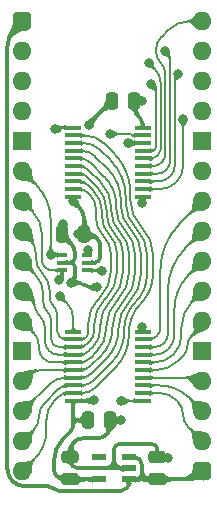
<source format=gtl>
%TF.GenerationSoftware,KiCad,Pcbnew,9.0.7*%
%TF.CreationDate,2026-01-29T12:15:36+02:00*%
%TF.ProjectId,State Reader 16bit,53746174-6520-4526-9561-646572203136,V0*%
%TF.SameCoordinates,Original*%
%TF.FileFunction,Copper,L1,Top*%
%TF.FilePolarity,Positive*%
%FSLAX46Y46*%
G04 Gerber Fmt 4.6, Leading zero omitted, Abs format (unit mm)*
G04 Created by KiCad (PCBNEW 9.0.7) date 2026-01-29 12:15:36*
%MOMM*%
%LPD*%
G01*
G04 APERTURE LIST*
G04 Aperture macros list*
%AMRoundRect*
0 Rectangle with rounded corners*
0 $1 Rounding radius*
0 $2 $3 $4 $5 $6 $7 $8 $9 X,Y pos of 4 corners*
0 Add a 4 corners polygon primitive as box body*
4,1,4,$2,$3,$4,$5,$6,$7,$8,$9,$2,$3,0*
0 Add four circle primitives for the rounded corners*
1,1,$1+$1,$2,$3*
1,1,$1+$1,$4,$5*
1,1,$1+$1,$6,$7*
1,1,$1+$1,$8,$9*
0 Add four rect primitives between the rounded corners*
20,1,$1+$1,$2,$3,$4,$5,0*
20,1,$1+$1,$4,$5,$6,$7,0*
20,1,$1+$1,$6,$7,$8,$9,0*
20,1,$1+$1,$8,$9,$2,$3,0*%
G04 Aperture macros list end*
%TA.AperFunction,SMDPad,CuDef*%
%ADD10RoundRect,0.250000X0.475000X-0.250000X0.475000X0.250000X-0.475000X0.250000X-0.475000X-0.250000X0*%
%TD*%
%TA.AperFunction,SMDPad,CuDef*%
%ADD11R,1.475000X0.450000*%
%TD*%
%TA.AperFunction,SMDPad,CuDef*%
%ADD12RoundRect,0.250000X0.250000X0.475000X-0.250000X0.475000X-0.250000X-0.475000X0.250000X-0.475000X0*%
%TD*%
%TA.AperFunction,ComponentPad*%
%ADD13RoundRect,0.400000X-0.400000X-0.400000X0.400000X-0.400000X0.400000X0.400000X-0.400000X0.400000X0*%
%TD*%
%TA.AperFunction,ComponentPad*%
%ADD14O,1.600000X1.600000*%
%TD*%
%TA.AperFunction,ComponentPad*%
%ADD15R,1.600000X1.600000*%
%TD*%
%TA.AperFunction,SMDPad,CuDef*%
%ADD16RoundRect,0.250000X-0.250000X-0.475000X0.250000X-0.475000X0.250000X0.475000X-0.250000X0.475000X0*%
%TD*%
%TA.AperFunction,SMDPad,CuDef*%
%ADD17R,1.150000X0.600000*%
%TD*%
%TA.AperFunction,SMDPad,CuDef*%
%ADD18R,0.875000X0.450000*%
%TD*%
%TA.AperFunction,ViaPad*%
%ADD19C,0.800000*%
%TD*%
%TA.AperFunction,Conductor*%
%ADD20C,0.380000*%
%TD*%
%TA.AperFunction,Conductor*%
%ADD21C,0.200000*%
%TD*%
G04 APERTURE END LIST*
D10*
%TO.P,C5,1*%
%TO.N,/3.3V*%
X4064000Y-38780000D03*
%TO.P,C5,2*%
%TO.N,GND*%
X4064000Y-36880000D03*
%TD*%
D11*
%TO.P,IC2,1,~{OE}*%
%TO.N,/~{Read State High}*%
X10177000Y-14863000D03*
%TO.P,IC2,2,D0*%
%TO.N,S15*%
X10177000Y-14213000D03*
%TO.P,IC2,3,D1*%
%TO.N,S14*%
X10177000Y-13563000D03*
%TO.P,IC2,4,D2*%
%TO.N,S13*%
X10177000Y-12913000D03*
%TO.P,IC2,5,D3*%
%TO.N,S12*%
X10177000Y-12263000D03*
%TO.P,IC2,6,D4*%
%TO.N,S11*%
X10177000Y-11613000D03*
%TO.P,IC2,7,D5*%
%TO.N,S10*%
X10177000Y-10963000D03*
%TO.P,IC2,8,D6*%
%TO.N,S9*%
X10177000Y-10313000D03*
%TO.P,IC2,9,D7*%
%TO.N,S8*%
X10177000Y-9663000D03*
%TO.P,IC2,10,GND*%
%TO.N,GND*%
X10177000Y-9013000D03*
%TO.P,IC2,11,CP*%
%TO.N,Read State High*%
X4301000Y-9013000D03*
%TO.P,IC2,12,Q7*%
%TO.N,D0*%
X4301000Y-9663000D03*
%TO.P,IC2,13,Q6*%
%TO.N,D1*%
X4301000Y-10313000D03*
%TO.P,IC2,14,Q5*%
%TO.N,D2*%
X4301000Y-10963000D03*
%TO.P,IC2,15,Q4*%
%TO.N,D3*%
X4301000Y-11613000D03*
%TO.P,IC2,16,Q3*%
%TO.N,D4*%
X4301000Y-12263000D03*
%TO.P,IC2,17,Q2*%
%TO.N,D5*%
X4301000Y-12913000D03*
%TO.P,IC2,18,Q1*%
%TO.N,D6*%
X4301000Y-13563000D03*
%TO.P,IC2,19,Q0*%
%TO.N,D7*%
X4301000Y-14213000D03*
%TO.P,IC2,20,3V*%
%TO.N,/3.3V*%
X4301000Y-14863000D03*
%TD*%
D12*
%TO.P,C1,1*%
%TO.N,/3.3V*%
X5252000Y-18034000D03*
%TO.P,C1,2*%
%TO.N,GND*%
X3352000Y-18034000D03*
%TD*%
D10*
%TO.P,C4,1*%
%TO.N,5V*%
X11430000Y-38780000D03*
%TO.P,C4,2*%
%TO.N,GND*%
X11430000Y-36880000D03*
%TD*%
D13*
%TO.P,J1,1*%
%TO.N,5V*%
X0Y0D03*
D14*
%TO.P,J1,2*%
%TO.N,S13*%
X0Y-2540000D03*
%TO.P,J1,3*%
%TO.N,S14*%
X0Y-5080000D03*
%TO.P,J1,4*%
%TO.N,S15*%
X0Y-7620000D03*
D15*
%TO.P,J1,5*%
%TO.N,GND*%
X0Y-10160000D03*
D14*
%TO.P,J1,6*%
%TO.N,Read State Low*%
X0Y-12700000D03*
%TO.P,J1,7*%
%TO.N,Read State High*%
X0Y-15240000D03*
%TO.P,J1,8*%
%TO.N,D7*%
X0Y-17780000D03*
%TO.P,J1,9*%
%TO.N,D6*%
X0Y-20320000D03*
%TO.P,J1,10*%
%TO.N,D5*%
X0Y-22860000D03*
%TO.P,J1,11*%
%TO.N,D4*%
X0Y-25400000D03*
D15*
%TO.P,J1,12*%
%TO.N,GND*%
X0Y-27940000D03*
D14*
%TO.P,J1,13*%
%TO.N,D3*%
X0Y-30480000D03*
%TO.P,J1,14*%
%TO.N,D2*%
X0Y-33020000D03*
%TO.P,J1,15*%
%TO.N,D1*%
X0Y-35560000D03*
%TO.P,J1,16*%
%TO.N,D0*%
X0Y-38100000D03*
D13*
%TO.P,J1,17*%
%TO.N,5V*%
X15240000Y-38100000D03*
D14*
%TO.P,J1,18*%
%TO.N,S0*%
X15240000Y-35560000D03*
%TO.P,J1,19*%
%TO.N,S1*%
X15240000Y-33020000D03*
%TO.P,J1,20*%
%TO.N,S2*%
X15240000Y-30480000D03*
D15*
%TO.P,J1,21*%
%TO.N,GND*%
X15240000Y-27940000D03*
D14*
%TO.P,J1,22*%
%TO.N,S3*%
X15240000Y-25400000D03*
%TO.P,J1,23*%
%TO.N,S4*%
X15240000Y-22860000D03*
%TO.P,J1,24*%
%TO.N,S5*%
X15240000Y-20320000D03*
%TO.P,J1,25*%
%TO.N,S6*%
X15240000Y-17780000D03*
%TO.P,J1,26*%
%TO.N,S7*%
X15240000Y-15240000D03*
%TO.P,J1,27*%
%TO.N,S8*%
X15240000Y-12700000D03*
D15*
%TO.P,J1,28*%
%TO.N,GND*%
X15240000Y-10160000D03*
D14*
%TO.P,J1,29*%
%TO.N,S9*%
X15240000Y-7620000D03*
%TO.P,J1,30*%
%TO.N,S10*%
X15240000Y-5080000D03*
%TO.P,J1,31*%
%TO.N,S11*%
X15240000Y-2540000D03*
%TO.P,J1,32*%
%TO.N,S12*%
X15240000Y0D03*
%TD*%
D16*
%TO.P,C2,1*%
%TO.N,/3.3V*%
X5543000Y-33782000D03*
%TO.P,C2,2*%
%TO.N,GND*%
X7443000Y-33782000D03*
%TD*%
D11*
%TO.P,IC6,1,~{OE}*%
%TO.N,/~{Read State Low}*%
X10177000Y-32135000D03*
%TO.P,IC6,2,D0*%
%TO.N,S0*%
X10177000Y-31485000D03*
%TO.P,IC6,3,D1*%
%TO.N,S1*%
X10177000Y-30835000D03*
%TO.P,IC6,4,D2*%
%TO.N,S2*%
X10177000Y-30185000D03*
%TO.P,IC6,5,D3*%
%TO.N,S3*%
X10177000Y-29535000D03*
%TO.P,IC6,6,D4*%
%TO.N,S4*%
X10177000Y-28885000D03*
%TO.P,IC6,7,D5*%
%TO.N,S5*%
X10177000Y-28235000D03*
%TO.P,IC6,8,D6*%
%TO.N,S6*%
X10177000Y-27585000D03*
%TO.P,IC6,9,D7*%
%TO.N,S7*%
X10177000Y-26935000D03*
%TO.P,IC6,10,GND*%
%TO.N,GND*%
X10177000Y-26285000D03*
%TO.P,IC6,11,CP*%
%TO.N,Read State Low*%
X4301000Y-26285000D03*
%TO.P,IC6,12,Q7*%
%TO.N,D7*%
X4301000Y-26935000D03*
%TO.P,IC6,13,Q6*%
%TO.N,D6*%
X4301000Y-27585000D03*
%TO.P,IC6,14,Q5*%
%TO.N,D5*%
X4301000Y-28235000D03*
%TO.P,IC6,15,Q4*%
%TO.N,D4*%
X4301000Y-28885000D03*
%TO.P,IC6,16,Q3*%
%TO.N,D3*%
X4301000Y-29535000D03*
%TO.P,IC6,17,Q2*%
%TO.N,D2*%
X4301000Y-30185000D03*
%TO.P,IC6,18,Q1*%
%TO.N,D1*%
X4301000Y-30835000D03*
%TO.P,IC6,19,Q0*%
%TO.N,D0*%
X4301000Y-31485000D03*
%TO.P,IC6,20,3V*%
%TO.N,/3.3V*%
X4301000Y-32135000D03*
%TD*%
D16*
%TO.P,C9,1*%
%TO.N,/3.3V*%
X7575000Y-6731000D03*
%TO.P,C9,2*%
%TO.N,GND*%
X9475000Y-6731000D03*
%TD*%
D17*
%TO.P,IC5,1,6VIn*%
%TO.N,5V*%
X9047000Y-38796000D03*
%TO.P,IC5,2,GND*%
%TO.N,GND*%
X9047000Y-37846000D03*
%TO.P,IC5,3,EN*%
%TO.N,5V*%
X9047000Y-36896000D03*
%TO.P,IC5,4,ADJ*%
%TO.N,unconnected-(IC5-ADJ-Pad4)*%
X6447000Y-36896000D03*
%TO.P,IC5,5,3.3VOut*%
%TO.N,/3.3V*%
X6447000Y-38796000D03*
%TD*%
D18*
%TO.P,IC3,1,1A*%
%TO.N,Read State Low*%
X3383000Y-19797000D03*
%TO.P,IC3,2,GND*%
%TO.N,GND*%
X3383000Y-20447000D03*
%TO.P,IC3,3,2A*%
%TO.N,Read State High*%
X3383000Y-21097000D03*
%TO.P,IC3,4,2Y*%
%TO.N,/~{Read State High}*%
X5507000Y-21097000D03*
%TO.P,IC3,5,3V*%
%TO.N,/3.3V*%
X5507000Y-20447000D03*
%TO.P,IC3,6,1Y*%
%TO.N,/~{Read State Low}*%
X5507000Y-19797000D03*
%TD*%
D19*
%TO.N,GND*%
X8382004Y-33782000D03*
X10160000Y-25907996D03*
X12318994Y-36957000D03*
X6350000Y-22479000D03*
X3429000Y-17145000D03*
X10160000Y-6731000D03*
X4113000Y-22150687D03*
%TO.N,/3.3V*%
X4727000Y-18036889D03*
X6096000Y-32103000D03*
X4301000Y-15240000D03*
X5637881Y-8760731D03*
%TO.N,S9*%
X8925246Y-10312254D03*
%TO.N,S8*%
X7393913Y-9536784D03*
%TO.N,S15*%
X13603000Y-8255000D03*
%TO.N,S13*%
X12065000Y-2540004D03*
%TO.N,S11*%
X10720031Y-3556000D03*
%TO.N,Read State High*%
X2794000Y-9144000D03*
X3064078Y-21900801D03*
%TO.N,S10*%
X10922000Y-5334000D03*
%TO.N,/~{Read State High}*%
X10160000Y-15367004D03*
X6771782Y-21129207D03*
%TO.N,S14*%
X13208000Y-4445000D03*
%TO.N,/~{Read State Low}*%
X5567000Y-19359000D03*
X8359952Y-32135002D03*
%TO.N,Read State Low*%
X3163000Y-23241000D03*
X2385808Y-19805076D03*
%TD*%
D20*
%TO.N,/3.3V*%
X2921000Y-38526000D02*
G75*
G03*
X3534210Y-38779996I613200J613200D01*
G01*
X4776500Y-15715500D02*
G75*
G02*
X5252001Y-16863458I-1147960J-1147960D01*
G01*
X3423780Y-35374718D02*
G75*
G03*
X2666998Y-37201750I1827030J-1827032D01*
G01*
X6080000Y-32119000D02*
G75*
G02*
X6041372Y-32134989I-38600J38600D01*
G01*
X6287944Y-18352944D02*
G75*
G02*
X6604016Y-19115969I-763044J-763056D01*
G01*
X6451750Y-20294750D02*
G75*
G02*
X6084185Y-20446994I-367550J367550D01*
G01*
X6604000Y-19927185D02*
G75*
G02*
X6451754Y-20294754I-519800J-15D01*
G01*
X4658750Y-33782000D02*
G75*
G03*
X4301000Y-34139750I0J-357750D01*
G01*
X4301000Y-33424250D02*
G75*
G03*
X4658750Y-33782000I357750J0D01*
G01*
X6287944Y-18352944D02*
G75*
G03*
X5524919Y-18036884I-763044J-763056D01*
G01*
X2667000Y-37912789D02*
G75*
G03*
X2920997Y-38526003I867200J-11D01*
G01*
X4301000Y-34139750D02*
G75*
G02*
X4048029Y-34750464I-863690J10D01*
G01*
X5670624Y-8635375D02*
G75*
G03*
X5637906Y-8714425I79076J-79025D01*
G01*
X4301000Y-34139750D02*
X4301000Y-33424250D01*
D21*
%TO.N,S0*%
X13139987Y-32189987D02*
G75*
G02*
X13589008Y-33274000I-1083987J-1084013D01*
G01*
X13589000Y-33274000D02*
G75*
G03*
X14038017Y-34358007I1533000J0D01*
G01*
X13012000Y-32062000D02*
G75*
G03*
X11618998Y-31485001I-1393000J-1393000D01*
G01*
%TO.N,S6*%
X12319000Y-26456602D02*
G75*
G02*
X11988499Y-27254499I-1128400J2D01*
G01*
X11988500Y-27254500D02*
G75*
G02*
X11190602Y-27585001I-797900J797900D01*
G01*
X13779500Y-19240500D02*
G75*
G03*
X12319004Y-22766458I3525950J-3525950D01*
G01*
%TO.N,S7*%
X11684000Y-25920125D02*
G75*
G02*
X11386743Y-26637743I-1014900J25D01*
G01*
X13277792Y-17202207D02*
G75*
G03*
X11684002Y-21049963I3847758J-3847753D01*
G01*
X11386750Y-26637750D02*
G75*
G02*
X10669125Y-26935010I-717650J717650D01*
G01*
%TO.N,S1*%
X14072526Y-31852526D02*
G75*
G03*
X11616000Y-30834999I-2456526J-2456524D01*
G01*
%TO.N,S4*%
X12799000Y-28222000D02*
G75*
G02*
X11198376Y-28884990I-1600600J1600600D01*
G01*
X13462000Y-26621376D02*
G75*
G02*
X12799000Y-28222000I-2263640J6D01*
G01*
X14351000Y-23749000D02*
G75*
G03*
X13462015Y-25895235I2146200J-2146200D01*
G01*
%TO.N,S3*%
X14309002Y-26670997D02*
G75*
G03*
X13970007Y-27489421I818398J-818403D01*
G01*
X13970000Y-27489421D02*
G75*
G02*
X13630982Y-28307829I-1157400J21D01*
G01*
X13186921Y-28751921D02*
G75*
G02*
X11296402Y-29535000I-1890521J1890521D01*
G01*
%TO.N,S5*%
X14053875Y-21506125D02*
G75*
G03*
X12867729Y-24369684I2863525J-2863575D01*
G01*
X12382375Y-27749625D02*
G75*
G02*
X11210576Y-28234975I-1171775J1171825D01*
G01*
X12867750Y-26577826D02*
G75*
G02*
X12382378Y-27749628I-1657180J-4D01*
G01*
%TO.N,Read State Low*%
X3732000Y-23810000D02*
G75*
G02*
X4301005Y-25183687I-1373700J-1373700D01*
G01*
X1192904Y-13892904D02*
G75*
G02*
X2385808Y-16772829I-2879925J-2879925D01*
G01*
X2399594Y-19797000D02*
G75*
G03*
X2389846Y-19801038I6J-13800D01*
G01*
%TO.N,/~{Read State Low}*%
X5537000Y-19389000D02*
G75*
G03*
X5507011Y-19461426I72400J-72400D01*
G01*
%TO.N,S14*%
X12903000Y-12176829D02*
G75*
G02*
X12497002Y-13157002I-1386180J-1D01*
G01*
X12497000Y-13157000D02*
G75*
G02*
X11516829Y-13563012I-980200J980200D01*
G01*
X13055500Y-4597500D02*
G75*
G03*
X12902987Y-4965667I368200J-368200D01*
G01*
%TO.N,/~{Read State High}*%
X10177000Y-15337983D02*
G75*
G02*
X10168504Y-15358508I-29000J-17D01*
G01*
X6755678Y-21113103D02*
G75*
G03*
X6716801Y-21097005I-38878J-38897D01*
G01*
%TO.N,D7*%
X1139000Y-19993094D02*
G75*
G03*
X1726539Y-21411539I2005984J0D01*
G01*
X569500Y-18349500D02*
G75*
G02*
X1139000Y-19724394I-1374899J-1374896D01*
G01*
X6223000Y-16627974D02*
G75*
G03*
X6858001Y-18160999I2168030J4D01*
G01*
X1726539Y-21411539D02*
G75*
G02*
X2314074Y-22829983I-1418449J-1418441D01*
G01*
X2617539Y-24080539D02*
G75*
G02*
X2921001Y-24813158I-732619J-732621D01*
G01*
X3142250Y-26713750D02*
G75*
G03*
X3676394Y-26935002I534150J534150D01*
G01*
X5413250Y-26760250D02*
G75*
G02*
X4991366Y-26934986I-421850J421850D01*
G01*
X5588000Y-26338366D02*
G75*
G02*
X5413248Y-26760248I-596640J6D01*
G01*
X2921000Y-26179605D02*
G75*
G03*
X3142252Y-26713748I755400J5D01*
G01*
X5569956Y-14544456D02*
G75*
G03*
X4769750Y-14212999I-800206J-800204D01*
G01*
X7493000Y-21121461D02*
G75*
G02*
X6540500Y-23421000I-3252040J1D01*
G01*
X6370060Y-23591439D02*
G75*
G03*
X5587993Y-25479500I1888040J-1888061D01*
G01*
X2314078Y-23347919D02*
G75*
G03*
X2617540Y-24080538I1036072J-1D01*
G01*
X6858000Y-18161000D02*
G75*
G02*
X7493002Y-19694025I-1533030J-1533030D01*
G01*
X5730750Y-14705250D02*
G75*
G02*
X6223001Y-15893646I-1188400J-1188400D01*
G01*
%TO.N,D6*%
X7373750Y-18111064D02*
G75*
G02*
X8008005Y-19642278I-1531250J-1531236D01*
G01*
X6739500Y-16579849D02*
G75*
G03*
X7373748Y-18111066I2165470J-1D01*
G01*
X8008000Y-21167197D02*
G75*
G02*
X7051996Y-23475182I-3263990J7D01*
G01*
X2616500Y-27381500D02*
G75*
G03*
X3107792Y-27585003I491300J491300D01*
G01*
X2413000Y-26890207D02*
G75*
G03*
X2616502Y-27381498I694800J7D01*
G01*
X6096000Y-26121155D02*
G75*
G02*
X5667246Y-27156246I-1463840J5D01*
G01*
X5989000Y-14313500D02*
G75*
G02*
X6739501Y-16125367I-1811870J-1811870D01*
G01*
X5569956Y-13894456D02*
G75*
G03*
X4769750Y-13562999I-800206J-800204D01*
G01*
X1014678Y-21334678D02*
G75*
G02*
X1778000Y-23177500I-1842818J-1842821D01*
G01*
X2095500Y-24574500D02*
G75*
G02*
X2412995Y-25341012I-766500J-766500D01*
G01*
X6907869Y-23619316D02*
G75*
G03*
X6096000Y-25579343I1960021J-1960024D01*
G01*
X5569956Y-27253543D02*
G75*
G02*
X4769750Y-27585000I-800206J800203D01*
G01*
X1778000Y-23807987D02*
G75*
G03*
X2095499Y-24574501I1084010J-3D01*
G01*
%TO.N,S10*%
X11112500Y-5524500D02*
G75*
G02*
X11302997Y-5984407I-459900J-459900D01*
G01*
X11208750Y-10868750D02*
G75*
G02*
X10981210Y-10963004I-227550J227550D01*
G01*
X11303000Y-10641210D02*
G75*
G02*
X11208747Y-10868747I-321800J10D01*
G01*
%TO.N,D1*%
X1397000Y-33482250D02*
G75*
G02*
X915637Y-34644362I-1643485J5D01*
G01*
X10541000Y-21454136D02*
G75*
G02*
X9578998Y-23776608I-3284480J6D01*
G01*
X9640250Y-17549140D02*
G75*
G02*
X10541003Y-19723742I-2174610J-2174610D01*
G01*
X9579000Y-23776610D02*
G75*
G03*
X8616996Y-26099083I2322500J-2322490D01*
G01*
X6593919Y-10911919D02*
G75*
G03*
X5148000Y-10312997I-1445919J-1445911D01*
G01*
X7469928Y-11787928D02*
G75*
G02*
X8739500Y-14852945I-3065028J-3065022D01*
G01*
X3832250Y-30835000D02*
G75*
G03*
X3032044Y-31166457I0J-1131660D01*
G01*
X8739500Y-15374537D02*
G75*
G03*
X9640249Y-17549141I3075350J-3D01*
G01*
X6078215Y-30370784D02*
G75*
G02*
X4957500Y-30835000I-1120715J1120714D01*
G01*
X8617000Y-26285305D02*
G75*
G02*
X7523319Y-28925676I-3734050J5D01*
G01*
X1878362Y-32320137D02*
G75*
G03*
X1397002Y-33482250I1162098J-1162103D01*
G01*
%TO.N,Read State High*%
X1912500Y-20835500D02*
G75*
G03*
X2543816Y-21096993I631300J631300D01*
G01*
X3383000Y-21356367D02*
G75*
G02*
X3223537Y-21741338I-544440J7D01*
G01*
X3017630Y-9013000D02*
G75*
G03*
X2859491Y-9078491I-30J-223600D01*
G01*
X825500Y-16065500D02*
G75*
G02*
X1651000Y-18058433I-1992937J-1992935D01*
G01*
X1651000Y-20204183D02*
G75*
G03*
X1912498Y-20835502I892810J-7D01*
G01*
%TO.N,S11*%
X11703000Y-10834559D02*
G75*
G02*
X11474997Y-11384997I-778450J9D01*
G01*
X11475000Y-11385000D02*
G75*
G02*
X10924559Y-11612954I-550400J550500D01*
G01*
X11211515Y-4047484D02*
G75*
G02*
X11702986Y-5234033I-1186515J-1186516D01*
G01*
%TO.N,D5*%
X7139500Y-16342746D02*
G75*
G03*
X7824249Y-17995880I2337880J-4D01*
G01*
X854993Y-23714993D02*
G75*
G02*
X1079498Y-24257000I-542013J-542007D01*
G01*
X5569956Y-13244456D02*
G75*
G03*
X4769750Y-12912999I-800206J-800204D01*
G01*
X8509000Y-21236831D02*
G75*
G02*
X7556500Y-23536370I-3252040J1D01*
G01*
X6604000Y-26023332D02*
G75*
G02*
X5956219Y-27587219I-2211680J2D01*
G01*
X7470405Y-23622464D02*
G75*
G03*
X6604000Y-25714152I2091685J-2091686D01*
G01*
X7824250Y-17995879D02*
G75*
G02*
X8508987Y-19649011I-1653150J-1653121D01*
G01*
X1079500Y-24257000D02*
G75*
G03*
X1304009Y-24799003I766500J0D01*
G01*
X1492250Y-24987250D02*
G75*
G02*
X1905001Y-25983716I-996470J-996470D01*
G01*
X6256631Y-13931131D02*
G75*
G02*
X7139501Y-16062564I-2131441J-2131439D01*
G01*
X5664617Y-27878817D02*
G75*
G02*
X4804717Y-28235006I-859917J859917D01*
G01*
X1905000Y-27080995D02*
G75*
G03*
X2242999Y-27897001I1154000J-5D01*
G01*
X2243000Y-27897000D02*
G75*
G03*
X3059004Y-28234998I816000J816000D01*
G01*
%TO.N,S13*%
X12503000Y-11801673D02*
G75*
G02*
X12177499Y-12587499I-1111330J3D01*
G01*
X12284000Y-2759004D02*
G75*
G02*
X12502992Y-3287716I-528700J-528696D01*
G01*
X12177500Y-12587500D02*
G75*
G02*
X11391673Y-12912989I-785800J785800D01*
G01*
%TO.N,S15*%
X13603000Y-12256655D02*
G75*
G02*
X13029998Y-13639998I-1956350J5D01*
G01*
X13030000Y-13640000D02*
G75*
G02*
X11646655Y-14213002I-1383350J1383350D01*
G01*
%TO.N,D4*%
X7112000Y-25937253D02*
G75*
G02*
X6248626Y-28021626I-2947760J3D01*
G01*
X1742500Y-28539500D02*
G75*
G03*
X2576610Y-28884996I834100J834100D01*
G01*
X9017000Y-21294517D02*
G75*
G02*
X8064502Y-23594058I-3252040J-3D01*
G01*
X1397000Y-27705389D02*
G75*
G03*
X1742500Y-28539500I1179610J-1D01*
G01*
X6626821Y-13651321D02*
G75*
G02*
X7539498Y-15854722I-2203401J-2203399D01*
G01*
X5768590Y-28501659D02*
G75*
G02*
X4843125Y-28885019I-925490J925459D01*
G01*
X8035373Y-23623182D02*
G75*
G03*
X7112003Y-25852403I2229227J-2229218D01*
G01*
X903085Y-26303085D02*
G75*
G02*
X1397000Y-27495500I-1192418J-1192417D01*
G01*
X8278250Y-17884194D02*
G75*
G02*
X9016997Y-19667694I-1783500J-1783496D01*
G01*
X5569956Y-12594456D02*
G75*
G03*
X4769750Y-12262999I-800206J-800204D01*
G01*
X7539500Y-16100693D02*
G75*
G03*
X8278257Y-17884187I2522200J-7D01*
G01*
%TO.N,S8*%
X9176392Y-9599892D02*
G75*
G03*
X9328748Y-9663026I152408J152392D01*
G01*
X9176392Y-9599892D02*
G75*
G03*
X9024035Y-9536745I-152392J-152308D01*
G01*
%TO.N,S12*%
X14160500Y0D02*
G75*
G03*
X12317687Y-763331I0J-2606100D01*
G01*
X11303000Y-2554421D02*
G75*
G03*
X11703008Y-3520099I1365700J21D01*
G01*
X11794500Y-11954500D02*
G75*
G02*
X11049715Y-12263006I-744800J744800D01*
G01*
X11777506Y-1303493D02*
G75*
G03*
X11302976Y-2449053I1145594J-1145607D01*
G01*
X12103000Y-11209715D02*
G75*
G02*
X11794496Y-11954496I-1053300J15D01*
G01*
X11703000Y-3520107D02*
G75*
G02*
X12103001Y-4485792I-965700J-965693D01*
G01*
%TO.N,S9*%
X8925619Y-10312627D02*
G75*
G03*
X8926519Y-10312979I881J927D01*
G01*
%TO.N,D0*%
X3832250Y-31485000D02*
G75*
G03*
X3032044Y-31816457I0J-1131660D01*
G01*
X10094250Y-17437454D02*
G75*
G02*
X11049004Y-19742424I-2304970J-2304976D01*
G01*
X2032000Y-34631159D02*
G75*
G02*
X1016000Y-37084000I-3468848J3D01*
G01*
X11049000Y-21435455D02*
G75*
G02*
X10032999Y-23888295I-3468850J5D01*
G01*
X10033000Y-23888296D02*
G75*
G03*
X9017002Y-26341136I2452830J-2452834D01*
G01*
X2697750Y-32150750D02*
G75*
G03*
X2032005Y-33758012I1607250J-1607250D01*
G01*
X6229813Y-30981186D02*
G75*
G02*
X5013500Y-31485007I-1216313J1216286D01*
G01*
X6917418Y-10346418D02*
G75*
G03*
X5267500Y-9662998I-1649918J-1649912D01*
G01*
X7755619Y-11184619D02*
G75*
G02*
X9139499Y-14525602I-3340979J-3340981D01*
G01*
X9017000Y-26549148D02*
G75*
G02*
X7853916Y-29357089I-3971030J-2D01*
G01*
X9139500Y-15132483D02*
G75*
G03*
X10094252Y-17437452I3259720J3D01*
G01*
%TO.N,D3*%
X6943448Y-13166448D02*
G75*
G02*
X7939498Y-15571129I-2404688J-2404682D01*
G01*
X5844389Y-29131860D02*
G75*
G02*
X4871125Y-29535018I-973289J973260D01*
G01*
X7620000Y-25980245D02*
G75*
G02*
X6647017Y-28329232I-3321980J5D01*
G01*
X7939500Y-15858641D02*
G75*
G03*
X8732250Y-17772509I2706620J1D01*
G01*
X5775019Y-11998019D02*
G75*
G03*
X4845500Y-11612988I-929519J-929481D01*
G01*
X9525000Y-21352201D02*
G75*
G02*
X8572502Y-23651742I-3252050J1D01*
G01*
X8572500Y-23651740D02*
G75*
G03*
X7619973Y-25951278I2299500J-2299560D01*
G01*
X8732250Y-17772509D02*
G75*
G02*
X9525022Y-19686376I-1913850J-1913891D01*
G01*
X1613215Y-29535000D02*
G75*
G03*
X472500Y-30007500I-5J-1613200D01*
G01*
%TO.N,D2*%
X9186250Y-17660824D02*
G75*
G02*
X10032999Y-19705059I-2044240J-2044236D01*
G01*
X6184469Y-11454969D02*
G75*
G03*
X4996750Y-10962997I-1187719J-1187711D01*
G01*
X3568000Y-30185000D02*
G75*
G03*
X2316694Y-30703313I0J-1769600D01*
G01*
X10033000Y-21409887D02*
G75*
G02*
X9080499Y-23709425I-3252050J7D01*
G01*
X9080500Y-23709426D02*
G75*
G03*
X8128001Y-26008964I2299530J-2299534D01*
G01*
X8128000Y-26110463D02*
G75*
G02*
X7103731Y-28583272I-3497090J3D01*
G01*
X7206688Y-12477188D02*
G75*
G02*
X8339499Y-15212037I-2734858J-2734852D01*
G01*
X5926617Y-29760382D02*
G75*
G02*
X4901500Y-30184998I-1025117J1025122D01*
G01*
X8339500Y-15616588D02*
G75*
G03*
X9186248Y-17660826I2890990J-2D01*
G01*
D20*
%TO.N,5V*%
X9603500Y-38796000D02*
G75*
G03*
X10160000Y-38239500I0J556500D01*
G01*
X10160000Y-38239500D02*
G75*
G03*
X10716500Y-38796000I556500J0D01*
G01*
X-1270000Y-37906864D02*
G75*
G03*
X-841456Y-38941456I1463140J4D01*
G01*
X9047000Y-39068000D02*
G75*
G02*
X8854674Y-39532341I-656700J0D01*
G01*
X-841457Y-38941457D02*
G75*
G03*
X193135Y-39370000I1034594J1034593D01*
G01*
X14900000Y-38440000D02*
G75*
G02*
X14079167Y-38779986I-820800J820800D01*
G01*
X-634999Y-634999D02*
G75*
G03*
X-1270002Y-2168025I1533029J-1533031D01*
G01*
X2603500Y-39560500D02*
G75*
G03*
X2143592Y-39370003I-459900J-459900D01*
G01*
X9939000Y-37117000D02*
G75*
G03*
X9405458Y-36896017I-533500J-533500D01*
G01*
X2603500Y-39560500D02*
G75*
G03*
X3063407Y-39750997I459900J459900D01*
G01*
X8841500Y-39545500D02*
G75*
G02*
X8345379Y-39750991I-496100J496100D01*
G01*
X9939000Y-37117000D02*
G75*
G02*
X10159983Y-37650541I-533500J-533500D01*
G01*
X10716500Y-38796000D02*
X9603500Y-38796000D01*
%TO.N,GND*%
X11303000Y-35941000D02*
G75*
G03*
X10996394Y-35814002I-306600J-306600D01*
G01*
X4445000Y-20036683D02*
G75*
G02*
X4327755Y-20319755I-400300J-17D01*
G01*
X4064753Y-18746753D02*
G75*
G02*
X4445001Y-19664750I-917993J-917997D01*
G01*
X4064000Y-37195592D02*
G75*
G03*
X4254498Y-37655502I650400J-8D01*
G01*
X7887500Y-33782000D02*
G75*
G03*
X7443000Y-34226500I0J-444500D01*
G01*
X11303000Y-35941000D02*
G75*
G02*
X11429998Y-36247605I-306600J-306600D01*
G01*
X4327750Y-20554250D02*
G75*
G02*
X4444993Y-20837316I-283050J-283050D01*
G01*
X8180605Y-35814000D02*
G75*
G03*
X7873998Y-35940998I-5J-433600D01*
G01*
X4254500Y-37655500D02*
G75*
G03*
X4714407Y-37845997I459900J459900D01*
G01*
X5244156Y-22314843D02*
G75*
G03*
X4847848Y-22150709I-396256J-396257D01*
G01*
X5148012Y-35306000D02*
G75*
G03*
X4381496Y-35623496I-12J-1084000D01*
G01*
X4044683Y-20437000D02*
G75*
G03*
X4327755Y-20319755I17J400300D01*
G01*
X4327750Y-20554250D02*
G75*
G03*
X4044683Y-20437007I-283050J-283050D01*
G01*
X4327750Y-20319750D02*
G75*
G03*
X4327750Y-20554250I117250J-117250D01*
G01*
X4381500Y-35623500D02*
G75*
G03*
X4064005Y-36390012I766500J-766500D01*
G01*
X10096500Y-6667500D02*
G75*
G03*
X9943197Y-6604001I-153300J-153300D01*
G01*
X4445000Y-21583927D02*
G75*
G02*
X4279001Y-21984688I-566760J-3D01*
G01*
X7874000Y-35941000D02*
G75*
G03*
X7747002Y-36247605I306600J-306600D01*
G01*
X9475000Y-7214000D02*
G75*
G03*
X9816525Y-8038539I1166100J0D01*
G01*
X9959918Y-8181918D02*
G75*
G02*
X10176989Y-8706000I-524118J-524082D01*
G01*
X7097000Y-37846000D02*
G75*
G03*
X7747000Y-37196000I0J650000D01*
G01*
X7747000Y-37196000D02*
G75*
G03*
X8397000Y-37846000I650000J0D01*
G01*
X7443000Y-34226500D02*
G75*
G02*
X7128688Y-34985305I-1073100J0D01*
G01*
X3390500Y-17183500D02*
G75*
G03*
X3352020Y-17276447I92900J-92900D01*
G01*
X5244156Y-22314843D02*
G75*
G03*
X5640463Y-22479014I396344J396343D01*
G01*
X7125500Y-34988500D02*
G75*
G02*
X6358987Y-35305995I-766500J766500D01*
G01*
X8397000Y-37846000D02*
X7097000Y-37846000D01*
X4279000Y-21984687D02*
X4113000Y-22150687D01*
X10160000Y-25907996D02*
X10160000Y-26268000D01*
X8397000Y-37846000D02*
X9047000Y-37846000D01*
X10996394Y-35814000D02*
X8180605Y-35814000D01*
X5148012Y-35306000D02*
X6358987Y-35306000D01*
X11430000Y-36247605D02*
X11430000Y-36880000D01*
X9816532Y-8038532D02*
X9959918Y-8181918D01*
X4847848Y-22150687D02*
X4113000Y-22150687D01*
X3429000Y-17145000D02*
X3390500Y-17183500D01*
X4064000Y-36390012D02*
X4064000Y-36880000D01*
X10177000Y-8706000D02*
X10177000Y-9013000D01*
X4445000Y-20837316D02*
X4445000Y-21583927D01*
X12318994Y-36957000D02*
X11507000Y-36957000D01*
X4714407Y-37846000D02*
X7097000Y-37846000D01*
X4445000Y-20036683D02*
X4445000Y-19664750D01*
X6350000Y-22479000D02*
X5640463Y-22479000D01*
X4064753Y-18746753D02*
X3352000Y-18034000D01*
X4044683Y-20437000D02*
X3393000Y-20437000D01*
X4064000Y-37195592D02*
X4064000Y-36880000D01*
X10160000Y-6731000D02*
X10096500Y-6667500D01*
X7128691Y-34985308D02*
X7125500Y-34988500D01*
X9943197Y-6604000D02*
X9602000Y-6604000D01*
X3352000Y-18034000D02*
X3352000Y-17276447D01*
X8382004Y-33782000D02*
X7887500Y-33782000D01*
X7747000Y-36247605D02*
X7747000Y-37196000D01*
%TO.N,5V*%
X193135Y-39370000D02*
X2143592Y-39370000D01*
X8854666Y-39532333D02*
X8841500Y-39545500D01*
X3063407Y-39751000D02*
X8345379Y-39751000D01*
X9603500Y-38796000D02*
X9047000Y-38796000D01*
X14079167Y-38780000D02*
X11430000Y-38780000D01*
X-634999Y-634999D02*
X0Y0D01*
X10160000Y-38239500D02*
X10160000Y-37650541D01*
X9047000Y-39068000D02*
X9047000Y-38796000D01*
X10716500Y-38796000D02*
X11414000Y-38796000D01*
X-1270000Y-37906864D02*
X-1270000Y-2168025D01*
%TO.N,/3.3V*%
X4301000Y-15240000D02*
X4301000Y-14863000D01*
X5252000Y-16863458D02*
X5252000Y-18034000D01*
X4301000Y-32135000D02*
X4301000Y-33424250D01*
X6604000Y-19115969D02*
X6604000Y-19927185D01*
X6096000Y-32103000D02*
X6080000Y-32119000D01*
X3423780Y-35374718D02*
X4048032Y-34750467D01*
X4658750Y-33782000D02*
X5543000Y-33782000D01*
X4727000Y-18036889D02*
X5249111Y-18036889D01*
X6447000Y-38796000D02*
X4080000Y-38796000D01*
X6084185Y-20447000D02*
X5507000Y-20447000D01*
X4776500Y-15715500D02*
X4301000Y-15240000D01*
X6041372Y-32135000D02*
X4301000Y-32135000D01*
X4727000Y-18036889D02*
X5524919Y-18036889D01*
X5670624Y-8635375D02*
X7575000Y-6731000D01*
X5637881Y-8760731D02*
X5637881Y-8714425D01*
X2667000Y-37201750D02*
X2667000Y-37912789D01*
D21*
%TO.N,D2*%
X10033000Y-19705059D02*
X10033000Y-21409887D01*
X8128000Y-26008964D02*
X8128000Y-26110463D01*
X4996750Y-10963000D02*
X4301000Y-10963000D01*
X7103729Y-28583270D02*
X5926617Y-29760382D01*
X8339500Y-15212037D02*
X8339500Y-15616588D01*
X6184469Y-11454969D02*
X7206688Y-12477188D01*
X3568000Y-30185000D02*
X4301000Y-30185000D01*
X2316690Y-30703309D02*
X0Y-33020000D01*
%TO.N,D3*%
X7939500Y-15571129D02*
X7939500Y-15858641D01*
X9525000Y-21352201D02*
X9525000Y-19686376D01*
X6943448Y-13166448D02*
X5775019Y-11998019D01*
X4301000Y-29535000D02*
X1613215Y-29535000D01*
X5844389Y-29131860D02*
X6647017Y-28329232D01*
X7620000Y-25980245D02*
X7620000Y-25951278D01*
%TO.N,D0*%
X3032043Y-31816456D02*
X2697750Y-32150750D01*
X6917418Y-10346418D02*
X7755619Y-11184619D01*
X9017000Y-26341136D02*
X9017000Y-26549148D01*
X1016000Y-37084000D02*
X0Y-38100000D01*
X11049000Y-19742424D02*
X11049000Y-21435455D01*
X6229813Y-30981186D02*
X7853913Y-29357086D01*
X9139500Y-14525602D02*
X9139500Y-15132483D01*
X5267500Y-9663000D02*
X4301000Y-9663000D01*
X5013500Y-31485000D02*
X4301000Y-31485000D01*
X2032000Y-34631159D02*
X2032000Y-33758012D01*
%TO.N,S9*%
X8925619Y-10312627D02*
X8925246Y-10312254D01*
X8926519Y-10313000D02*
X10177000Y-10313000D01*
%TO.N,S12*%
X14160500Y0D02*
X15240000Y0D01*
X11303000Y-2554421D02*
X11303000Y-2449053D01*
X12317677Y-763321D02*
X11777506Y-1303493D01*
X11049715Y-12263000D02*
X10177000Y-12263000D01*
X12103000Y-11209715D02*
X12103000Y-4485792D01*
%TO.N,S8*%
X7393913Y-9536784D02*
X9024035Y-9536784D01*
X9328748Y-9663000D02*
X10177000Y-9663000D01*
%TO.N,D4*%
X7112000Y-25937253D02*
X7112000Y-25852403D01*
X2576610Y-28885000D02*
X4301000Y-28885000D01*
X6626821Y-13651321D02*
X5569956Y-12594456D01*
X9017000Y-21294517D02*
X9017000Y-19667694D01*
X8064499Y-23594055D02*
X8035373Y-23623182D01*
X903085Y-26303085D02*
X0Y-25400000D01*
X7539500Y-15854722D02*
X7539500Y-16100693D01*
X6248624Y-28021624D02*
X5768590Y-28501659D01*
X1397000Y-27705389D02*
X1397000Y-27495500D01*
%TO.N,S15*%
X11646655Y-14213000D02*
X10177000Y-14213000D01*
X13603000Y-12256655D02*
X13603000Y-8255000D01*
%TO.N,S13*%
X11391673Y-12913000D02*
X10177000Y-12913000D01*
X12284000Y-2759004D02*
X12065000Y-2540004D01*
X12503000Y-11801673D02*
X12503000Y-3287716D01*
%TO.N,D5*%
X1905000Y-25983716D02*
X1905000Y-27080995D01*
X7139500Y-16342746D02*
X7139500Y-16062564D01*
X4301000Y-28235000D02*
X3059004Y-28235000D01*
X6604000Y-26023332D02*
X6604000Y-25714152D01*
X5956217Y-27587217D02*
X5664617Y-27878817D01*
X854993Y-23714993D02*
X0Y-22860000D01*
X5569956Y-13244456D02*
X6256631Y-13931131D01*
X8509000Y-21236831D02*
X8509000Y-19649011D01*
X1304006Y-24799006D02*
X1492250Y-24987250D01*
X7556499Y-23536369D02*
X7470405Y-23622464D01*
%TO.N,S11*%
X10720031Y-3556000D02*
X11211515Y-4047484D01*
X11703000Y-10834559D02*
X11703000Y-5234033D01*
X10924559Y-11613000D02*
X10177000Y-11613000D01*
%TO.N,Read State High*%
X2543816Y-21097000D02*
X3383000Y-21097000D01*
X825500Y-16065500D02*
X0Y-15240000D01*
X2794000Y-9144000D02*
X2859500Y-9078500D01*
X3383000Y-21097000D02*
X3383000Y-21356367D01*
X1651000Y-18058433D02*
X1651000Y-20204183D01*
X3017630Y-9013000D02*
X4301000Y-9013000D01*
X3064078Y-21900801D02*
X3223539Y-21741340D01*
%TO.N,D1*%
X6593919Y-10911919D02*
X7469928Y-11787928D01*
X6078215Y-30370784D02*
X7523321Y-28925678D01*
X8739500Y-14852945D02*
X8739500Y-15374537D01*
X5148000Y-10313000D02*
X4301000Y-10313000D01*
X8617000Y-26099083D02*
X8617000Y-26285305D01*
X4769750Y-30835000D02*
X4957500Y-30835000D01*
X3032043Y-31166456D02*
X1878362Y-32320137D01*
X915637Y-34644362D02*
X0Y-35560000D01*
X10541000Y-21454136D02*
X10541000Y-19723742D01*
%TO.N,S10*%
X10981210Y-10963000D02*
X10177000Y-10963000D01*
X11303000Y-5984407D02*
X11303000Y-10641210D01*
X10922000Y-5334000D02*
X11112500Y-5524500D01*
%TO.N,D6*%
X1014678Y-21334678D02*
X0Y-20320000D01*
X2413000Y-26890207D02*
X2413000Y-25341012D01*
X5667249Y-27156249D02*
X5569956Y-27253543D01*
X1778000Y-23177500D02*
X1778000Y-23807987D01*
X5989000Y-14313500D02*
X5569956Y-13894456D01*
X6096000Y-26121155D02*
X6096000Y-25579343D01*
X7051999Y-23475185D02*
X6907869Y-23619316D01*
X3107792Y-27585000D02*
X3832250Y-27585000D01*
X8008000Y-19642278D02*
X8008000Y-21167197D01*
X6739500Y-16579849D02*
X6739500Y-16125367D01*
%TO.N,D7*%
X2921000Y-24813158D02*
X2921000Y-26179605D01*
X7493000Y-21121461D02*
X7493000Y-19694025D01*
X5588000Y-26338366D02*
X5588000Y-25479500D01*
X6540499Y-23420999D02*
X6370060Y-23591439D01*
X1139000Y-19993094D02*
X1139000Y-19724394D01*
X5569956Y-14544456D02*
X5730750Y-14705250D01*
X4991366Y-26935000D02*
X4301000Y-26935000D01*
X6223000Y-16627974D02*
X6223000Y-15893646D01*
X569500Y-18349500D02*
X0Y-17780000D01*
X2314078Y-22829983D02*
X2314078Y-23347919D01*
%TO.N,/~{Read State High}*%
X10160000Y-15367004D02*
X10168500Y-15358504D01*
X10177000Y-15337983D02*
X10177000Y-14863000D01*
X6771782Y-21129207D02*
X6755678Y-21113103D01*
X6716801Y-21097000D02*
X5507000Y-21097000D01*
%TO.N,S14*%
X13055500Y-4597500D02*
X13208000Y-4445000D01*
X12903000Y-12176829D02*
X12903000Y-4965667D01*
X11516829Y-13563000D02*
X10177000Y-13563000D01*
%TO.N,/~{Read State Low}*%
X5567000Y-19359000D02*
X5537000Y-19389000D01*
X8359954Y-32135000D02*
X10177000Y-32135000D01*
X8359954Y-32135000D02*
X8359952Y-32135002D01*
X5507000Y-19461426D02*
X5507000Y-19797000D01*
%TO.N,Read State Low*%
X2399594Y-19797000D02*
X3383000Y-19797000D01*
X4301000Y-25183687D02*
X4301000Y-26285000D01*
X2389846Y-19801038D02*
X2385808Y-19805076D01*
X2385808Y-16772829D02*
X2385808Y-19805076D01*
X3732000Y-23810000D02*
X3163000Y-23241000D01*
X1192904Y-13892904D02*
X0Y-12700000D01*
%TO.N,S2*%
X10177000Y-30185000D02*
X14945000Y-30185000D01*
%TO.N,S5*%
X14053875Y-21506125D02*
X15240000Y-20320000D01*
X12867750Y-24369684D02*
X12867750Y-26577826D01*
X11210576Y-28235000D02*
X10177000Y-28235000D01*
%TO.N,S3*%
X11296402Y-29535000D02*
X10177000Y-29535000D01*
X13630997Y-28307844D02*
X13186921Y-28751921D01*
X14309002Y-26670997D02*
X15240000Y-25740000D01*
%TO.N,S4*%
X11198376Y-28885000D02*
X10177000Y-28885000D01*
X13462000Y-26621376D02*
X13462000Y-25895235D01*
X14351000Y-23749000D02*
X15240000Y-22860000D01*
%TO.N,S1*%
X11616000Y-30835000D02*
X10177000Y-30835000D01*
X14072526Y-31852526D02*
X15240000Y-33020000D01*
%TO.N,S7*%
X11684000Y-25920125D02*
X11684000Y-21049963D01*
X13277792Y-17202207D02*
X15240000Y-15240000D01*
%TO.N,S6*%
X13779500Y-19240500D02*
X15240000Y-17780000D01*
X11190602Y-27585000D02*
X10177000Y-27585000D01*
X12319000Y-26456602D02*
X12319000Y-22766458D01*
%TO.N,S0*%
X11618998Y-31485000D02*
X10177000Y-31485000D01*
X13139987Y-32189987D02*
X13012000Y-32062000D01*
X14038012Y-34358012D02*
X15240000Y-35560000D01*
%TD*%
%TA.AperFunction,Conductor*%
%TO.N,/3.3V*%
G36*
X3502449Y-38307332D02*
G01*
X3505258Y-38309087D01*
X3609086Y-38396619D01*
X4051221Y-38769361D01*
X4055338Y-38777312D01*
X4052625Y-38785846D01*
X4048998Y-38788727D01*
X3378455Y-39130865D01*
X3369528Y-39131572D01*
X3362715Y-39125761D01*
X3361896Y-39123684D01*
X3347246Y-39072672D01*
X3304261Y-39008435D01*
X3242292Y-38945598D01*
X3242288Y-38945594D01*
X3166779Y-38885155D01*
X3166776Y-38885153D01*
X3166777Y-38885153D01*
X3166775Y-38885152D01*
X3123658Y-38857305D01*
X2996848Y-38775407D01*
X2837871Y-38687082D01*
X2798388Y-38665643D01*
X2792753Y-38658684D01*
X2793689Y-38649778D01*
X2795838Y-38646951D01*
X3052278Y-38399137D01*
X3060608Y-38395853D01*
X3064577Y-38396618D01*
X3178331Y-38440009D01*
X3178334Y-38440009D01*
X3178336Y-38440010D01*
X3288590Y-38452341D01*
X3288591Y-38452341D01*
X3288591Y-38452340D01*
X3288592Y-38452341D01*
X3376972Y-38433623D01*
X3444996Y-38384976D01*
X3472033Y-38347183D01*
X3487018Y-38313298D01*
X3493497Y-38307120D01*
X3502449Y-38307332D01*
G37*
%TD.AperFunction*%
%TD*%
%TA.AperFunction,Conductor*%
%TO.N,/3.3V*%
G36*
X5753809Y-17657409D02*
G01*
X5755997Y-17662063D01*
X5769090Y-17721238D01*
X5769090Y-17721239D01*
X5769091Y-17721240D01*
X5815550Y-17795159D01*
X5884170Y-17864794D01*
X5913419Y-17887329D01*
X5967729Y-17929174D01*
X6150831Y-18038328D01*
X6150836Y-18038330D01*
X6150837Y-18038331D01*
X6295137Y-18109020D01*
X6301059Y-18115737D01*
X6300497Y-18124674D01*
X6299718Y-18126027D01*
X6101190Y-18423143D01*
X6093745Y-18428118D01*
X6087344Y-18427594D01*
X6060143Y-18417365D01*
X6060134Y-18417362D01*
X5952936Y-18402367D01*
X5952925Y-18402367D01*
X5856541Y-18419057D01*
X5780268Y-18464822D01*
X5749999Y-18498951D01*
X5749992Y-18498961D01*
X5725008Y-18542250D01*
X5725008Y-18542251D01*
X5706312Y-18596092D01*
X5700071Y-18633035D01*
X5695313Y-18640622D01*
X5686585Y-18642623D01*
X5678998Y-18637865D01*
X5678984Y-18637846D01*
X5257631Y-18042574D01*
X5255649Y-18033841D01*
X5259998Y-18026579D01*
X5737393Y-17655354D01*
X5746025Y-17652982D01*
X5753809Y-17657409D01*
G37*
%TD.AperFunction*%
%TD*%
%TA.AperFunction,Conductor*%
%TO.N,S7*%
G36*
X10910797Y-26714712D02*
G01*
X10916489Y-26721624D01*
X10916817Y-26722984D01*
X10919464Y-26737818D01*
X10932683Y-26754665D01*
X10932973Y-26755034D01*
X10977292Y-26765017D01*
X11030803Y-26754665D01*
X11076679Y-26738754D01*
X11085617Y-26739281D01*
X11091321Y-26745330D01*
X11158766Y-26908150D01*
X11158766Y-26917105D01*
X11152435Y-26923437D01*
X11151730Y-26923703D01*
X11129800Y-26931174D01*
X10990757Y-26986919D01*
X10990755Y-26986920D01*
X10932427Y-27031924D01*
X10932427Y-27031925D01*
X10918047Y-27068679D01*
X10911841Y-27075135D01*
X10904936Y-27075904D01*
X10222349Y-26944303D01*
X10214874Y-26939372D01*
X10213076Y-26930600D01*
X10218007Y-26923125D01*
X10221145Y-26921626D01*
X10901885Y-26713850D01*
X10910797Y-26714712D01*
G37*
%TD.AperFunction*%
%TD*%
%TA.AperFunction,Conductor*%
%TO.N,S14*%
G36*
X12827449Y-4369273D02*
G01*
X13179772Y-4438457D01*
X13203218Y-4443061D01*
X13210676Y-4448018D01*
X13210701Y-4448055D01*
X13423132Y-4766936D01*
X13424867Y-4775721D01*
X13419882Y-4783160D01*
X13418985Y-4783701D01*
X13316948Y-4839192D01*
X13315555Y-4839835D01*
X13213434Y-4879076D01*
X13213345Y-4879110D01*
X13144082Y-4905085D01*
X13144067Y-4905092D01*
X13067901Y-4949957D01*
X13067898Y-4949959D01*
X13067898Y-4949960D01*
X13041828Y-4978990D01*
X13022008Y-5016104D01*
X13022007Y-5016108D01*
X13007876Y-5069738D01*
X13007876Y-5069742D01*
X13003768Y-5127890D01*
X12999767Y-5135901D01*
X12992097Y-5138765D01*
X12815200Y-5138765D01*
X12806927Y-5135338D01*
X12803500Y-5127065D01*
X12803500Y-4440397D01*
X12803662Y-4438457D01*
X12813692Y-4378819D01*
X12818442Y-4371230D01*
X12827169Y-4369223D01*
X12827449Y-4369273D01*
G37*
%TD.AperFunction*%
%TD*%
%TA.AperFunction,Conductor*%
%TO.N,D7*%
G36*
X3576463Y-26713956D02*
G01*
X4259780Y-26922519D01*
X4266692Y-26928211D01*
X4267554Y-26937125D01*
X4261862Y-26944037D01*
X4258950Y-26945120D01*
X3574903Y-27100131D01*
X3566077Y-27098617D01*
X3560908Y-27091313D01*
X3557229Y-27075120D01*
X3551486Y-27067019D01*
X3540004Y-27050821D01*
X3540002Y-27050820D01*
X3540002Y-27050819D01*
X3519657Y-27036855D01*
X3482194Y-27011142D01*
X3482189Y-27011140D01*
X3339753Y-26960804D01*
X3323688Y-26956129D01*
X3316702Y-26950527D01*
X3315723Y-26941626D01*
X3316144Y-26940429D01*
X3383801Y-26777090D01*
X3390133Y-26770759D01*
X3397525Y-26770237D01*
X3399554Y-26770759D01*
X3433883Y-26779592D01*
X3503755Y-26783083D01*
X3545997Y-26762791D01*
X3558812Y-26741169D01*
X3561483Y-26723407D01*
X3566102Y-26715737D01*
X3574793Y-26713578D01*
X3576463Y-26713956D01*
G37*
%TD.AperFunction*%
%TD*%
%TA.AperFunction,Conductor*%
%TO.N,D7*%
G36*
X5035914Y-26714372D02*
G01*
X5041608Y-26721284D01*
X5041696Y-26721589D01*
X5053862Y-26765680D01*
X5053863Y-26765682D01*
X5053864Y-26765684D01*
X5086843Y-26790131D01*
X5128751Y-26797522D01*
X5128751Y-26797521D01*
X5128752Y-26797522D01*
X5181621Y-26790130D01*
X5195997Y-26788120D01*
X5204665Y-26790368D01*
X5207750Y-26793857D01*
X5296207Y-26947075D01*
X5297375Y-26955953D01*
X5291924Y-26963058D01*
X5289140Y-26964216D01*
X5281499Y-26966291D01*
X5228160Y-26981126D01*
X5228142Y-26981132D01*
X5114745Y-27024337D01*
X5056492Y-27067672D01*
X5042240Y-27103631D01*
X5036006Y-27110059D01*
X5028627Y-27110696D01*
X4341852Y-26945532D01*
X4334610Y-26940265D01*
X4333212Y-26931420D01*
X4338479Y-26924178D01*
X4341169Y-26922966D01*
X5027003Y-26713511D01*
X5035914Y-26714372D01*
G37*
%TD.AperFunction*%
%TD*%
%TA.AperFunction,Conductor*%
%TO.N,D7*%
G36*
X5036094Y-14074459D02*
G01*
X5040957Y-14081621D01*
X5044538Y-14097814D01*
X5044541Y-14097821D01*
X5061148Y-14122263D01*
X5061153Y-14122268D01*
X5117083Y-14163254D01*
X5256598Y-14218224D01*
X5256615Y-14218229D01*
X5256616Y-14218230D01*
X5276238Y-14224762D01*
X5283006Y-14230626D01*
X5283644Y-14239558D01*
X5283352Y-14240340D01*
X5215910Y-14403156D01*
X5209578Y-14409488D01*
X5201105Y-14409676D01*
X5200523Y-14409464D01*
X5195746Y-14407770D01*
X5170809Y-14398931D01*
X5097512Y-14383632D01*
X5097511Y-14383632D01*
X5055971Y-14394352D01*
X5043184Y-14411228D01*
X5040781Y-14424962D01*
X5035979Y-14432521D01*
X5027239Y-14434470D01*
X5025840Y-14434135D01*
X4345181Y-14226384D01*
X4338269Y-14220692D01*
X4337407Y-14211778D01*
X4343099Y-14204866D01*
X4346381Y-14203706D01*
X5027322Y-14072658D01*
X5036094Y-14074459D01*
G37*
%TD.AperFunction*%
%TD*%
%TA.AperFunction,Conductor*%
%TO.N,D6*%
G36*
X5036094Y-13424459D02*
G01*
X5040957Y-13431621D01*
X5044538Y-13447814D01*
X5044541Y-13447821D01*
X5061148Y-13472263D01*
X5061153Y-13472268D01*
X5117083Y-13513254D01*
X5256598Y-13568224D01*
X5256615Y-13568229D01*
X5256616Y-13568230D01*
X5276238Y-13574762D01*
X5283006Y-13580626D01*
X5283644Y-13589558D01*
X5283352Y-13590340D01*
X5215910Y-13753156D01*
X5209578Y-13759488D01*
X5201105Y-13759676D01*
X5200523Y-13759464D01*
X5195746Y-13757770D01*
X5170809Y-13748931D01*
X5097512Y-13733632D01*
X5097511Y-13733632D01*
X5055971Y-13744352D01*
X5043184Y-13761228D01*
X5040781Y-13774962D01*
X5035979Y-13782521D01*
X5027239Y-13784470D01*
X5025840Y-13784135D01*
X4345181Y-13576384D01*
X4338269Y-13570692D01*
X4337407Y-13561778D01*
X4343099Y-13554866D01*
X4346381Y-13553706D01*
X5027322Y-13422658D01*
X5036094Y-13424459D01*
G37*
%TD.AperFunction*%
%TD*%
%TA.AperFunction,Conductor*%
%TO.N,D6*%
G36*
X5034817Y-27364706D02*
G01*
X5040509Y-27371618D01*
X5040833Y-27372959D01*
X5043421Y-27387325D01*
X5043422Y-27387327D01*
X5043423Y-27387328D01*
X5056778Y-27404232D01*
X5056819Y-27404283D01*
X5078835Y-27409268D01*
X5100851Y-27414254D01*
X5100851Y-27414253D01*
X5100852Y-27414254D01*
X5120991Y-27410471D01*
X5154206Y-27404234D01*
X5154207Y-27404233D01*
X5154215Y-27404232D01*
X5200522Y-27388535D01*
X5201091Y-27388328D01*
X5210038Y-27388712D01*
X5215910Y-27394842D01*
X5283352Y-27557658D01*
X5283352Y-27566612D01*
X5277020Y-27572944D01*
X5276239Y-27573236D01*
X5256593Y-27579776D01*
X5114504Y-27636155D01*
X5056431Y-27681212D01*
X5042029Y-27718384D01*
X5035844Y-27724860D01*
X5028908Y-27725646D01*
X4346386Y-27594294D01*
X4338909Y-27589366D01*
X4337108Y-27580594D01*
X4342036Y-27573117D01*
X4345179Y-27571615D01*
X5025905Y-27363844D01*
X5034817Y-27364706D01*
G37*
%TD.AperFunction*%
%TD*%
%TA.AperFunction,Conductor*%
%TO.N,S10*%
G36*
X11311691Y-5259971D02*
G01*
X11316632Y-5267348D01*
X11345373Y-5408488D01*
X11345365Y-5408489D01*
X11345377Y-5408510D01*
X11370604Y-5533654D01*
X11370731Y-5534411D01*
X11396374Y-5725583D01*
X11396475Y-5726862D01*
X11402497Y-5981815D01*
X11402500Y-5982091D01*
X11402500Y-5991412D01*
X11399073Y-5999685D01*
X11390800Y-6003112D01*
X11213909Y-6003112D01*
X11205636Y-5999685D01*
X11202238Y-5992229D01*
X11198610Y-5940438D01*
X11198610Y-5940432D01*
X11185905Y-5891361D01*
X11165580Y-5853852D01*
X11138332Y-5825857D01*
X11065849Y-5790223D01*
X11065845Y-5790222D01*
X11065842Y-5790221D01*
X10974159Y-5768116D01*
X10973916Y-5768055D01*
X10822800Y-5728179D01*
X10820528Y-5727319D01*
X10819619Y-5726862D01*
X10791128Y-5712532D01*
X10711580Y-5672526D01*
X10705729Y-5665747D01*
X10706384Y-5656816D01*
X10707091Y-5655600D01*
X10919299Y-5337054D01*
X10926737Y-5332070D01*
X10926758Y-5332065D01*
X11302914Y-5258202D01*
X11311691Y-5259971D01*
G37*
%TD.AperFunction*%
%TD*%
%TA.AperFunction,Conductor*%
%TO.N,D1*%
G36*
X4255614Y-30825705D02*
G01*
X4263090Y-30830633D01*
X4264891Y-30839405D01*
X4259963Y-30846882D01*
X4256818Y-30848384D01*
X3576096Y-31056155D01*
X3567182Y-31055293D01*
X3561490Y-31048381D01*
X3561167Y-31047048D01*
X3558579Y-31032675D01*
X3558576Y-31032671D01*
X3545182Y-31015719D01*
X3545181Y-31015718D01*
X3545180Y-31015717D01*
X3545179Y-31015717D01*
X3501147Y-31005746D01*
X3447792Y-31015766D01*
X3447787Y-31015768D01*
X3401484Y-31031462D01*
X3400894Y-31031677D01*
X3391948Y-31031281D01*
X3386089Y-31025157D01*
X3373491Y-30994744D01*
X3318647Y-30862339D01*
X3318647Y-30853387D01*
X3324979Y-30847055D01*
X3325753Y-30846765D01*
X3345402Y-30840225D01*
X3487495Y-30783845D01*
X3545569Y-30738787D01*
X3559972Y-30701612D01*
X3566154Y-30695139D01*
X3573088Y-30694353D01*
X4255614Y-30825705D01*
G37*
%TD.AperFunction*%
%TD*%
%TA.AperFunction,Conductor*%
%TO.N,D1*%
G36*
X5034512Y-30614798D02*
G01*
X5040202Y-30621712D01*
X5040572Y-30623326D01*
X5043535Y-30642377D01*
X5043535Y-30642378D01*
X5043536Y-30642380D01*
X5057381Y-30667137D01*
X5098379Y-30695464D01*
X5150736Y-30707688D01*
X5235409Y-30705911D01*
X5243753Y-30709163D01*
X5247211Y-30715778D01*
X5275075Y-30891700D01*
X5272985Y-30900407D01*
X5265373Y-30905082D01*
X5204818Y-30914798D01*
X5160184Y-30928994D01*
X5109122Y-30945235D01*
X5109121Y-30945235D01*
X5109120Y-30945236D01*
X5109118Y-30945237D01*
X5056387Y-30985184D01*
X5056386Y-30985186D01*
X5042086Y-31026364D01*
X5036135Y-31033055D01*
X5027954Y-31033813D01*
X5025176Y-31033055D01*
X4849766Y-30985185D01*
X4339091Y-30845820D01*
X4332012Y-30840336D01*
X4330884Y-30831453D01*
X4336368Y-30824374D01*
X4338752Y-30823344D01*
X5025599Y-30613933D01*
X5034512Y-30614798D01*
G37*
%TD.AperFunction*%
%TD*%
%TA.AperFunction,Conductor*%
%TO.N,Read State High*%
G36*
X3479962Y-21214790D02*
G01*
X3483382Y-21222668D01*
X3492556Y-21494156D01*
X3494463Y-21562147D01*
X3497605Y-21674203D01*
X3497565Y-21675552D01*
X3486438Y-21802614D01*
X3486316Y-21803562D01*
X3458410Y-21967014D01*
X3453640Y-21974592D01*
X3444908Y-21976578D01*
X3444623Y-21976526D01*
X3068859Y-21902739D01*
X3061401Y-21897782D01*
X3061376Y-21897745D01*
X2849012Y-21578964D01*
X2847277Y-21570179D01*
X2852262Y-21562740D01*
X2853240Y-21562156D01*
X2960511Y-21505116D01*
X2962041Y-21504439D01*
X3069575Y-21465913D01*
X3128375Y-21445421D01*
X3142646Y-21440449D01*
X3142648Y-21440448D01*
X3142647Y-21440448D01*
X3142651Y-21440447D01*
X3218247Y-21397419D01*
X3244239Y-21368998D01*
X3264022Y-21332449D01*
X3278128Y-21279535D01*
X3278596Y-21272972D01*
X3282224Y-21222229D01*
X3286232Y-21214221D01*
X3293894Y-21211363D01*
X3471689Y-21211363D01*
X3479962Y-21214790D01*
G37*
%TD.AperFunction*%
%TD*%
%TA.AperFunction,Conductor*%
%TO.N,D5*%
G36*
X5036094Y-12774459D02*
G01*
X5040957Y-12781621D01*
X5044538Y-12797814D01*
X5044541Y-12797821D01*
X5061148Y-12822263D01*
X5061153Y-12822268D01*
X5117083Y-12863254D01*
X5256598Y-12918224D01*
X5256615Y-12918229D01*
X5256616Y-12918230D01*
X5276238Y-12924762D01*
X5283006Y-12930626D01*
X5283644Y-12939558D01*
X5283352Y-12940340D01*
X5215910Y-13103156D01*
X5209578Y-13109488D01*
X5201105Y-13109676D01*
X5200523Y-13109464D01*
X5195746Y-13107770D01*
X5170809Y-13098931D01*
X5097512Y-13083632D01*
X5097511Y-13083632D01*
X5055971Y-13094352D01*
X5043184Y-13111228D01*
X5040781Y-13124962D01*
X5035979Y-13132521D01*
X5027239Y-13134470D01*
X5025840Y-13134135D01*
X4345181Y-12926384D01*
X4338269Y-12920692D01*
X4337407Y-12911778D01*
X4343099Y-12904866D01*
X4346381Y-12903706D01*
X5027322Y-12772658D01*
X5036094Y-12774459D01*
G37*
%TD.AperFunction*%
%TD*%
%TA.AperFunction,Conductor*%
%TO.N,D5*%
G36*
X5034907Y-28014679D02*
G01*
X5040599Y-28021592D01*
X5040908Y-28022850D01*
X5044241Y-28040632D01*
X5055201Y-28054572D01*
X5059796Y-28060415D01*
X5110357Y-28074898D01*
X5170188Y-28068375D01*
X5212860Y-28057420D01*
X5221722Y-28058682D01*
X5226893Y-28065137D01*
X5281482Y-28233140D01*
X5280780Y-28242068D01*
X5273971Y-28247883D01*
X5273467Y-28248034D01*
X5262887Y-28250951D01*
X5262866Y-28250957D01*
X5262865Y-28250956D01*
X5219944Y-28262965D01*
X5219938Y-28262967D01*
X5112828Y-28304059D01*
X5056422Y-28347316D01*
X5042055Y-28385501D01*
X5035934Y-28392038D01*
X5028632Y-28392817D01*
X4344005Y-28244811D01*
X4336643Y-28239713D01*
X4335041Y-28230903D01*
X4340139Y-28223541D01*
X4343056Y-28222186D01*
X5025995Y-28013815D01*
X5034907Y-28014679D01*
G37*
%TD.AperFunction*%
%TD*%
%TA.AperFunction,Conductor*%
%TO.N,S13*%
G36*
X12454585Y-2465995D02*
G01*
X12459542Y-2473453D01*
X12459547Y-2473478D01*
X12525544Y-2813567D01*
X12591504Y-3153488D01*
X12589716Y-3162263D01*
X12582300Y-3167192D01*
X12407586Y-3201941D01*
X12398804Y-3200194D01*
X12394241Y-3194273D01*
X12358645Y-3090829D01*
X12358644Y-3090827D01*
X12331763Y-3053537D01*
X12300325Y-3026276D01*
X12224949Y-2993400D01*
X12224946Y-2993399D01*
X12224945Y-2993399D01*
X12134875Y-2975321D01*
X12105743Y-2970328D01*
X12104866Y-2970143D01*
X11968836Y-2935929D01*
X11966416Y-2935026D01*
X11854547Y-2878537D01*
X11848707Y-2871749D01*
X11849377Y-2862819D01*
X11850074Y-2861621D01*
X12062104Y-2543080D01*
X12069539Y-2538094D01*
X12445809Y-2464226D01*
X12454585Y-2465995D01*
G37*
%TD.AperFunction*%
%TD*%
%TA.AperFunction,Conductor*%
%TO.N,D4*%
G36*
X5034867Y-28664691D02*
G01*
X5040559Y-28671604D01*
X5040874Y-28672899D01*
X5044580Y-28693020D01*
X5044581Y-28693022D01*
X5061017Y-28715121D01*
X5061019Y-28715123D01*
X5114149Y-28733887D01*
X5176252Y-28730947D01*
X5215466Y-28723023D01*
X5224253Y-28724743D01*
X5228909Y-28730875D01*
X5283565Y-28899077D01*
X5282863Y-28908004D01*
X5276054Y-28913820D01*
X5275121Y-28914081D01*
X5271938Y-28914831D01*
X5216940Y-28928404D01*
X5216937Y-28928404D01*
X5216933Y-28928406D01*
X5167918Y-28946312D01*
X5112087Y-28966708D01*
X5056430Y-29009076D01*
X5042084Y-29047771D01*
X5035995Y-29054337D01*
X5028458Y-29055099D01*
X4426700Y-28914831D01*
X4342442Y-28895190D01*
X4335164Y-28889975D01*
X4333704Y-28881140D01*
X4338920Y-28873861D01*
X4341682Y-28872606D01*
X5025956Y-28663827D01*
X5034867Y-28664691D01*
G37*
%TD.AperFunction*%
%TD*%
%TA.AperFunction,Conductor*%
%TO.N,D4*%
G36*
X5036094Y-12124459D02*
G01*
X5040957Y-12131621D01*
X5044538Y-12147814D01*
X5044541Y-12147821D01*
X5061148Y-12172263D01*
X5061153Y-12172268D01*
X5117083Y-12213254D01*
X5256598Y-12268224D01*
X5256615Y-12268229D01*
X5256616Y-12268230D01*
X5276238Y-12274762D01*
X5283006Y-12280626D01*
X5283644Y-12289558D01*
X5283352Y-12290340D01*
X5215910Y-12453156D01*
X5209578Y-12459488D01*
X5201105Y-12459676D01*
X5200523Y-12459464D01*
X5195746Y-12457770D01*
X5170809Y-12448931D01*
X5097512Y-12433632D01*
X5097511Y-12433632D01*
X5055971Y-12444352D01*
X5043184Y-12461228D01*
X5040781Y-12474962D01*
X5035979Y-12482521D01*
X5027239Y-12484470D01*
X5025840Y-12484135D01*
X4345181Y-12276384D01*
X4338269Y-12270692D01*
X4337407Y-12261778D01*
X4343099Y-12254866D01*
X4346381Y-12253706D01*
X5027322Y-12122658D01*
X5036094Y-12124459D01*
G37*
%TD.AperFunction*%
%TD*%
%TA.AperFunction,Conductor*%
%TO.N,D0*%
G36*
X4255614Y-31475705D02*
G01*
X4263090Y-31480633D01*
X4264891Y-31489405D01*
X4259963Y-31496882D01*
X4256818Y-31498384D01*
X3576096Y-31706155D01*
X3567182Y-31705293D01*
X3561490Y-31698381D01*
X3561167Y-31697048D01*
X3558579Y-31682675D01*
X3558576Y-31682671D01*
X3545182Y-31665719D01*
X3545181Y-31665718D01*
X3545180Y-31665717D01*
X3545179Y-31665717D01*
X3501147Y-31655746D01*
X3447792Y-31665766D01*
X3447787Y-31665768D01*
X3401484Y-31681462D01*
X3400894Y-31681677D01*
X3391948Y-31681281D01*
X3386089Y-31675157D01*
X3373491Y-31644744D01*
X3318647Y-31512339D01*
X3318647Y-31503387D01*
X3324979Y-31497055D01*
X3325753Y-31496765D01*
X3345402Y-31490225D01*
X3487495Y-31433845D01*
X3545569Y-31388787D01*
X3559972Y-31351612D01*
X3566154Y-31345139D01*
X3573088Y-31344353D01*
X4255614Y-31475705D01*
G37*
%TD.AperFunction*%
%TD*%
%TA.AperFunction,Conductor*%
%TO.N,D0*%
G36*
X5034016Y-31264949D02*
G01*
X5039706Y-31271863D01*
X5039893Y-31272547D01*
X5046680Y-31300862D01*
X5046681Y-31300864D01*
X5064083Y-31325941D01*
X5064087Y-31325946D01*
X5084864Y-31338929D01*
X5105641Y-31351912D01*
X5105642Y-31351912D01*
X5105643Y-31351913D01*
X5156077Y-31364426D01*
X5236603Y-31365766D01*
X5244817Y-31369330D01*
X5247962Y-31375633D01*
X5264739Y-31481556D01*
X5275835Y-31551609D01*
X5273745Y-31560316D01*
X5266109Y-31564995D01*
X5265811Y-31565038D01*
X5201799Y-31573493D01*
X5108399Y-31602129D01*
X5108397Y-31602130D01*
X5056392Y-31641750D01*
X5056390Y-31641752D01*
X5042071Y-31683971D01*
X5036168Y-31690705D01*
X5027800Y-31691469D01*
X4338278Y-31496003D01*
X4331253Y-31490450D01*
X4330213Y-31481556D01*
X4335766Y-31474531D01*
X4338050Y-31473558D01*
X5025104Y-31264084D01*
X5034016Y-31264949D01*
G37*
%TD.AperFunction*%
%TD*%
%TA.AperFunction,Conductor*%
%TO.N,D3*%
G36*
X5034788Y-29314715D02*
G01*
X5040480Y-29321628D01*
X5040809Y-29322995D01*
X5044581Y-29344229D01*
X5061034Y-29367908D01*
X5061037Y-29367911D01*
X5114325Y-29390372D01*
X5114326Y-29390372D01*
X5114329Y-29390373D01*
X5176910Y-29390875D01*
X5176916Y-29390873D01*
X5176918Y-29390874D01*
X5204234Y-29386550D01*
X5217443Y-29384459D01*
X5226150Y-29386550D01*
X5230399Y-29392399D01*
X5285089Y-29560706D01*
X5284387Y-29569633D01*
X5277578Y-29575449D01*
X5276506Y-29575742D01*
X5214859Y-29589472D01*
X5214854Y-29589473D01*
X5111574Y-29625892D01*
X5111571Y-29625894D01*
X5056437Y-29667654D01*
X5042105Y-29706716D01*
X5036038Y-29713303D01*
X5028332Y-29714049D01*
X4341362Y-29545448D01*
X4334144Y-29540148D01*
X4332788Y-29531296D01*
X4338088Y-29524078D01*
X4340732Y-29522896D01*
X5025877Y-29313851D01*
X5034788Y-29314715D01*
G37*
%TD.AperFunction*%
%TD*%
%TA.AperFunction,Conductor*%
%TO.N,D3*%
G36*
X5035823Y-11443846D02*
G01*
X5041047Y-11451119D01*
X5041074Y-11451241D01*
X5045362Y-11470467D01*
X5045363Y-11470470D01*
X5045364Y-11470472D01*
X5045365Y-11470473D01*
X5064126Y-11496740D01*
X5064128Y-11496742D01*
X5126329Y-11537357D01*
X5126333Y-11537359D01*
X5203121Y-11564768D01*
X5220593Y-11569151D01*
X5272505Y-11582177D01*
X5275221Y-11582809D01*
X5282501Y-11588022D01*
X5283963Y-11596856D01*
X5283695Y-11597820D01*
X5229033Y-11766048D01*
X5223218Y-11772857D01*
X5215650Y-11773912D01*
X5174829Y-11765890D01*
X5174821Y-11765889D01*
X5100531Y-11765475D01*
X5100115Y-11765473D01*
X5100114Y-11765473D01*
X5056086Y-11787241D01*
X5043198Y-11808365D01*
X5040606Y-11824716D01*
X5035925Y-11832351D01*
X5027218Y-11834440D01*
X5025636Y-11834075D01*
X4341594Y-11625366D01*
X4334681Y-11619674D01*
X4333817Y-11610761D01*
X4339509Y-11603848D01*
X4342331Y-11602785D01*
X5026986Y-11442396D01*
X5035823Y-11443846D01*
G37*
%TD.AperFunction*%
%TD*%
%TA.AperFunction,Conductor*%
%TO.N,D3*%
G36*
X1252709Y-29476389D02*
G01*
X1257262Y-29483931D01*
X1285038Y-29659300D01*
X1282948Y-29668007D01*
X1276124Y-29672528D01*
X1153399Y-29700979D01*
X1051936Y-29745272D01*
X1051932Y-29745274D01*
X977736Y-29801948D01*
X926200Y-29869999D01*
X926198Y-29870003D01*
X892716Y-29948427D01*
X872674Y-30036231D01*
X872674Y-30036232D01*
X854487Y-30235970D01*
X845675Y-30363100D01*
X845577Y-30364000D01*
X815028Y-30570863D01*
X814606Y-30572693D01*
X757303Y-30753250D01*
X756448Y-30755266D01*
X671276Y-30913148D01*
X664332Y-30918802D01*
X655424Y-30917890D01*
X654487Y-30917327D01*
X3056Y-30482852D01*
X-1925Y-30475410D01*
X-1930Y-30475386D01*
X-153773Y-29707004D01*
X-152015Y-29698224D01*
X-144563Y-29693258D01*
X-144523Y-29693250D01*
X333685Y-29605404D01*
X334077Y-29605339D01*
X609222Y-29565927D01*
X672724Y-29556831D01*
X754790Y-29544958D01*
X1244033Y-29474182D01*
X1252709Y-29476389D01*
G37*
%TD.AperFunction*%
%TD*%
%TA.AperFunction,Conductor*%
%TO.N,D2*%
G36*
X5035380Y-10760268D02*
G01*
X5040913Y-10767309D01*
X5041091Y-10768035D01*
X5045982Y-10791052D01*
X5045984Y-10791058D01*
X5066294Y-10819307D01*
X5132532Y-10858115D01*
X5211497Y-10878723D01*
X5265601Y-10885999D01*
X5273342Y-10890498D01*
X5275636Y-10899155D01*
X5275596Y-10899425D01*
X5247794Y-11074954D01*
X5243115Y-11082590D01*
X5235883Y-11084819D01*
X5182794Y-11083208D01*
X5182793Y-11083208D01*
X5103354Y-11098091D01*
X5056229Y-11131430D01*
X5056227Y-11131433D01*
X5043216Y-11156260D01*
X5040495Y-11174568D01*
X5035889Y-11182248D01*
X5027202Y-11184421D01*
X5025510Y-11184039D01*
X4338266Y-10974506D01*
X4331352Y-10968816D01*
X4330487Y-10959903D01*
X4336177Y-10952989D01*
X4338512Y-10952052D01*
X5026491Y-10759201D01*
X5035380Y-10760268D01*
G37*
%TD.AperFunction*%
%TD*%
%TA.AperFunction,Conductor*%
%TO.N,D2*%
G36*
X3576150Y-29976277D02*
G01*
X3608707Y-29985632D01*
X4264010Y-30173931D01*
X4271015Y-30179509D01*
X4272024Y-30188407D01*
X4266446Y-30195412D01*
X4264191Y-30196367D01*
X3577268Y-30405802D01*
X3568355Y-30404937D01*
X3562665Y-30398023D01*
X3562568Y-30397689D01*
X3554085Y-30366255D01*
X3554084Y-30366253D01*
X3535555Y-30341127D01*
X3535549Y-30341122D01*
X3493943Y-30315753D01*
X3493940Y-30315752D01*
X3444175Y-30303053D01*
X3418815Y-30302277D01*
X3364959Y-30300630D01*
X3356795Y-30296951D01*
X3353761Y-30290765D01*
X3338810Y-30196367D01*
X3325886Y-30114770D01*
X3327976Y-30106066D01*
X3335612Y-30101387D01*
X3336020Y-30101329D01*
X3401254Y-30093374D01*
X3493852Y-30065358D01*
X3545608Y-30025845D01*
X3558763Y-30001577D01*
X3561373Y-29985631D01*
X3566091Y-29978021D01*
X3574809Y-29975976D01*
X3576150Y-29976277D01*
G37*
%TD.AperFunction*%
%TD*%
%TA.AperFunction,Conductor*%
%TO.N,D2*%
G36*
X5035005Y-29964649D02*
G01*
X5040697Y-29971562D01*
X5040987Y-29972724D01*
X5046204Y-29999411D01*
X5081169Y-30035639D01*
X5132270Y-30050290D01*
X5220171Y-30046244D01*
X5228591Y-30049287D01*
X5231834Y-30054317D01*
X5286774Y-30223406D01*
X5286072Y-30232333D01*
X5279262Y-30238148D01*
X5277902Y-30238502D01*
X5212694Y-30251312D01*
X5111039Y-30285816D01*
X5111037Y-30285817D01*
X5056444Y-30326956D01*
X5056444Y-30326957D01*
X5042128Y-30366415D01*
X5036085Y-30373023D01*
X5028199Y-30373751D01*
X4340242Y-30195710D01*
X4333091Y-30190320D01*
X4331846Y-30181452D01*
X4337236Y-30174301D01*
X4339751Y-30173195D01*
X5026094Y-29963785D01*
X5035005Y-29964649D01*
G37*
%TD.AperFunction*%
%TD*%
%TA.AperFunction,Conductor*%
%TO.N,5V*%
G36*
X9622444Y-38508965D02*
G01*
X9623715Y-38513220D01*
X9626080Y-38536961D01*
X9626082Y-38536969D01*
X9637295Y-38564484D01*
X9637297Y-38564488D01*
X9654093Y-38580697D01*
X9674920Y-38587727D01*
X9674923Y-38587726D01*
X9674925Y-38587727D01*
X9704640Y-38584639D01*
X9722472Y-38582787D01*
X9767553Y-38566737D01*
X9781514Y-38561484D01*
X9790462Y-38561778D01*
X9794779Y-38565140D01*
X10014906Y-38841169D01*
X10017385Y-38849774D01*
X10013054Y-38857611D01*
X10008466Y-38859847D01*
X9931359Y-38878185D01*
X9931289Y-38878201D01*
X9816219Y-38904822D01*
X9698460Y-38946751D01*
X9698452Y-38946755D01*
X9640361Y-38989855D01*
X9626291Y-39027038D01*
X9620158Y-39033563D01*
X9611207Y-39033840D01*
X9610819Y-39033685D01*
X9069172Y-38806260D01*
X9062870Y-38799897D01*
X9062913Y-38790943D01*
X9068285Y-38785102D01*
X9606660Y-38504008D01*
X9615578Y-38503217D01*
X9622444Y-38508965D01*
G37*
%TD.AperFunction*%
%TD*%
%TA.AperFunction,Conductor*%
%TO.N,5V*%
G36*
X10871676Y-38309442D02*
G01*
X11417754Y-38769929D01*
X11421870Y-38777882D01*
X11419156Y-38786415D01*
X11415966Y-38789060D01*
X10762456Y-39158201D01*
X10753568Y-39159286D01*
X10746515Y-39153768D01*
X10745678Y-39151933D01*
X10727898Y-39101915D01*
X10679816Y-39038578D01*
X10611888Y-38976159D01*
X10611879Y-38976151D01*
X10579012Y-38951939D01*
X10529878Y-38915743D01*
X10439312Y-38861162D01*
X10346795Y-38805405D01*
X10176794Y-38716411D01*
X10136613Y-38695827D01*
X10130813Y-38689005D01*
X10131535Y-38680079D01*
X10134650Y-38676270D01*
X10411780Y-38455264D01*
X10420385Y-38452786D01*
X10424235Y-38453911D01*
X10428297Y-38455908D01*
X10539722Y-38487990D01*
X10648626Y-38488100D01*
X10648849Y-38488101D01*
X10648849Y-38488100D01*
X10648851Y-38488101D01*
X10739196Y-38457609D01*
X10739197Y-38457607D01*
X10739199Y-38457607D01*
X10809746Y-38396803D01*
X10809748Y-38396800D01*
X10809751Y-38396798D01*
X10837529Y-38353047D01*
X10853285Y-38314005D01*
X10859558Y-38307618D01*
X10868513Y-38307536D01*
X10871676Y-38309442D01*
G37*
%TD.AperFunction*%
%TD*%
%TA.AperFunction,Conductor*%
%TO.N,5V*%
G36*
X9055234Y-38803996D02*
G01*
X9055255Y-38804021D01*
X9296408Y-39081226D01*
X9299253Y-39089717D01*
X9295260Y-39097732D01*
X9290161Y-39100317D01*
X9272972Y-39104203D01*
X9242447Y-39126921D01*
X9195997Y-39204540D01*
X9164541Y-39306107D01*
X9164532Y-39306141D01*
X9142689Y-39408905D01*
X9142679Y-39408952D01*
X9128654Y-39473622D01*
X9123552Y-39480981D01*
X9114740Y-39482576D01*
X9110720Y-39480870D01*
X9099872Y-39473622D01*
X8816161Y-39284064D01*
X8811187Y-39276620D01*
X8811421Y-39271093D01*
X8812500Y-39267359D01*
X8825967Y-39209844D01*
X8821782Y-39152763D01*
X8821781Y-39152761D01*
X8821781Y-39152760D01*
X8809469Y-39131172D01*
X8809466Y-39131169D01*
X8800831Y-39123997D01*
X8788295Y-39113584D01*
X8788293Y-39113583D01*
X8788292Y-39113582D01*
X8753326Y-39100697D01*
X8730746Y-39098560D01*
X8722833Y-39094369D01*
X8720201Y-39085809D01*
X8724144Y-39078106D01*
X9038725Y-38802893D01*
X9047207Y-38800026D01*
X9055234Y-38803996D01*
G37*
%TD.AperFunction*%
%TD*%
%TA.AperFunction,Conductor*%
%TO.N,5V*%
G36*
X14483056Y-37580395D02*
G01*
X15028212Y-37954124D01*
X15237140Y-38097354D01*
X15241970Y-38104577D01*
X15407108Y-38883364D01*
X15405471Y-38892168D01*
X15398089Y-38897237D01*
X15393838Y-38897348D01*
X15258908Y-38876049D01*
X15088641Y-38864565D01*
X14712776Y-38870743D01*
X14323748Y-38902029D01*
X13962265Y-38941917D01*
X13962266Y-38941918D01*
X13722670Y-38968555D01*
X13714069Y-38966064D01*
X13709749Y-38958220D01*
X13709677Y-38956927D01*
X13709677Y-38600243D01*
X13713104Y-38591970D01*
X13719831Y-38588646D01*
X13736975Y-38586360D01*
X13736982Y-38586358D01*
X13736984Y-38586358D01*
X13774012Y-38577223D01*
X13811049Y-38568087D01*
X13887735Y-38537645D01*
X13953218Y-38502140D01*
X13967901Y-38494180D01*
X13967901Y-38494179D01*
X13967906Y-38494177D01*
X14047553Y-38439110D01*
X14195390Y-38300491D01*
X14316362Y-38135177D01*
X14403207Y-37954123D01*
X14453398Y-37764180D01*
X14453398Y-37764175D01*
X14453399Y-37764173D01*
X14464768Y-37589287D01*
X14468724Y-37581254D01*
X14477202Y-37578371D01*
X14483056Y-37580395D01*
G37*
%TD.AperFunction*%
%TD*%
%TA.AperFunction,Conductor*%
%TO.N,5V*%
G36*
X-783950Y280357D02*
G01*
X-4192Y2552D01*
X2446Y-3447D01*
X214847Y-453140D01*
X370131Y-781906D01*
X370566Y-790850D01*
X364549Y-797482D01*
X358718Y-798573D01*
X303530Y-794629D01*
X303517Y-794628D01*
X191283Y-796685D01*
X191269Y-796686D01*
X78895Y-809785D01*
X78886Y-809786D01*
X-44269Y-835836D01*
X-44290Y-835842D01*
X-165247Y-872685D01*
X-292667Y-923282D01*
X-292679Y-923288D01*
X-414484Y-983159D01*
X-414516Y-983177D01*
X-533214Y-1053143D01*
X-533227Y-1053151D01*
X-642477Y-1129184D01*
X-642489Y-1129193D01*
X-820392Y-1285995D01*
X-820393Y-1285996D01*
X-928867Y-1421626D01*
X-936709Y-1425946D01*
X-942480Y-1425127D01*
X-1273010Y-1288215D01*
X-1279342Y-1281883D01*
X-1279342Y-1272929D01*
X-1278623Y-1271485D01*
X-1195911Y-1130702D01*
X-1195907Y-1130694D01*
X-1195900Y-1130682D01*
X-1031640Y-791139D01*
X-1031627Y-791107D01*
X-905384Y-453140D01*
X-905383Y-453137D01*
X-827698Y-155914D01*
X-795089Y89813D01*
X-799573Y269043D01*
X-796354Y277400D01*
X-788170Y281032D01*
X-783950Y280357D01*
G37*
%TD.AperFunction*%
%TD*%
%TA.AperFunction,Conductor*%
%TO.N,5V*%
G36*
X9618844Y-36711022D02*
G01*
X9624680Y-36717814D01*
X9624945Y-36718752D01*
X9628693Y-36734492D01*
X9628693Y-36734493D01*
X9628694Y-36734494D01*
X9647387Y-36760454D01*
X9712449Y-36806621D01*
X9892261Y-36879816D01*
X9895066Y-36880958D01*
X9950762Y-36902980D01*
X10002636Y-36923491D01*
X10009070Y-36929719D01*
X10009214Y-36938673D01*
X10006741Y-36942508D01*
X9760512Y-37196899D01*
X9752296Y-37200460D01*
X9747021Y-37199300D01*
X9727102Y-37189691D01*
X9706699Y-37179848D01*
X9706696Y-37179847D01*
X9706694Y-37179846D01*
X9706688Y-37179844D01*
X9547563Y-37130410D01*
X9547567Y-37130410D01*
X9375468Y-37114857D01*
X9375467Y-37114857D01*
X9335093Y-37119671D01*
X9198385Y-37135973D01*
X9198374Y-37135975D01*
X9036428Y-37190308D01*
X9027495Y-37189691D01*
X9021615Y-37182937D01*
X9021053Y-37178179D01*
X9045597Y-36902978D01*
X9049745Y-36895044D01*
X9053600Y-36892903D01*
X9609916Y-36710345D01*
X9618844Y-36711022D01*
G37*
%TD.AperFunction*%
%TD*%
%TA.AperFunction,Conductor*%
%TO.N,5V*%
G36*
X10868366Y-38306989D02*
G01*
X10870462Y-38308397D01*
X11420358Y-38771047D01*
X11424483Y-38778996D01*
X11421779Y-38787532D01*
X11420358Y-38788953D01*
X10871105Y-39251061D01*
X10862569Y-39253765D01*
X10854620Y-39249640D01*
X10852966Y-39247045D01*
X10835971Y-39210504D01*
X10835969Y-39210501D01*
X10803211Y-39167076D01*
X10750947Y-39120978D01*
X10750942Y-39120974D01*
X10688610Y-39083128D01*
X10688609Y-39083127D01*
X10688605Y-39083125D01*
X10590951Y-39042975D01*
X10590944Y-39042972D01*
X10486647Y-39015171D01*
X10486641Y-39015170D01*
X10332360Y-38992146D01*
X10332359Y-38992145D01*
X10332361Y-38992145D01*
X10216136Y-38986537D01*
X10208038Y-38982716D01*
X10205000Y-38974851D01*
X10205000Y-38617480D01*
X10208427Y-38609207D01*
X10216477Y-38605782D01*
X10239639Y-38605344D01*
X10434342Y-38582328D01*
X10603295Y-38533707D01*
X10728055Y-38468145D01*
X10811549Y-38390104D01*
X10852570Y-38311912D01*
X10859447Y-38306180D01*
X10868366Y-38306989D01*
G37*
%TD.AperFunction*%
%TD*%
%TA.AperFunction,Conductor*%
%TO.N,5V*%
G36*
X9623509Y-38508405D02*
G01*
X9624670Y-38511869D01*
X9628996Y-38537584D01*
X9628997Y-38537586D01*
X9638633Y-38552791D01*
X9648269Y-38567998D01*
X9670914Y-38584321D01*
X9677236Y-38588879D01*
X9713321Y-38601878D01*
X9796528Y-38610808D01*
X9877257Y-38607957D01*
X9909789Y-38606534D01*
X9918204Y-38609596D01*
X9921989Y-38617712D01*
X9922000Y-38618223D01*
X9922000Y-38973777D01*
X9918573Y-38982050D01*
X9910300Y-38985477D01*
X9909793Y-38985466D01*
X9877257Y-38984043D01*
X9770019Y-38982086D01*
X9770018Y-38982086D01*
X9770015Y-38982086D01*
X9687425Y-38998470D01*
X9640101Y-39033736D01*
X9626762Y-39061007D01*
X9624243Y-39079516D01*
X9619732Y-39087251D01*
X9611072Y-39089531D01*
X9607245Y-39088315D01*
X9409775Y-38985466D01*
X9065922Y-38806376D01*
X9060169Y-38799516D01*
X9060951Y-38790595D01*
X9065922Y-38785623D01*
X9607728Y-38503432D01*
X9616648Y-38502651D01*
X9623509Y-38508405D01*
G37*
%TD.AperFunction*%
%TD*%
%TA.AperFunction,Conductor*%
%TO.N,GND*%
G36*
X4072379Y-36885611D02*
G01*
X4470888Y-37152431D01*
X4683194Y-37294580D01*
X4688162Y-37302030D01*
X4686407Y-37310811D01*
X4678957Y-37315779D01*
X4678333Y-37315885D01*
X4635276Y-37322011D01*
X4491042Y-37363990D01*
X4491041Y-37363991D01*
X4415106Y-37416615D01*
X4415105Y-37416615D01*
X4395698Y-37446039D01*
X4395697Y-37446041D01*
X4387695Y-37475911D01*
X4391014Y-37510072D01*
X4391014Y-37510073D01*
X4403182Y-37536086D01*
X4403583Y-37545032D01*
X4402312Y-37547543D01*
X4204655Y-37843359D01*
X4197210Y-37848334D01*
X4188427Y-37846587D01*
X4185159Y-37843299D01*
X4182752Y-37839647D01*
X4124288Y-37752215D01*
X3989174Y-37574504D01*
X3871802Y-37459248D01*
X3871800Y-37459246D01*
X3772920Y-37398526D01*
X3772919Y-37398525D01*
X3705247Y-37383864D01*
X3697887Y-37378763D01*
X3696289Y-37369952D01*
X3698367Y-37365405D01*
X3699429Y-37363991D01*
X4056514Y-36888309D01*
X4064221Y-36883751D01*
X4072379Y-36885611D01*
G37*
%TD.AperFunction*%
%TD*%
%TA.AperFunction,Conductor*%
%TO.N,GND*%
G36*
X4017275Y-35829909D02*
G01*
X4347625Y-35966743D01*
X4353957Y-35973075D01*
X4354673Y-35979569D01*
X4349080Y-36011528D01*
X4350869Y-36136457D01*
X4374890Y-36219850D01*
X4381809Y-36243872D01*
X4436638Y-36323349D01*
X4515445Y-36375313D01*
X4515447Y-36375314D01*
X4565941Y-36390470D01*
X4565947Y-36390471D01*
X4598154Y-36394080D01*
X4605994Y-36398407D01*
X4608478Y-36407010D01*
X4604491Y-36414568D01*
X4072359Y-36873385D01*
X4063856Y-36876192D01*
X4055962Y-36872283D01*
X3633627Y-36395655D01*
X3630705Y-36387191D01*
X3634625Y-36379139D01*
X3640352Y-36376374D01*
X3684068Y-36368680D01*
X3734250Y-36342977D01*
X3780159Y-36305007D01*
X3837353Y-36235770D01*
X3886442Y-36153646D01*
X3961286Y-35975714D01*
X4001565Y-35837445D01*
X4007169Y-35830461D01*
X4016070Y-35829485D01*
X4017275Y-35829909D01*
G37*
%TD.AperFunction*%
%TD*%
%TA.AperFunction,Conductor*%
%TO.N,GND*%
G36*
X9969874Y-6247528D02*
G01*
X9973222Y-6254233D01*
X9977955Y-6288522D01*
X9977958Y-6288530D01*
X9998561Y-6341170D01*
X10067572Y-6432287D01*
X10067573Y-6432288D01*
X10156794Y-6506291D01*
X10156801Y-6506296D01*
X10156805Y-6506299D01*
X10246049Y-6565358D01*
X10282210Y-6588785D01*
X10287290Y-6596159D01*
X10285667Y-6604966D01*
X10284121Y-6606877D01*
X10030897Y-6860101D01*
X10022624Y-6863528D01*
X10018667Y-6862839D01*
X9991563Y-6853099D01*
X9974453Y-6878421D01*
X9974452Y-6878424D01*
X9969257Y-7050847D01*
X9969937Y-7202185D01*
X9966547Y-7210473D01*
X9958289Y-7213937D01*
X9950001Y-7210547D01*
X9949925Y-7210471D01*
X9941717Y-7202185D01*
X9482457Y-6738535D01*
X9479069Y-6730245D01*
X9482464Y-6722059D01*
X9596771Y-6606877D01*
X9953327Y-6247590D01*
X9961587Y-6244133D01*
X9969874Y-6247528D01*
G37*
%TD.AperFunction*%
%TD*%
%TA.AperFunction,Conductor*%
%TO.N,GND*%
G36*
X4631263Y-21469186D02*
G01*
X4634690Y-21477459D01*
X4634686Y-21477765D01*
X4630756Y-21628056D01*
X4630700Y-21628931D01*
X4618641Y-21747744D01*
X4618405Y-21749180D01*
X4573970Y-21942817D01*
X4573943Y-21942932D01*
X4507934Y-22217811D01*
X4502670Y-22225055D01*
X4494303Y-22226560D01*
X4117781Y-22152625D01*
X4110323Y-22147668D01*
X4110298Y-22147631D01*
X3897673Y-21828458D01*
X3895938Y-21819673D01*
X3900923Y-21812234D01*
X3901519Y-21811862D01*
X3981595Y-21765396D01*
X3982513Y-21764918D01*
X4063484Y-21727302D01*
X4110618Y-21705938D01*
X4189784Y-21656648D01*
X4216004Y-21627199D01*
X4235872Y-21590020D01*
X4250109Y-21535881D01*
X4254241Y-21476645D01*
X4258236Y-21468630D01*
X4265913Y-21465759D01*
X4622990Y-21465759D01*
X4631263Y-21469186D01*
G37*
%TD.AperFunction*%
%TD*%
%TA.AperFunction,Conductor*%
%TO.N,GND*%
G36*
X9482994Y-6738895D02*
G01*
X9485458Y-6740689D01*
X9964413Y-7195937D01*
X9968048Y-7204120D01*
X9964832Y-7212478D01*
X9962869Y-7214134D01*
X9918738Y-7243730D01*
X9918730Y-7243737D01*
X9877863Y-7286027D01*
X9877860Y-7286031D01*
X9847051Y-7333884D01*
X9821660Y-7397824D01*
X9807968Y-7465614D01*
X9807966Y-7465631D01*
X9804668Y-7555070D01*
X9804668Y-7555088D01*
X9814022Y-7641754D01*
X9814025Y-7641770D01*
X9829593Y-7707756D01*
X9834294Y-7727678D01*
X9847445Y-7763131D01*
X9856926Y-7788689D01*
X9856590Y-7797637D01*
X9852833Y-7802224D01*
X9564204Y-8011921D01*
X9555497Y-8014011D01*
X9547861Y-8009332D01*
X9546668Y-8007280D01*
X9538384Y-7988961D01*
X9471260Y-7844484D01*
X9440531Y-7788689D01*
X9360352Y-7643106D01*
X9360351Y-7643105D01*
X9360349Y-7643101D01*
X9262031Y-7513669D01*
X9262025Y-7513664D01*
X9262023Y-7513662D01*
X9176733Y-7443511D01*
X9176734Y-7443511D01*
X9176731Y-7443509D01*
X9142858Y-7431977D01*
X9113192Y-7421878D01*
X9106465Y-7415967D01*
X9105887Y-7407031D01*
X9106684Y-7405214D01*
X9467123Y-6743571D01*
X9474090Y-6737946D01*
X9482994Y-6738895D01*
G37*
%TD.AperFunction*%
%TD*%
%TA.AperFunction,Conductor*%
%TO.N,GND*%
G36*
X7448694Y-33792668D02*
G01*
X7450713Y-33795567D01*
X7784130Y-34474153D01*
X7784703Y-34483090D01*
X7778789Y-34489814D01*
X7776738Y-34490592D01*
X7724414Y-34505013D01*
X7658749Y-34548810D01*
X7658744Y-34548814D01*
X7594454Y-34612466D01*
X7532605Y-34690232D01*
X7420551Y-34865075D01*
X7331188Y-35027345D01*
X7312190Y-35062701D01*
X7305256Y-35068367D01*
X7296346Y-35067469D01*
X7293763Y-35065586D01*
X7232858Y-35006868D01*
X7037490Y-34818516D01*
X7033914Y-34810309D01*
X7035138Y-34804883D01*
X7044866Y-34785349D01*
X7088274Y-34649269D01*
X7096277Y-34548814D01*
X7098690Y-34518530D01*
X7098689Y-34518529D01*
X7098690Y-34518528D01*
X7077272Y-34409683D01*
X7026439Y-34323032D01*
X6989361Y-34287485D01*
X6955320Y-34265101D01*
X6950290Y-34257692D01*
X6951972Y-34248897D01*
X6953684Y-34246848D01*
X7432155Y-33792244D01*
X7440511Y-33789031D01*
X7448694Y-33792668D01*
G37*
%TD.AperFunction*%
%TD*%
%TA.AperFunction,Conductor*%
%TO.N,GND*%
G36*
X10343428Y-25911423D02*
G01*
X10346855Y-25919696D01*
X10346531Y-25922430D01*
X10340402Y-25947930D01*
X10326882Y-26006106D01*
X10331807Y-26023383D01*
X10337306Y-26042676D01*
X10357673Y-26055335D01*
X10369380Y-26056923D01*
X10377117Y-26061431D01*
X10379401Y-26070090D01*
X10376283Y-26076583D01*
X10185101Y-26277486D01*
X10176915Y-26281116D01*
X10168559Y-26277896D01*
X10168522Y-26277860D01*
X9957010Y-26074787D01*
X9953415Y-26066585D01*
X9956673Y-26058244D01*
X9962357Y-26054977D01*
X9984248Y-26049678D01*
X9998458Y-26023383D01*
X9994332Y-25988123D01*
X9982050Y-25951169D01*
X9981884Y-25950624D01*
X9974138Y-25922838D01*
X9975217Y-25913948D01*
X9982266Y-25908426D01*
X9985408Y-25907996D01*
X10335155Y-25907996D01*
X10343428Y-25911423D01*
G37*
%TD.AperFunction*%
%TD*%
%TA.AperFunction,Conductor*%
%TO.N,GND*%
G36*
X8486752Y-37553683D02*
G01*
X8929653Y-37784361D01*
X9028076Y-37835623D01*
X9033830Y-37842484D01*
X9033048Y-37851405D01*
X9028076Y-37856377D01*
X8486272Y-38138566D01*
X8477351Y-38139348D01*
X8470490Y-38133594D01*
X8469330Y-38130134D01*
X8465003Y-38104414D01*
X8445731Y-38074003D01*
X8445730Y-38074001D01*
X8416764Y-38053121D01*
X8380676Y-38040121D01*
X8297480Y-38031192D01*
X8297473Y-38031192D01*
X8297472Y-38031192D01*
X8270562Y-38032142D01*
X8216727Y-38034043D01*
X8184211Y-38035465D01*
X8175796Y-38032403D01*
X8172011Y-38024287D01*
X8172000Y-38023776D01*
X8172000Y-37668222D01*
X8175427Y-37659949D01*
X8183700Y-37656522D01*
X8184161Y-37656531D01*
X8216743Y-37657957D01*
X8323981Y-37659914D01*
X8406575Y-37643529D01*
X8453899Y-37608263D01*
X8467237Y-37580993D01*
X8469756Y-37562481D01*
X8474267Y-37554748D01*
X8482927Y-37552468D01*
X8486752Y-37553683D01*
G37*
%TD.AperFunction*%
%TD*%
%TA.AperFunction,Conductor*%
%TO.N,GND*%
G36*
X4203223Y-21761888D02*
G01*
X4369914Y-21809977D01*
X4371726Y-21810668D01*
X4491455Y-21868136D01*
X4491760Y-21868288D01*
X4539413Y-21893060D01*
X4664535Y-21939695D01*
X4746828Y-21954143D01*
X4840075Y-21960015D01*
X4848115Y-21963954D01*
X4851036Y-21971900D01*
X4844655Y-22329666D01*
X4841081Y-22337876D01*
X4833478Y-22341145D01*
X4720233Y-22346190D01*
X4627151Y-22365470D01*
X4553261Y-22394805D01*
X4553242Y-22394814D01*
X4486635Y-22430474D01*
X4486372Y-22430610D01*
X4365969Y-22491194D01*
X4364021Y-22491965D01*
X4203293Y-22539384D01*
X4194388Y-22538438D01*
X4188760Y-22531473D01*
X4188512Y-22530473D01*
X4168395Y-22430610D01*
X4112466Y-22152978D01*
X4112466Y-22148361D01*
X4188527Y-21770822D01*
X4193521Y-21763391D01*
X4202308Y-21761665D01*
X4203223Y-21761888D01*
G37*
%TD.AperFunction*%
%TD*%
%TA.AperFunction,Conductor*%
%TO.N,GND*%
G36*
X10353831Y-8601188D02*
G01*
X10358806Y-8608634D01*
X10358832Y-8613067D01*
X10352473Y-8647057D01*
X10338911Y-8729569D01*
X10351969Y-8770387D01*
X10371119Y-8783297D01*
X10371121Y-8783298D01*
X10378649Y-8784471D01*
X10386294Y-8789130D01*
X10388407Y-8797832D01*
X10385154Y-8804269D01*
X10185469Y-9005635D01*
X10177210Y-9009097D01*
X10168923Y-9005705D01*
X10168887Y-9005669D01*
X9967095Y-8803816D01*
X9963669Y-8795542D01*
X9967097Y-8787270D01*
X9973292Y-8784030D01*
X9996658Y-8779816D01*
X10012959Y-8759003D01*
X10010468Y-8731167D01*
X9999559Y-8702172D01*
X9999370Y-8701625D01*
X9993308Y-8682681D01*
X9994050Y-8673757D01*
X10000885Y-8667972D01*
X10002150Y-8667644D01*
X10345051Y-8599441D01*
X10353831Y-8601188D01*
G37*
%TD.AperFunction*%
%TD*%
%TA.AperFunction,Conductor*%
%TO.N,GND*%
G36*
X12083647Y-36465979D02*
G01*
X12085303Y-36469971D01*
X12104702Y-36562118D01*
X12128112Y-36626700D01*
X12128113Y-36626702D01*
X12155765Y-36677013D01*
X12155765Y-36677014D01*
X12183567Y-36710313D01*
X12188157Y-36715810D01*
X12223358Y-36742471D01*
X12270569Y-36761433D01*
X12270568Y-36761433D01*
X12270571Y-36761434D01*
X12308633Y-36765809D01*
X12316458Y-36770156D01*
X12318994Y-36777431D01*
X12318994Y-37135187D01*
X12315567Y-37143460D01*
X12307294Y-37146887D01*
X12307182Y-37146886D01*
X12303091Y-37146846D01*
X12246904Y-37148100D01*
X12174409Y-37167061D01*
X12119235Y-37214674D01*
X12119234Y-37214675D01*
X12097592Y-37254284D01*
X12097590Y-37254288D01*
X12086288Y-37291800D01*
X12080621Y-37298732D01*
X12071710Y-37299626D01*
X12068684Y-37298217D01*
X11839074Y-37148101D01*
X11443977Y-36889791D01*
X11438928Y-36882397D01*
X11440587Y-36873598D01*
X11443976Y-36870208D01*
X12067453Y-36462587D01*
X12076251Y-36460929D01*
X12083647Y-36465979D01*
G37*
%TD.AperFunction*%
%TD*%
%TA.AperFunction,Conductor*%
%TO.N,GND*%
G36*
X12237691Y-36569171D02*
G01*
X12243241Y-36576199D01*
X12243453Y-36577073D01*
X12319528Y-36954689D01*
X12319528Y-36959311D01*
X12243446Y-37336961D01*
X12238452Y-37344394D01*
X12229665Y-37346120D01*
X12228823Y-37345917D01*
X12051414Y-37296264D01*
X12049777Y-37295671D01*
X11921389Y-37238056D01*
X11921119Y-37237931D01*
X11861880Y-37209519D01*
X11861875Y-37209517D01*
X11861871Y-37209515D01*
X11861867Y-37209513D01*
X11861863Y-37209512D01*
X11727613Y-37164821D01*
X11638847Y-37151727D01*
X11537887Y-37147472D01*
X11529766Y-37143699D01*
X11526680Y-37135782D01*
X11526680Y-36778091D01*
X11530107Y-36769818D01*
X11537755Y-36766408D01*
X11662995Y-36759716D01*
X11765364Y-36739994D01*
X11847032Y-36711027D01*
X11921244Y-36676009D01*
X12043939Y-36620562D01*
X12045563Y-36619969D01*
X12228799Y-36568126D01*
X12237691Y-36569171D01*
G37*
%TD.AperFunction*%
%TD*%
%TA.AperFunction,Conductor*%
%TO.N,GND*%
G36*
X6268451Y-22091396D02*
G01*
X6274220Y-22098245D01*
X6274538Y-22099476D01*
X6350500Y-22476949D01*
X6350499Y-22481568D01*
X6274337Y-22859533D01*
X6269344Y-22866966D01*
X6260557Y-22868691D01*
X6260260Y-22868627D01*
X6211021Y-22857327D01*
X6014191Y-22812154D01*
X6013340Y-22811924D01*
X5840598Y-22758314D01*
X5840553Y-22758300D01*
X5680030Y-22709896D01*
X5528561Y-22664222D01*
X5521630Y-22658552D01*
X5520638Y-22649991D01*
X5613332Y-22304107D01*
X5618783Y-22297005D01*
X5626499Y-22295588D01*
X5740487Y-22314013D01*
X5834208Y-22302971D01*
X5909833Y-22269463D01*
X5979967Y-22222174D01*
X6006011Y-22203654D01*
X6006842Y-22203115D01*
X6124937Y-22133656D01*
X6127313Y-22132596D01*
X6259530Y-22090632D01*
X6268451Y-22091396D01*
G37*
%TD.AperFunction*%
%TD*%
%TA.AperFunction,Conductor*%
%TO.N,GND*%
G36*
X3845736Y-17833417D02*
G01*
X3852054Y-17839762D01*
X3852912Y-17843484D01*
X3857963Y-17924086D01*
X3875476Y-18018731D01*
X3909384Y-18130084D01*
X3909388Y-18130096D01*
X3954777Y-18237916D01*
X3954788Y-18237940D01*
X4023514Y-18365699D01*
X4100500Y-18483017D01*
X4100506Y-18483026D01*
X4197735Y-18607967D01*
X4269082Y-18686018D01*
X4280667Y-18698692D01*
X4283719Y-18707111D01*
X4279925Y-18715222D01*
X4278908Y-18716051D01*
X3989436Y-18926369D01*
X3980729Y-18928460D01*
X3975081Y-18925902D01*
X3873857Y-18841779D01*
X3873855Y-18841777D01*
X3736768Y-18765544D01*
X3604904Y-18727009D01*
X3482788Y-18725026D01*
X3482778Y-18725028D01*
X3383619Y-18754620D01*
X3374711Y-18753702D01*
X3369062Y-18746755D01*
X3368576Y-18743692D01*
X3368125Y-18725026D01*
X3351607Y-18041230D01*
X3354833Y-18032877D01*
X3358847Y-18030130D01*
X3836782Y-17833397D01*
X3845736Y-17833417D01*
G37*
%TD.AperFunction*%
%TD*%
%TA.AperFunction,Conductor*%
%TO.N,GND*%
G36*
X3824408Y-20233145D02*
G01*
X3825007Y-20234525D01*
X3829503Y-20247016D01*
X3835466Y-20263586D01*
X3835467Y-20263586D01*
X3835468Y-20263587D01*
X3873603Y-20277041D01*
X3873606Y-20277042D01*
X3924783Y-20272371D01*
X3978704Y-20259610D01*
X3979038Y-20259538D01*
X4028464Y-20249748D01*
X4037245Y-20251502D01*
X4042214Y-20258952D01*
X4042436Y-20261076D01*
X4046929Y-20612965D01*
X4043608Y-20621281D01*
X4035379Y-20624813D01*
X4033283Y-20624651D01*
X3987296Y-20616891D01*
X3911786Y-20606738D01*
X3881584Y-20602677D01*
X3881583Y-20602677D01*
X3881582Y-20602677D01*
X3838303Y-20617776D01*
X3838303Y-20617777D01*
X3825225Y-20636758D01*
X3825225Y-20636759D01*
X3825224Y-20636761D01*
X3823077Y-20649779D01*
X3818349Y-20657384D01*
X3809629Y-20659419D01*
X3806317Y-20658348D01*
X3402716Y-20457329D01*
X3396838Y-20450573D01*
X3397459Y-20441640D01*
X3402588Y-20436447D01*
X3808657Y-20228076D01*
X3817582Y-20227349D01*
X3824408Y-20233145D01*
G37*
%TD.AperFunction*%
%TD*%
%TA.AperFunction,Conductor*%
%TO.N,GND*%
G36*
X10079082Y-6342861D02*
G01*
X10084270Y-6350160D01*
X10084336Y-6350462D01*
X10160036Y-6726218D01*
X10158310Y-6735005D01*
X10158281Y-6735049D01*
X9945279Y-7052401D01*
X9937823Y-7057361D01*
X9929044Y-7055596D01*
X9927747Y-7054586D01*
X9913772Y-7042038D01*
X9853978Y-6988346D01*
X9852160Y-6986275D01*
X9801764Y-6912973D01*
X9763671Y-6856846D01*
X9763670Y-6856845D01*
X9763669Y-6856844D01*
X9706455Y-6812310D01*
X9706453Y-6812309D01*
X9661555Y-6798787D01*
X9612762Y-6794865D01*
X9604790Y-6790787D01*
X9602000Y-6783203D01*
X9602000Y-6425108D01*
X9605427Y-6416835D01*
X9613092Y-6413424D01*
X9785211Y-6404500D01*
X9791742Y-6403114D01*
X9913176Y-6377362D01*
X10002095Y-6356986D01*
X10070254Y-6341369D01*
X10079082Y-6342861D01*
G37*
%TD.AperFunction*%
%TD*%
%TA.AperFunction,Conductor*%
%TO.N,GND*%
G36*
X3809119Y-17220579D02*
G01*
X3816552Y-17225573D01*
X3818278Y-17234360D01*
X3818115Y-17235057D01*
X3791219Y-17336160D01*
X3790683Y-17337720D01*
X3753902Y-17424442D01*
X3752961Y-17426219D01*
X3669045Y-17556241D01*
X3668925Y-17556423D01*
X3606106Y-17649870D01*
X3560033Y-17766531D01*
X3560031Y-17766535D01*
X3546754Y-17843316D01*
X3542576Y-17925936D01*
X3542562Y-17926205D01*
X3538722Y-17934294D01*
X3530877Y-17937314D01*
X3173383Y-17937314D01*
X3165110Y-17933887D01*
X3161687Y-17925936D01*
X3159414Y-17843316D01*
X3157857Y-17786715D01*
X3146084Y-17675381D01*
X3103579Y-17496153D01*
X3039587Y-17234880D01*
X3040947Y-17226029D01*
X3048168Y-17220733D01*
X3048608Y-17220634D01*
X3426692Y-17144465D01*
X3431308Y-17144465D01*
X3809119Y-17220579D01*
G37*
%TD.AperFunction*%
%TD*%
%TA.AperFunction,Conductor*%
%TO.N,GND*%
G36*
X7936411Y-33300241D02*
G01*
X7939842Y-33307723D01*
X7940526Y-33317417D01*
X7953171Y-33369660D01*
X7953172Y-33369663D01*
X7975158Y-33415223D01*
X8012180Y-33462025D01*
X8012183Y-33462028D01*
X8058140Y-33500336D01*
X8058141Y-33500337D01*
X8058142Y-33500337D01*
X8058144Y-33500339D01*
X8130126Y-33540021D01*
X8207286Y-33567185D01*
X8302285Y-33586398D01*
X8371125Y-33591235D01*
X8379137Y-33595233D01*
X8382004Y-33602906D01*
X8382004Y-33960522D01*
X8378577Y-33968795D01*
X8370530Y-33972220D01*
X8363073Y-33972363D01*
X8363067Y-33972364D01*
X8219039Y-33993675D01*
X8096625Y-34040222D01*
X8096624Y-34040223D01*
X8010156Y-34104044D01*
X7957477Y-34183226D01*
X7943356Y-34229657D01*
X7940535Y-34257367D01*
X7936287Y-34265251D01*
X7927710Y-34267822D01*
X7920589Y-34264422D01*
X7630850Y-33972363D01*
X7450173Y-33790239D01*
X7446780Y-33781953D01*
X7450173Y-33773760D01*
X7919865Y-33300306D01*
X7928124Y-33296847D01*
X7936411Y-33300241D01*
G37*
%TD.AperFunction*%
%TD*%
%TA.AperFunction,Conductor*%
%TO.N,GND*%
G36*
X8165956Y-33458613D02*
G01*
X8379993Y-33777248D01*
X8381762Y-33786026D01*
X8381753Y-33786070D01*
X8306506Y-34161644D01*
X8301521Y-34169083D01*
X8292736Y-34170818D01*
X8291612Y-34170534D01*
X8224145Y-34149897D01*
X8222170Y-34149090D01*
X8154612Y-34113964D01*
X8152948Y-34112912D01*
X8040238Y-34027602D01*
X8040035Y-34027445D01*
X7972679Y-33974102D01*
X7937130Y-33956929D01*
X7903908Y-33940880D01*
X7903906Y-33940879D01*
X7871389Y-33938023D01*
X7837194Y-33945071D01*
X7837189Y-33945073D01*
X7795456Y-33967034D01*
X7795444Y-33967042D01*
X7757810Y-33999042D01*
X7749287Y-34001791D01*
X7741958Y-33998402D01*
X7489854Y-33746298D01*
X7486427Y-33738025D01*
X7489854Y-33729752D01*
X7490527Y-33729130D01*
X7578273Y-33654454D01*
X7580204Y-33653123D01*
X7665142Y-33606460D01*
X7667413Y-33605511D01*
X7746387Y-33581961D01*
X7747907Y-33581616D01*
X7826978Y-33569194D01*
X7862310Y-33564159D01*
X7879246Y-33561747D01*
X7879248Y-33561746D01*
X7879251Y-33561746D01*
X8012435Y-33527157D01*
X8082188Y-33495659D01*
X8150255Y-33455086D01*
X8159114Y-33453795D01*
X8165956Y-33458613D01*
G37*
%TD.AperFunction*%
%TD*%
%TA.AperFunction,Conductor*%
%TO.N,5V*%
G36*
X12004253Y-38311306D02*
G01*
X12006017Y-38314144D01*
X12006176Y-38314507D01*
X12032684Y-38365277D01*
X12032689Y-38365284D01*
X12068847Y-38409674D01*
X12068848Y-38409675D01*
X12068850Y-38409676D01*
X12068852Y-38409679D01*
X12125293Y-38456792D01*
X12191489Y-38495347D01*
X12191499Y-38495351D01*
X12191503Y-38495353D01*
X12292623Y-38535660D01*
X12292622Y-38535660D01*
X12292627Y-38535661D01*
X12292629Y-38535662D01*
X12398945Y-38563305D01*
X12538954Y-38584163D01*
X12538970Y-38584163D01*
X12538972Y-38584164D01*
X12596715Y-38587068D01*
X12643888Y-38589441D01*
X12651978Y-38593279D01*
X12655000Y-38601126D01*
X12655000Y-38958454D01*
X12651573Y-38966727D01*
X12643456Y-38970153D01*
X12628512Y-38970351D01*
X12627979Y-38970359D01*
X12627978Y-38970359D01*
X12627958Y-38970360D01*
X12429503Y-38990796D01*
X12429497Y-38990797D01*
X12257799Y-39036333D01*
X12257798Y-39036333D01*
X12131949Y-39098695D01*
X12131948Y-39098695D01*
X12048323Y-39173393D01*
X12007518Y-39248386D01*
X12000554Y-39254015D01*
X11991649Y-39253071D01*
X11989709Y-39251747D01*
X11439641Y-38788953D01*
X11435516Y-38781004D01*
X11438220Y-38772468D01*
X11439641Y-38771047D01*
X11987769Y-38309884D01*
X11996304Y-38307181D01*
X12004253Y-38311306D01*
G37*
%TD.AperFunction*%
%TD*%
%TA.AperFunction,Conductor*%
%TO.N,/3.3V*%
G36*
X4309041Y-14870062D02*
G01*
X4309069Y-14870086D01*
X4534224Y-15070024D01*
X4538134Y-15078080D01*
X4535204Y-15086542D01*
X4527504Y-15090426D01*
X4497516Y-15093125D01*
X4473843Y-15106199D01*
X4471922Y-15123764D01*
X4480221Y-15142338D01*
X4483637Y-15149898D01*
X4483921Y-15158849D01*
X4481248Y-15162989D01*
X4234664Y-15409573D01*
X4226391Y-15413000D01*
X4218118Y-15409573D01*
X4214821Y-15403040D01*
X4204479Y-15334267D01*
X4204454Y-15334089D01*
X4197868Y-15280700D01*
X4173381Y-15162981D01*
X4173380Y-15162979D01*
X4173380Y-15162978D01*
X4142202Y-15106202D01*
X4115729Y-15094468D01*
X4109554Y-15087983D01*
X4109774Y-15079031D01*
X4111694Y-15076035D01*
X4292527Y-14871093D01*
X4300570Y-14867158D01*
X4309041Y-14870062D01*
G37*
%TD.AperFunction*%
%TD*%
%TA.AperFunction,Conductor*%
%TO.N,/3.3V*%
G36*
X5439427Y-16863641D02*
G01*
X5442950Y-16871002D01*
X5458843Y-17046704D01*
X5458846Y-17046722D01*
X5502244Y-17209139D01*
X5502247Y-17209145D01*
X5564381Y-17331128D01*
X5564384Y-17331132D01*
X5564386Y-17331135D01*
X5580104Y-17348195D01*
X5641047Y-17414343D01*
X5720214Y-17456531D01*
X5725904Y-17463446D01*
X5725037Y-17472358D01*
X5723665Y-17474388D01*
X5260970Y-18024357D01*
X5253022Y-18028482D01*
X5244485Y-18025778D01*
X5243064Y-18024358D01*
X4781519Y-17475795D01*
X4778815Y-17467258D01*
X4782939Y-17459309D01*
X4785451Y-17457694D01*
X4833325Y-17434994D01*
X4879853Y-17400566D01*
X4928040Y-17348196D01*
X4967351Y-17287067D01*
X5007688Y-17195596D01*
X5035343Y-17099611D01*
X5056193Y-16972955D01*
X5061431Y-16877610D01*
X5065306Y-16869541D01*
X5072909Y-16866557D01*
X5431096Y-16860358D01*
X5439427Y-16863641D01*
G37*
%TD.AperFunction*%
%TD*%
%TA.AperFunction,Conductor*%
%TO.N,/3.3V*%
G36*
X4309253Y-32142290D02*
G01*
X4492514Y-32326366D01*
X4509782Y-32343710D01*
X4513191Y-32351991D01*
X4509746Y-32360256D01*
X4503289Y-32363526D01*
X4499300Y-32364146D01*
X4481188Y-32375682D01*
X4465547Y-32415514D01*
X4468708Y-32468678D01*
X4480273Y-32524193D01*
X4480341Y-32524547D01*
X4488579Y-32571268D01*
X4486641Y-32580011D01*
X4479089Y-32584822D01*
X4477057Y-32585000D01*
X4124943Y-32585000D01*
X4116670Y-32581573D01*
X4113243Y-32573300D01*
X4113421Y-32571268D01*
X4121658Y-32524547D01*
X4121691Y-32524362D01*
X4136841Y-32420989D01*
X4122721Y-32377794D01*
X4119731Y-32375682D01*
X4104217Y-32364722D01*
X4098342Y-32363739D01*
X4090748Y-32358993D01*
X4088735Y-32350268D01*
X4091981Y-32343946D01*
X4292710Y-32142326D01*
X4300974Y-32138882D01*
X4309253Y-32142290D01*
G37*
%TD.AperFunction*%
%TD*%
%TA.AperFunction,Conductor*%
%TO.N,/3.3V*%
G36*
X5065259Y-33299718D02*
G01*
X5362535Y-33599055D01*
X5535786Y-33773506D01*
X5539184Y-33781791D01*
X5535795Y-33789986D01*
X5066493Y-34263620D01*
X5058236Y-34267085D01*
X5049947Y-34263696D01*
X5046502Y-34256062D01*
X5046090Y-34248970D01*
X5046090Y-34248967D01*
X5034561Y-34192790D01*
X5013969Y-34144042D01*
X4980072Y-34095515D01*
X4938068Y-34055966D01*
X4874995Y-34016610D01*
X4807635Y-33989711D01*
X4728812Y-33971592D01*
X4669164Y-33966891D01*
X4661185Y-33962824D01*
X4658783Y-33958258D01*
X4566371Y-33613381D01*
X4567539Y-33604506D01*
X4574644Y-33599055D01*
X4577252Y-33598664D01*
X4600094Y-33597843D01*
X4600099Y-33597842D01*
X4600103Y-33597842D01*
X4755731Y-33571506D01*
X4885059Y-33521110D01*
X4974828Y-33455490D01*
X5028458Y-33377115D01*
X5028461Y-33377107D01*
X5042611Y-33332285D01*
X5042611Y-33332284D01*
X5042611Y-33332282D01*
X5042612Y-33332280D01*
X5045324Y-33306726D01*
X5049604Y-33298864D01*
X5058193Y-33296329D01*
X5065259Y-33299718D01*
G37*
%TD.AperFunction*%
%TD*%
%TA.AperFunction,Conductor*%
%TO.N,/3.3V*%
G36*
X4817814Y-17649155D02*
G01*
X4821413Y-17650445D01*
X4850935Y-17661027D01*
X4853207Y-17662131D01*
X4895894Y-17688923D01*
X4897356Y-17690008D01*
X4974389Y-17757061D01*
X4974548Y-17757203D01*
X5009607Y-17789346D01*
X5009613Y-17789349D01*
X5009615Y-17789351D01*
X5043302Y-17809054D01*
X5043303Y-17809053D01*
X5043304Y-17809054D01*
X5057163Y-17799382D01*
X5060624Y-17773921D01*
X5065133Y-17766185D01*
X5072217Y-17763797D01*
X5428915Y-17763797D01*
X5437188Y-17767224D01*
X5440615Y-17775497D01*
X5440542Y-17776800D01*
X5429216Y-17877834D01*
X5428236Y-17881382D01*
X5394057Y-17956397D01*
X5391810Y-17959690D01*
X5340191Y-18012931D01*
X5338482Y-18014385D01*
X5272343Y-18060492D01*
X5152972Y-18149457D01*
X5066324Y-18251206D01*
X5058351Y-18255283D01*
X5050936Y-18253362D01*
X4733520Y-18042226D01*
X4728530Y-18034790D01*
X4728524Y-18030207D01*
X4742803Y-17958238D01*
X4802393Y-17657891D01*
X4807364Y-17650445D01*
X4816146Y-17648694D01*
X4817814Y-17649155D01*
G37*
%TD.AperFunction*%
%TD*%
%TA.AperFunction,Conductor*%
%TO.N,/3.3V*%
G36*
X4638448Y-38311142D02*
G01*
X4640460Y-38314594D01*
X4645420Y-38327925D01*
X4645427Y-38327939D01*
X4674928Y-38379954D01*
X4714028Y-38425421D01*
X4714038Y-38425430D01*
X4773867Y-38473571D01*
X4773868Y-38473572D01*
X4773869Y-38473572D01*
X4773871Y-38473574D01*
X4843090Y-38512895D01*
X4882709Y-38528465D01*
X4946002Y-38553340D01*
X4946006Y-38553341D01*
X5052787Y-38580939D01*
X5181612Y-38600366D01*
X5181613Y-38600366D01*
X5181619Y-38600367D01*
X5277913Y-38605418D01*
X5285995Y-38609274D01*
X5289000Y-38617102D01*
X5289000Y-38974394D01*
X5285573Y-38982667D01*
X5277396Y-38986094D01*
X5271226Y-38986144D01*
X5270170Y-38986153D01*
X5202678Y-38992092D01*
X5067689Y-39003970D01*
X4893042Y-39046340D01*
X4893036Y-39046342D01*
X4765992Y-39105483D01*
X4682200Y-39176860D01*
X4641604Y-39248699D01*
X4634550Y-39254216D01*
X4625662Y-39253129D01*
X4623886Y-39251896D01*
X4073641Y-38788953D01*
X4069516Y-38781004D01*
X4072220Y-38772468D01*
X4073641Y-38771047D01*
X4265921Y-38609274D01*
X4621964Y-38309720D01*
X4630499Y-38307017D01*
X4638448Y-38311142D01*
G37*
%TD.AperFunction*%
%TD*%
%TA.AperFunction,Conductor*%
%TO.N,/3.3V*%
G36*
X5886752Y-38503683D02*
G01*
X6329653Y-38734361D01*
X6428076Y-38785623D01*
X6433830Y-38792484D01*
X6433048Y-38801405D01*
X6428076Y-38806377D01*
X5886272Y-39088566D01*
X5877351Y-39089348D01*
X5870490Y-39083594D01*
X5869330Y-39080134D01*
X5865003Y-39054414D01*
X5845731Y-39024003D01*
X5845730Y-39024001D01*
X5816764Y-39003121D01*
X5780676Y-38990121D01*
X5697480Y-38981192D01*
X5697473Y-38981192D01*
X5697472Y-38981192D01*
X5670562Y-38982142D01*
X5616727Y-38984043D01*
X5584211Y-38985465D01*
X5575796Y-38982403D01*
X5572011Y-38974287D01*
X5572000Y-38973776D01*
X5572000Y-38618222D01*
X5575427Y-38609949D01*
X5583700Y-38606522D01*
X5584161Y-38606531D01*
X5616743Y-38607957D01*
X5723981Y-38609914D01*
X5806575Y-38593529D01*
X5853899Y-38558263D01*
X5867237Y-38530993D01*
X5869756Y-38512481D01*
X5874267Y-38504748D01*
X5882927Y-38502468D01*
X5886752Y-38503683D01*
G37*
%TD.AperFunction*%
%TD*%
%TA.AperFunction,Conductor*%
%TO.N,/3.3V*%
G36*
X5947087Y-20233824D02*
G01*
X5948040Y-20236371D01*
X5955749Y-20267663D01*
X5955750Y-20267664D01*
X5984289Y-20284315D01*
X6022299Y-20282239D01*
X6061803Y-20271760D01*
X6062150Y-20271676D01*
X6092320Y-20264824D01*
X6101145Y-20266333D01*
X6106211Y-20273205D01*
X6197103Y-20612442D01*
X6195934Y-20621320D01*
X6188830Y-20626771D01*
X6184258Y-20627068D01*
X6143385Y-20621625D01*
X6135574Y-20620585D01*
X6135166Y-20620524D01*
X6096324Y-20613941D01*
X6076676Y-20612810D01*
X6008396Y-20608881D01*
X5962437Y-20626006D01*
X5949241Y-20644513D01*
X5947256Y-20655729D01*
X5942439Y-20663278D01*
X5933695Y-20665210D01*
X5930412Y-20664108D01*
X5760520Y-20577296D01*
X5526369Y-20457648D01*
X5520561Y-20450832D01*
X5521274Y-20441905D01*
X5526345Y-20436823D01*
X5931336Y-20228762D01*
X5940258Y-20228031D01*
X5947087Y-20233824D01*
G37*
%TD.AperFunction*%
%TD*%
%TA.AperFunction,Conductor*%
%TO.N,/3.3V*%
G36*
X4639588Y-15027832D02*
G01*
X4639885Y-15028303D01*
X4682396Y-15099389D01*
X4682998Y-15100535D01*
X4714756Y-15170095D01*
X4715318Y-15171588D01*
X4750905Y-15290064D01*
X4751023Y-15290485D01*
X4763791Y-15339577D01*
X4763793Y-15339582D01*
X4809859Y-15451145D01*
X4851751Y-15513154D01*
X4851754Y-15513157D01*
X4905839Y-15575115D01*
X4908698Y-15583601D01*
X4905154Y-15591224D01*
X4647694Y-15839921D01*
X4639362Y-15843204D01*
X4631735Y-15840200D01*
X4556658Y-15772590D01*
X4556657Y-15772589D01*
X4483801Y-15727340D01*
X4483796Y-15727338D01*
X4416397Y-15701545D01*
X4349752Y-15685038D01*
X4349362Y-15684934D01*
X4249668Y-15656560D01*
X4223646Y-15649154D01*
X4222021Y-15648558D01*
X4156170Y-15618680D01*
X4155017Y-15618077D01*
X4089320Y-15578881D01*
X4083971Y-15571699D01*
X4085267Y-15562838D01*
X4085550Y-15562390D01*
X4299001Y-15241243D01*
X4302268Y-15237976D01*
X4623369Y-15024563D01*
X4632155Y-15022838D01*
X4639588Y-15027832D01*
G37*
%TD.AperFunction*%
%TD*%
%TA.AperFunction,Conductor*%
%TO.N,/3.3V*%
G36*
X5034511Y-31914797D02*
G01*
X5040200Y-31921712D01*
X5040569Y-31923326D01*
X5042646Y-31936699D01*
X5042646Y-31936700D01*
X5054183Y-31954811D01*
X5054182Y-31954811D01*
X5094014Y-31970452D01*
X5094014Y-31970451D01*
X5094015Y-31970452D01*
X5147182Y-31967291D01*
X5202705Y-31955723D01*
X5203022Y-31955662D01*
X5249770Y-31947420D01*
X5258511Y-31949358D01*
X5263322Y-31956910D01*
X5263500Y-31958942D01*
X5263500Y-32311056D01*
X5260073Y-32319329D01*
X5251800Y-32322756D01*
X5249769Y-32322578D01*
X5202864Y-32314308D01*
X5099489Y-32299158D01*
X5056293Y-32313279D01*
X5043222Y-32331782D01*
X5040699Y-32346855D01*
X5035953Y-32354449D01*
X5027228Y-32356462D01*
X5025750Y-32356115D01*
X4547369Y-32210366D01*
X4336733Y-32146191D01*
X4329819Y-32140503D01*
X4328952Y-32131590D01*
X4334641Y-32124675D01*
X4336732Y-32123808D01*
X5025600Y-31913930D01*
X5034511Y-31914797D01*
G37*
%TD.AperFunction*%
%TD*%
%TA.AperFunction,Conductor*%
%TO.N,/3.3V*%
G36*
X6014964Y-31714950D02*
G01*
X6020265Y-31722167D01*
X6020373Y-31722647D01*
X6096534Y-32100689D01*
X6096534Y-32105311D01*
X6020399Y-32483225D01*
X6015405Y-32490658D01*
X6006618Y-32492384D01*
X6006019Y-32492246D01*
X5836530Y-32448725D01*
X5835359Y-32448358D01*
X5709710Y-32401600D01*
X5709463Y-32401505D01*
X5673043Y-32387002D01*
X5563321Y-32353978D01*
X5526155Y-32342792D01*
X5526153Y-32342791D01*
X5526151Y-32342791D01*
X5429235Y-32329725D01*
X5429220Y-32329724D01*
X5423600Y-32329512D01*
X5314946Y-32325423D01*
X5306808Y-32321687D01*
X5303686Y-32313731D01*
X5303686Y-31955977D01*
X5307113Y-31947704D01*
X5314639Y-31944302D01*
X5438545Y-31936408D01*
X5521549Y-31917389D01*
X5539528Y-31913270D01*
X5539530Y-31913269D01*
X5539536Y-31913268D01*
X5539538Y-31913266D01*
X5539545Y-31913265D01*
X5587492Y-31893029D01*
X5619463Y-31879537D01*
X5690961Y-31839262D01*
X5691289Y-31839085D01*
X5836222Y-31764100D01*
X5837703Y-31763460D01*
X5917223Y-31735483D01*
X5918307Y-31735161D01*
X6006113Y-31713596D01*
X6014964Y-31714950D01*
G37*
%TD.AperFunction*%
%TD*%
%TA.AperFunction,Conductor*%
%TO.N,/3.3V*%
G36*
X4817168Y-17647970D02*
G01*
X4994581Y-17697624D01*
X4996214Y-17698216D01*
X5124636Y-17755847D01*
X5124844Y-17755943D01*
X5184123Y-17784374D01*
X5228699Y-17799212D01*
X5318380Y-17829067D01*
X5318383Y-17829067D01*
X5318385Y-17829068D01*
X5407144Y-17842161D01*
X5508108Y-17846416D01*
X5516228Y-17850189D01*
X5519314Y-17858106D01*
X5519314Y-18215797D01*
X5515887Y-18224070D01*
X5508238Y-18227480D01*
X5382998Y-18234172D01*
X5311007Y-18248042D01*
X5280628Y-18253895D01*
X5280625Y-18253895D01*
X5280625Y-18253896D01*
X5198960Y-18282862D01*
X5198958Y-18282862D01*
X5124844Y-18317834D01*
X5124669Y-18317915D01*
X5002058Y-18373323D01*
X5000425Y-18373919D01*
X4817195Y-18425762D01*
X4808302Y-18424717D01*
X4802752Y-18417689D01*
X4802540Y-18416815D01*
X4793898Y-18373919D01*
X4726465Y-18039197D01*
X4726465Y-18034580D01*
X4802547Y-17656925D01*
X4807541Y-17649494D01*
X4816328Y-17647768D01*
X4817168Y-17647970D01*
G37*
%TD.AperFunction*%
%TD*%
%TA.AperFunction,Conductor*%
%TO.N,/3.3V*%
G36*
X7089354Y-6529811D02*
G01*
X7568263Y-6727224D01*
X7574606Y-6733545D01*
X7575500Y-6738341D01*
X7557542Y-7438984D01*
X7553904Y-7447166D01*
X7545546Y-7450380D01*
X7541376Y-7449496D01*
X7527295Y-7443674D01*
X7527285Y-7443671D01*
X7467120Y-7429254D01*
X7407848Y-7426452D01*
X7404908Y-7426314D01*
X7404907Y-7426314D01*
X7325817Y-7436553D01*
X7325803Y-7436555D01*
X7246550Y-7459644D01*
X7246547Y-7459645D01*
X7142897Y-7505972D01*
X7046013Y-7563781D01*
X7046006Y-7563785D01*
X6940640Y-7641982D01*
X6868196Y-7707313D01*
X6859757Y-7710308D01*
X6852087Y-7706897D01*
X6599052Y-7453861D01*
X6595625Y-7445588D01*
X6598585Y-7437809D01*
X6745837Y-7272416D01*
X6895381Y-7060213D01*
X6999144Y-6860373D01*
X7057303Y-6681576D01*
X7073268Y-6539322D01*
X7077596Y-6531484D01*
X7086200Y-6529001D01*
X7089354Y-6529811D01*
G37*
%TD.AperFunction*%
%TD*%
%TA.AperFunction,Conductor*%
%TO.N,/3.3V*%
G36*
X6025487Y-8027836D02*
G01*
X6278493Y-8280842D01*
X6281920Y-8289115D01*
X6279082Y-8296754D01*
X6198213Y-8390571D01*
X6198211Y-8390574D01*
X6146356Y-8480227D01*
X6118305Y-8563114D01*
X6118304Y-8563118D01*
X6101762Y-8644812D01*
X6094078Y-8686353D01*
X6093825Y-8687431D01*
X6054273Y-8826264D01*
X6053633Y-8827985D01*
X6020172Y-8900052D01*
X6019591Y-8901148D01*
X5976774Y-8972457D01*
X5969577Y-8977786D01*
X5960720Y-8976465D01*
X5960267Y-8976178D01*
X5639137Y-8762742D01*
X5635869Y-8759474D01*
X5422327Y-8438184D01*
X5420601Y-8429397D01*
X5425595Y-8421964D01*
X5425847Y-8421800D01*
X5560747Y-8337880D01*
X5561270Y-8337576D01*
X5670472Y-8278318D01*
X5822018Y-8189765D01*
X5909177Y-8121396D01*
X6009211Y-8027574D01*
X6017589Y-8024415D01*
X6025487Y-8027836D01*
G37*
%TD.AperFunction*%
%TD*%
%TA.AperFunction,Conductor*%
%TO.N,D2*%
G36*
X1057802Y-31836800D02*
G01*
X1183194Y-31962193D01*
X1186621Y-31970466D01*
X1183451Y-31978474D01*
X1086634Y-32081601D01*
X1086631Y-32081605D01*
X1006783Y-32181640D01*
X1006773Y-32181654D01*
X948009Y-32273565D01*
X948007Y-32273569D01*
X906642Y-32360664D01*
X906641Y-32360666D01*
X879031Y-32446175D01*
X861515Y-32533369D01*
X861513Y-32533383D01*
X842125Y-32725844D01*
X829695Y-32871496D01*
X829611Y-32872214D01*
X786426Y-33163923D01*
X781824Y-33171606D01*
X773139Y-33173784D01*
X772581Y-33173688D01*
X6979Y-33022227D01*
X-471Y-33017259D01*
X-2228Y-33013020D01*
X-30156Y-32871852D01*
X-153709Y-32247315D01*
X-151952Y-32238534D01*
X-144502Y-32233566D01*
X-144088Y-32233492D01*
X93650Y-32196212D01*
X94364Y-32196125D01*
X294127Y-32177876D01*
X520354Y-32152748D01*
X674485Y-32107165D01*
X753078Y-32068254D01*
X835773Y-32015073D01*
X936967Y-31934608D01*
X1041526Y-31836538D01*
X1049904Y-31833379D01*
X1057802Y-31836800D01*
G37*
%TD.AperFunction*%
%TD*%
%TA.AperFunction,Conductor*%
%TO.N,D3*%
G36*
X3576455Y-29313947D02*
G01*
X3957262Y-29429968D01*
X4265265Y-29523808D01*
X4272180Y-29529497D01*
X4273047Y-29538410D01*
X4267358Y-29545325D01*
X4265265Y-29546192D01*
X3577223Y-29755818D01*
X3568310Y-29754951D01*
X3562621Y-29748036D01*
X3562559Y-29747824D01*
X3553393Y-29715571D01*
X3553393Y-29715570D01*
X3533482Y-29689080D01*
X3515430Y-29677614D01*
X3488686Y-29660628D01*
X3488684Y-29660627D01*
X3488682Y-29660626D01*
X3435003Y-29644260D01*
X3434988Y-29644257D01*
X3349082Y-29636014D01*
X3341174Y-29631813D01*
X3338500Y-29624368D01*
X3338500Y-29445913D01*
X3341927Y-29437640D01*
X3349384Y-29434242D01*
X3410760Y-29429968D01*
X3496125Y-29405990D01*
X3545672Y-29367042D01*
X3558772Y-29341356D01*
X3561480Y-29323394D01*
X3566102Y-29315726D01*
X3574794Y-29313571D01*
X3576455Y-29313947D01*
G37*
%TD.AperFunction*%
%TD*%
%TA.AperFunction,Conductor*%
%TO.N,D0*%
G36*
X952400Y-37022109D02*
G01*
X1079585Y-37145877D01*
X1083124Y-37154103D01*
X1080106Y-37162106D01*
X1001281Y-37249337D01*
X1001271Y-37249349D01*
X936288Y-37336071D01*
X936283Y-37336078D01*
X889632Y-37416271D01*
X889629Y-37416277D01*
X879962Y-37439691D01*
X858246Y-37492289D01*
X829059Y-37641081D01*
X829058Y-37641088D01*
X824220Y-37801191D01*
X824220Y-37801201D01*
X824219Y-37801200D01*
X818492Y-38002366D01*
X818394Y-38003584D01*
X786278Y-38243728D01*
X781784Y-38251474D01*
X773130Y-38253774D01*
X772410Y-38253655D01*
X6989Y-38102236D01*
X-461Y-38097268D01*
X-2218Y-38093029D01*
X-153721Y-37327254D01*
X-151964Y-37318473D01*
X-144514Y-37313505D01*
X-144134Y-37313437D01*
X-20140Y-37293343D01*
X-19384Y-37293247D01*
X100055Y-37282340D01*
X100897Y-37282295D01*
X303054Y-37278788D01*
X491921Y-37273123D01*
X628375Y-37241788D01*
X696899Y-37211135D01*
X768590Y-37167309D01*
X852535Y-37101564D01*
X936178Y-37022015D01*
X944533Y-37018798D01*
X952400Y-37022109D01*
G37*
%TD.AperFunction*%
%TD*%
%TA.AperFunction,Conductor*%
%TO.N,D0*%
G36*
X5033689Y-9443048D02*
G01*
X5039378Y-9449963D01*
X5039440Y-9450175D01*
X5048606Y-9482428D01*
X5048606Y-9482429D01*
X5048608Y-9482431D01*
X5068517Y-9508919D01*
X5113314Y-9537372D01*
X5166999Y-9553740D01*
X5252919Y-9561984D01*
X5260826Y-9566186D01*
X5263500Y-9573631D01*
X5263500Y-9752086D01*
X5260073Y-9760359D01*
X5252613Y-9763758D01*
X5191239Y-9768032D01*
X5191234Y-9768033D01*
X5105875Y-9792009D01*
X5056329Y-9830956D01*
X5043228Y-9856642D01*
X5043228Y-9856643D01*
X5040519Y-9874604D01*
X5035897Y-9882274D01*
X5027205Y-9884428D01*
X5025540Y-9884051D01*
X4541144Y-9736469D01*
X4336733Y-9674191D01*
X4329819Y-9668503D01*
X4328952Y-9659590D01*
X4334641Y-9652675D01*
X4336732Y-9651808D01*
X5024776Y-9442181D01*
X5033689Y-9443048D01*
G37*
%TD.AperFunction*%
%TD*%
%TA.AperFunction,Conductor*%
%TO.N,S9*%
G36*
X9452455Y-10091947D02*
G01*
X9833262Y-10207968D01*
X10141265Y-10301808D01*
X10148180Y-10307497D01*
X10149047Y-10316410D01*
X10143358Y-10323325D01*
X10141265Y-10324192D01*
X9453223Y-10533818D01*
X9444310Y-10532951D01*
X9438621Y-10526036D01*
X9438559Y-10525824D01*
X9429393Y-10493571D01*
X9429393Y-10493570D01*
X9409482Y-10467080D01*
X9391430Y-10455614D01*
X9364686Y-10438628D01*
X9364684Y-10438627D01*
X9364682Y-10438626D01*
X9311003Y-10422260D01*
X9310988Y-10422257D01*
X9225082Y-10414014D01*
X9217174Y-10409813D01*
X9214500Y-10402368D01*
X9214500Y-10223913D01*
X9217927Y-10215640D01*
X9225384Y-10212242D01*
X9286760Y-10207968D01*
X9372125Y-10183990D01*
X9421672Y-10145042D01*
X9434772Y-10119356D01*
X9437480Y-10101394D01*
X9442102Y-10093726D01*
X9450794Y-10091571D01*
X9452455Y-10091947D01*
G37*
%TD.AperFunction*%
%TD*%
%TA.AperFunction,Conductor*%
%TO.N,S9*%
G36*
X9015333Y-9923201D02*
G01*
X9117522Y-9950856D01*
X9119178Y-9951441D01*
X9206268Y-9989841D01*
X9208131Y-9990876D01*
X9338039Y-10079510D01*
X9338129Y-10079572D01*
X9394756Y-10119581D01*
X9435902Y-10148653D01*
X9550371Y-10194931D01*
X9598319Y-10203404D01*
X9625683Y-10208241D01*
X9625686Y-10208241D01*
X9625691Y-10208242D01*
X9678707Y-10210987D01*
X9706465Y-10212425D01*
X9714550Y-10216275D01*
X9717560Y-10224109D01*
X9717560Y-10402212D01*
X9714133Y-10410485D01*
X9706808Y-10413874D01*
X9583129Y-10423927D01*
X9483530Y-10453201D01*
X9483524Y-10453203D01*
X9406031Y-10495564D01*
X9406018Y-10495572D01*
X9337986Y-10545712D01*
X9337987Y-10545713D01*
X9337961Y-10545732D01*
X9337932Y-10545754D01*
X9321814Y-10557925D01*
X9287961Y-10583490D01*
X9286793Y-10584266D01*
X9166786Y-10654081D01*
X9165006Y-10654925D01*
X9093179Y-10681824D01*
X9091937Y-10682212D01*
X9015188Y-10701565D01*
X9006328Y-10700265D01*
X9000982Y-10693081D01*
X9000857Y-10692531D01*
X8971279Y-10545713D01*
X8924711Y-10314562D01*
X8924711Y-10309945D01*
X9000815Y-9932184D01*
X9005808Y-9924753D01*
X9014595Y-9923027D01*
X9015333Y-9923201D01*
G37*
%TD.AperFunction*%
%TD*%
%TA.AperFunction,Conductor*%
%TO.N,S12*%
G36*
X14802047Y655412D02*
G01*
X14802537Y654735D01*
X15236630Y6639D01*
X15238387Y-2142D01*
X15236631Y-6381D01*
X14802460Y-654846D01*
X14795010Y-659814D01*
X14786229Y-658059D01*
X14785652Y-657647D01*
X14689272Y-584289D01*
X14688217Y-583382D01*
X14604097Y-501889D01*
X14603132Y-500833D01*
X14475881Y-343107D01*
X14475619Y-342769D01*
X14447366Y-305006D01*
X14354633Y-198253D01*
X14262652Y-135241D01*
X14262649Y-135240D01*
X14262644Y-135237D01*
X14207419Y-114858D01*
X14207404Y-114854D01*
X14143068Y-102464D01*
X14143070Y-102464D01*
X14084385Y-99981D01*
X14060913Y-98988D01*
X14060912Y-98988D01*
X14060911Y-98988D01*
X13974735Y-105972D01*
X13966212Y-103224D01*
X13962190Y-95837D01*
X13938951Y80673D01*
X13941269Y89321D01*
X13948141Y93648D01*
X14136165Y133219D01*
X14274161Y194939D01*
X14375979Y274684D01*
X14375991Y274694D01*
X14466040Y370520D01*
X14466154Y370640D01*
X14614420Y523994D01*
X14615644Y525093D01*
X14782135Y654735D01*
X14785628Y657455D01*
X14794261Y659834D01*
X14802047Y655412D01*
G37*
%TD.AperFunction*%
%TD*%
%TA.AperFunction,Conductor*%
%TO.N,S12*%
G36*
X10909926Y-12042979D02*
G01*
X10915615Y-12049894D01*
X10916052Y-12052016D01*
X10918971Y-12078363D01*
X10918971Y-12078365D01*
X10931108Y-12109056D01*
X10931109Y-12109057D01*
X10956251Y-12137445D01*
X10987165Y-12153779D01*
X10987167Y-12153779D01*
X10987169Y-12153780D01*
X11011999Y-12157584D01*
X11037796Y-12161537D01*
X11045455Y-12166177D01*
X11047721Y-12172843D01*
X11051669Y-12351373D01*
X11048426Y-12359720D01*
X11040329Y-12363327D01*
X11036902Y-12363431D01*
X11036900Y-12363431D01*
X10974359Y-12378630D01*
X10974358Y-12378631D01*
X10931811Y-12416882D01*
X10919164Y-12447597D01*
X10916109Y-12474060D01*
X10911756Y-12481885D01*
X10903144Y-12484341D01*
X10901076Y-12483910D01*
X10212735Y-12274212D01*
X10205820Y-12268523D01*
X10204953Y-12259610D01*
X10210642Y-12252695D01*
X10212723Y-12251832D01*
X10901014Y-12042112D01*
X10909926Y-12042979D01*
G37*
%TD.AperFunction*%
%TD*%
%TA.AperFunction,Conductor*%
%TO.N,S8*%
G36*
X7484006Y-9147730D02*
G01*
X7586130Y-9175342D01*
X7587784Y-9175926D01*
X7674843Y-9214233D01*
X7676712Y-9215268D01*
X7744631Y-9261470D01*
X7806676Y-9303678D01*
X7904269Y-9372449D01*
X8018851Y-9418716D01*
X8094240Y-9432025D01*
X8094249Y-9432025D01*
X8094254Y-9432026D01*
X8175131Y-9436210D01*
X8183216Y-9440059D01*
X8186227Y-9447894D01*
X8186227Y-9625999D01*
X8182800Y-9634272D01*
X8175478Y-9637660D01*
X8051792Y-9647742D01*
X7952198Y-9677096D01*
X7952196Y-9677097D01*
X7874734Y-9719570D01*
X7806622Y-9769930D01*
X7756285Y-9808049D01*
X7755111Y-9808832D01*
X7635265Y-9878642D01*
X7633482Y-9879488D01*
X7561735Y-9906376D01*
X7560491Y-9906765D01*
X7503148Y-9921228D01*
X7483855Y-9926094D01*
X7474996Y-9924795D01*
X7469649Y-9917612D01*
X7469524Y-9917061D01*
X7467371Y-9906376D01*
X7393378Y-9539092D01*
X7393378Y-9534475D01*
X7469482Y-9156711D01*
X7474476Y-9149280D01*
X7483263Y-9147554D01*
X7484006Y-9147730D01*
G37*
%TD.AperFunction*%
%TD*%
%TA.AperFunction,Conductor*%
%TO.N,S8*%
G36*
X9453103Y-9442152D02*
G01*
X10141130Y-9652152D01*
X10148042Y-9657844D01*
X10148904Y-9666758D01*
X10143212Y-9673670D01*
X10141107Y-9674539D01*
X9452464Y-9883233D01*
X9443553Y-9882353D01*
X9437874Y-9875429D01*
X9437499Y-9873764D01*
X9434004Y-9850354D01*
X9414837Y-9815502D01*
X9385672Y-9789993D01*
X9313142Y-9761595D01*
X9313141Y-9761594D01*
X9313139Y-9761594D01*
X9263291Y-9756018D01*
X9255450Y-9751693D01*
X9252965Y-9743090D01*
X9253781Y-9739918D01*
X9322057Y-9575154D01*
X9328389Y-9568825D01*
X9330328Y-9568213D01*
X9381700Y-9556864D01*
X9422328Y-9517124D01*
X9434853Y-9483298D01*
X9438048Y-9452146D01*
X9442301Y-9444268D01*
X9450881Y-9441703D01*
X9453103Y-9442152D01*
G37*
%TD.AperFunction*%
%TD*%
%TA.AperFunction,Conductor*%
%TO.N,D4*%
G36*
X3576455Y-28663947D02*
G01*
X3957262Y-28779968D01*
X4265265Y-28873808D01*
X4272180Y-28879497D01*
X4273047Y-28888410D01*
X4267358Y-28895325D01*
X4265265Y-28896192D01*
X3577223Y-29105818D01*
X3568310Y-29104951D01*
X3562621Y-29098036D01*
X3562559Y-29097824D01*
X3553393Y-29065571D01*
X3553393Y-29065570D01*
X3533482Y-29039080D01*
X3515430Y-29027614D01*
X3488686Y-29010628D01*
X3488684Y-29010627D01*
X3488682Y-29010626D01*
X3435003Y-28994260D01*
X3434988Y-28994257D01*
X3349082Y-28986014D01*
X3341174Y-28981813D01*
X3338500Y-28974368D01*
X3338500Y-28795913D01*
X3341927Y-28787640D01*
X3349384Y-28784242D01*
X3410760Y-28779968D01*
X3496125Y-28755990D01*
X3545672Y-28717042D01*
X3558772Y-28691356D01*
X3561480Y-28673394D01*
X3566102Y-28665726D01*
X3574794Y-28663571D01*
X3576455Y-28663947D01*
G37*
%TD.AperFunction*%
%TD*%
%TA.AperFunction,Conductor*%
%TO.N,D4*%
G36*
X781403Y-25248058D02*
G01*
X786370Y-25255509D01*
X786460Y-25256027D01*
X821680Y-25488559D01*
X821781Y-25489460D01*
X835489Y-25677369D01*
X835498Y-25677497D01*
X841168Y-25769121D01*
X841169Y-25769131D01*
X866301Y-25937269D01*
X891492Y-26018296D01*
X929630Y-26105674D01*
X929636Y-26105686D01*
X990762Y-26214137D01*
X990765Y-26214143D01*
X1069607Y-26330370D01*
X1071415Y-26339140D01*
X1066801Y-26346403D01*
X923155Y-26450768D01*
X914448Y-26452859D01*
X907178Y-26448658D01*
X838389Y-26363546D01*
X838383Y-26363540D01*
X838378Y-26363534D01*
X765836Y-26294310D01*
X765831Y-26294305D01*
X695088Y-26246150D01*
X695080Y-26246146D01*
X624754Y-26215652D01*
X553426Y-26199382D01*
X523929Y-26197194D01*
X479690Y-26193912D01*
X479686Y-26193912D01*
X479684Y-26193912D01*
X479676Y-26193911D01*
X319411Y-26201657D01*
X276398Y-26204931D01*
X275801Y-26204961D01*
X60747Y-26210320D01*
X59073Y-26210242D01*
X-143524Y-26186121D01*
X-151334Y-26181740D01*
X-153759Y-26173120D01*
X-153618Y-26172231D01*
X-123145Y-26018296D01*
X-2108Y-25406875D01*
X2859Y-25399427D01*
X7096Y-25397671D01*
X772624Y-25246301D01*
X781403Y-25248058D01*
G37*
%TD.AperFunction*%
%TD*%
%TA.AperFunction,Conductor*%
%TO.N,S15*%
G36*
X10909689Y-13993048D02*
G01*
X10915378Y-13999963D01*
X10915440Y-14000175D01*
X10924606Y-14032428D01*
X10924606Y-14032429D01*
X10924608Y-14032431D01*
X10944517Y-14058919D01*
X10989314Y-14087372D01*
X11042999Y-14103740D01*
X11128919Y-14111984D01*
X11136826Y-14116186D01*
X11139500Y-14123631D01*
X11139500Y-14302086D01*
X11136073Y-14310359D01*
X11128613Y-14313758D01*
X11067239Y-14318032D01*
X11067234Y-14318033D01*
X10981875Y-14342009D01*
X10932329Y-14380956D01*
X10919228Y-14406642D01*
X10919228Y-14406643D01*
X10916519Y-14424604D01*
X10911897Y-14432274D01*
X10903205Y-14434428D01*
X10901540Y-14434051D01*
X10417144Y-14286469D01*
X10212733Y-14224191D01*
X10205819Y-14218503D01*
X10204952Y-14209590D01*
X10210641Y-14202675D01*
X10212732Y-14201808D01*
X10900776Y-13992181D01*
X10909689Y-13993048D01*
G37*
%TD.AperFunction*%
%TD*%
%TA.AperFunction,Conductor*%
%TO.N,S15*%
G36*
X13983070Y-8330569D02*
G01*
X13990503Y-8335563D01*
X13992229Y-8344350D01*
X13992053Y-8345093D01*
X13964442Y-8447213D01*
X13963857Y-8448871D01*
X13925550Y-8535930D01*
X13924515Y-8537799D01*
X13836162Y-8667679D01*
X13836052Y-8667837D01*
X13767335Y-8765353D01*
X13721068Y-8879937D01*
X13707758Y-8955332D01*
X13707757Y-8955341D01*
X13703574Y-9036218D01*
X13699725Y-9044303D01*
X13691890Y-9047314D01*
X13513785Y-9047314D01*
X13505512Y-9043887D01*
X13502124Y-9036565D01*
X13495502Y-8955332D01*
X13492042Y-8912880D01*
X13462688Y-8813287D01*
X13462686Y-8813283D01*
X13420213Y-8735821D01*
X13369886Y-8667752D01*
X13361276Y-8656383D01*
X13331724Y-8617359D01*
X13330950Y-8616197D01*
X13284195Y-8535930D01*
X13261140Y-8496350D01*
X13260295Y-8494568D01*
X13233407Y-8422822D01*
X13233018Y-8421578D01*
X13213688Y-8344939D01*
X13214988Y-8336083D01*
X13222171Y-8330736D01*
X13222713Y-8330612D01*
X13600692Y-8254465D01*
X13605308Y-8254465D01*
X13983070Y-8330569D01*
G37*
%TD.AperFunction*%
%TD*%
%TA.AperFunction,Conductor*%
%TO.N,S13*%
G36*
X10909689Y-12693048D02*
G01*
X10915378Y-12699963D01*
X10915440Y-12700175D01*
X10924606Y-12732428D01*
X10924606Y-12732429D01*
X10924608Y-12732431D01*
X10944517Y-12758919D01*
X10989314Y-12787372D01*
X11042999Y-12803740D01*
X11128919Y-12811984D01*
X11136826Y-12816186D01*
X11139500Y-12823631D01*
X11139500Y-13002086D01*
X11136073Y-13010359D01*
X11128613Y-13013758D01*
X11067239Y-13018032D01*
X11067234Y-13018033D01*
X10981875Y-13042009D01*
X10932329Y-13080956D01*
X10919228Y-13106642D01*
X10919228Y-13106643D01*
X10916519Y-13124604D01*
X10911897Y-13132274D01*
X10903205Y-13134428D01*
X10901540Y-13134051D01*
X10417144Y-12986469D01*
X10212733Y-12924191D01*
X10205819Y-12918503D01*
X10204952Y-12909590D01*
X10210641Y-12902675D01*
X10212732Y-12901808D01*
X10900776Y-12692181D01*
X10909689Y-12693048D01*
G37*
%TD.AperFunction*%
%TD*%
%TA.AperFunction,Conductor*%
%TO.N,D5*%
G36*
X3576455Y-28013947D02*
G01*
X3957262Y-28129968D01*
X4265265Y-28223808D01*
X4272180Y-28229497D01*
X4273047Y-28238410D01*
X4267358Y-28245325D01*
X4265265Y-28246192D01*
X3577223Y-28455818D01*
X3568310Y-28454951D01*
X3562621Y-28448036D01*
X3562559Y-28447824D01*
X3553393Y-28415571D01*
X3553393Y-28415570D01*
X3533482Y-28389080D01*
X3515430Y-28377614D01*
X3488686Y-28360628D01*
X3488684Y-28360627D01*
X3488682Y-28360626D01*
X3435003Y-28344260D01*
X3434988Y-28344257D01*
X3349082Y-28336014D01*
X3341174Y-28331813D01*
X3338500Y-28324368D01*
X3338500Y-28145913D01*
X3341927Y-28137640D01*
X3349384Y-28134242D01*
X3410760Y-28129968D01*
X3496125Y-28105990D01*
X3545672Y-28067042D01*
X3558772Y-28041356D01*
X3561480Y-28023394D01*
X3566102Y-28015726D01*
X3574794Y-28013571D01*
X3576455Y-28013947D01*
G37*
%TD.AperFunction*%
%TD*%
%TA.AperFunction,Conductor*%
%TO.N,D5*%
G36*
X782377Y-22707865D02*
G01*
X787244Y-22714863D01*
X878480Y-23096195D01*
X965599Y-23359141D01*
X1049387Y-23610790D01*
X1049586Y-23611454D01*
X1096627Y-23786764D01*
X1096755Y-23787289D01*
X1144020Y-24002722D01*
X1142446Y-24011537D01*
X1135099Y-24016657D01*
X1134874Y-24016704D01*
X961092Y-24051270D01*
X952310Y-24049523D01*
X947530Y-24042903D01*
X914746Y-23923932D01*
X866669Y-23827177D01*
X806676Y-23758488D01*
X806675Y-23758487D01*
X780517Y-23741909D01*
X735254Y-23713224D01*
X694071Y-23699985D01*
X652890Y-23686747D01*
X652883Y-23686746D01*
X560067Y-23674414D01*
X345002Y-23673627D01*
X345001Y-23673626D01*
X345001Y-23673627D01*
X71294Y-23672577D01*
X69907Y-23672489D01*
X-143577Y-23646168D01*
X-151368Y-23641755D01*
X-153757Y-23633124D01*
X-153621Y-23632279D01*
X-77982Y-23251062D01*
X-1718Y-22866700D01*
X3251Y-22859254D01*
X7484Y-22857502D01*
X773599Y-22706107D01*
X782377Y-22707865D01*
G37*
%TD.AperFunction*%
%TD*%
%TA.AperFunction,Conductor*%
%TO.N,S11*%
G36*
X11108934Y-3482127D02*
G01*
X11113893Y-3489584D01*
X11114008Y-3490276D01*
X11136955Y-3660141D01*
X11136987Y-3660403D01*
X11145930Y-3740120D01*
X11145930Y-3740122D01*
X11178136Y-3840864D01*
X11178136Y-3840865D01*
X11218762Y-3903931D01*
X11218766Y-3903937D01*
X11218769Y-3903941D01*
X11218771Y-3903943D01*
X11276124Y-3969630D01*
X11278984Y-3978116D01*
X11275439Y-3985741D01*
X11147428Y-4109383D01*
X11139097Y-4112665D01*
X11131480Y-4109670D01*
X11117050Y-4096703D01*
X11053642Y-4039725D01*
X11053639Y-4039723D01*
X10980194Y-3997947D01*
X10908834Y-3979351D01*
X10908837Y-3979351D01*
X10829312Y-3971684D01*
X10828986Y-3971648D01*
X10654449Y-3949868D01*
X10646664Y-3945443D01*
X10644288Y-3936809D01*
X10644418Y-3935999D01*
X10650726Y-3903943D01*
X10717821Y-3562984D01*
X10722780Y-3555530D01*
X10727041Y-3553765D01*
X11100155Y-3480362D01*
X11108934Y-3482127D01*
G37*
%TD.AperFunction*%
%TD*%
%TA.AperFunction,Conductor*%
%TO.N,S11*%
G36*
X10910166Y-11392903D02*
G01*
X10915857Y-11399817D01*
X10916136Y-11400920D01*
X10921388Y-11426997D01*
X10937188Y-11452208D01*
X10937190Y-11452210D01*
X10967937Y-11472581D01*
X10975695Y-11477722D01*
X11022800Y-11489159D01*
X11097746Y-11488320D01*
X11106056Y-11491654D01*
X11109351Y-11497737D01*
X11144087Y-11672421D01*
X11142340Y-11681204D01*
X11134894Y-11686178D01*
X11134429Y-11686261D01*
X11078294Y-11695087D01*
X10984550Y-11724935D01*
X10984549Y-11724935D01*
X10932362Y-11764977D01*
X10932360Y-11764979D01*
X10918058Y-11806947D01*
X10912145Y-11813673D01*
X10903865Y-11814450D01*
X10214815Y-11623922D01*
X10207754Y-11618414D01*
X10206656Y-11609527D01*
X10212164Y-11602466D01*
X10214514Y-11601456D01*
X10901254Y-11392039D01*
X10910166Y-11392903D01*
G37*
%TD.AperFunction*%
%TD*%
%TA.AperFunction,Conductor*%
%TO.N,Read State High*%
G36*
X2959982Y-20879431D02*
G01*
X3363712Y-21086590D01*
X3369509Y-21093416D01*
X3368781Y-21102341D01*
X3363712Y-21107410D01*
X2960393Y-21314357D01*
X2951468Y-21315085D01*
X2944642Y-21309288D01*
X2943798Y-21307145D01*
X2935393Y-21277571D01*
X2935393Y-21277570D01*
X2915482Y-21251080D01*
X2897430Y-21239614D01*
X2870686Y-21222628D01*
X2870684Y-21222627D01*
X2870682Y-21222626D01*
X2817003Y-21206260D01*
X2816988Y-21206257D01*
X2731082Y-21198014D01*
X2723174Y-21193813D01*
X2720500Y-21186368D01*
X2720500Y-21007913D01*
X2723927Y-20999640D01*
X2731384Y-20996242D01*
X2792760Y-20991968D01*
X2878125Y-20967990D01*
X2927672Y-20929042D01*
X2940772Y-20903356D01*
X2943073Y-20888095D01*
X2947693Y-20880427D01*
X2956385Y-20878272D01*
X2959982Y-20879431D01*
G37*
%TD.AperFunction*%
%TD*%
%TA.AperFunction,Conductor*%
%TO.N,Read State High*%
G36*
X781504Y-15088039D02*
G01*
X786471Y-15095490D01*
X786546Y-15095910D01*
X805988Y-15217328D01*
X806094Y-15218205D01*
X815680Y-15333079D01*
X815721Y-15334052D01*
X815729Y-15524986D01*
X815728Y-15525139D01*
X814275Y-15635958D01*
X814276Y-15635963D01*
X830743Y-15779565D01*
X830745Y-15779575D01*
X852261Y-15850222D01*
X886195Y-15925828D01*
X886197Y-15925831D01*
X939718Y-16015535D01*
X939721Y-16015539D01*
X1007337Y-16107435D01*
X1009480Y-16116130D01*
X1005208Y-16123516D01*
X866325Y-16234270D01*
X857720Y-16236749D01*
X850274Y-16232884D01*
X817686Y-16196119D01*
X784431Y-16158601D01*
X715031Y-16098250D01*
X696766Y-16087007D01*
X648115Y-16057061D01*
X648112Y-16057060D01*
X582357Y-16031948D01*
X582350Y-16031946D01*
X516426Y-16019824D01*
X488326Y-16018901D01*
X448993Y-16017609D01*
X448991Y-16017609D01*
X448986Y-16017609D01*
X304351Y-16030562D01*
X242862Y-16037650D01*
X242088Y-16037713D01*
X46080Y-16047203D01*
X44207Y-16047144D01*
X-143432Y-16026049D01*
X-151271Y-16021719D01*
X-153752Y-16013115D01*
X-153602Y-16012150D01*
X-107496Y-15779198D01*
X-2143Y-15246903D01*
X2823Y-15239455D01*
X7060Y-15237699D01*
X772723Y-15086282D01*
X781504Y-15088039D01*
G37*
%TD.AperFunction*%
%TD*%
%TA.AperFunction,Conductor*%
%TO.N,Read State High*%
G36*
X3391266Y-21104564D02*
G01*
X3391301Y-21104600D01*
X3580750Y-21306327D01*
X3583915Y-21314704D01*
X3580231Y-21322866D01*
X3574316Y-21325848D01*
X3559295Y-21328581D01*
X3529948Y-21346474D01*
X3529946Y-21346476D01*
X3488782Y-21405061D01*
X3466021Y-21475530D01*
X3466020Y-21475533D01*
X3457900Y-21522960D01*
X3453126Y-21530536D01*
X3444393Y-21532517D01*
X3443340Y-21532286D01*
X3271658Y-21486282D01*
X3264553Y-21480831D01*
X3262999Y-21474426D01*
X3264197Y-21449194D01*
X3250107Y-21383054D01*
X3250105Y-21383050D01*
X3212981Y-21339470D01*
X3183375Y-21326685D01*
X3183367Y-21326683D01*
X3169412Y-21324993D01*
X3161611Y-21320596D01*
X3159204Y-21311971D01*
X3162772Y-21304885D01*
X3374727Y-21104115D01*
X3383089Y-21100914D01*
X3391266Y-21104564D01*
G37*
%TD.AperFunction*%
%TD*%
%TA.AperFunction,Conductor*%
%TO.N,Read State High*%
G36*
X3576455Y-8791947D02*
G01*
X4265266Y-9001808D01*
X4272180Y-9007496D01*
X4273047Y-9016409D01*
X4267358Y-9023324D01*
X4265265Y-9024191D01*
X3577223Y-9233818D01*
X3568310Y-9232951D01*
X3562621Y-9226036D01*
X3562559Y-9225824D01*
X3553393Y-9193571D01*
X3553393Y-9193570D01*
X3533482Y-9167080D01*
X3515430Y-9155614D01*
X3488686Y-9138628D01*
X3488684Y-9138627D01*
X3488682Y-9138626D01*
X3435003Y-9122260D01*
X3434988Y-9122257D01*
X3349082Y-9114014D01*
X3341174Y-9109813D01*
X3338500Y-9102368D01*
X3338500Y-8923913D01*
X3341927Y-8915640D01*
X3349384Y-8912242D01*
X3410760Y-8907968D01*
X3496125Y-8883990D01*
X3545672Y-8845042D01*
X3558772Y-8819356D01*
X3558772Y-8819353D01*
X3558773Y-8819353D01*
X3561480Y-8801396D01*
X3566101Y-8793726D01*
X3574793Y-8791571D01*
X3576455Y-8791947D01*
G37*
%TD.AperFunction*%
%TD*%
%TA.AperFunction,Conductor*%
%TO.N,Read State High*%
G36*
X2883926Y-8754706D02*
G01*
X3046637Y-8796032D01*
X3047743Y-8796372D01*
X3169088Y-8840427D01*
X3169229Y-8840480D01*
X3196672Y-8851157D01*
X3342920Y-8895234D01*
X3342924Y-8895234D01*
X3342929Y-8895236D01*
X3439016Y-8908280D01*
X3553116Y-8912576D01*
X3561255Y-8916312D01*
X3564376Y-8924268D01*
X3564376Y-9102375D01*
X3560949Y-9110648D01*
X3553801Y-9114021D01*
X3436498Y-9125348D01*
X3347910Y-9159734D01*
X3347908Y-9159735D01*
X3282771Y-9212165D01*
X3225239Y-9278656D01*
X3225182Y-9278721D01*
X3143255Y-9372004D01*
X3141892Y-9373322D01*
X3026187Y-9468403D01*
X3017620Y-9471008D01*
X3009720Y-9466792D01*
X3009044Y-9465884D01*
X2795718Y-9148049D01*
X2793953Y-9139270D01*
X2793963Y-9139218D01*
X2796758Y-9125348D01*
X2869607Y-8763741D01*
X2874601Y-8756309D01*
X2883388Y-8754583D01*
X2883926Y-8754706D01*
G37*
%TD.AperFunction*%
%TD*%
%TA.AperFunction,Conductor*%
%TO.N,D1*%
G36*
X5035044Y-10092709D02*
G01*
X5040732Y-10099625D01*
X5041016Y-10100757D01*
X5052536Y-10158816D01*
X5052537Y-10158820D01*
X5074168Y-10187357D01*
X5074169Y-10187358D01*
X5101115Y-10203783D01*
X5145606Y-10211408D01*
X5153182Y-10216183D01*
X5155329Y-10223113D01*
X5152659Y-10403550D01*
X5149110Y-10411772D01*
X5143159Y-10414868D01*
X5095472Y-10423994D01*
X5055634Y-10460523D01*
X5055632Y-10460525D01*
X5043142Y-10493218D01*
X5039964Y-10523875D01*
X5035702Y-10531751D01*
X5027120Y-10534307D01*
X5024916Y-10533861D01*
X4336741Y-10324180D01*
X4329826Y-10318491D01*
X4328959Y-10309578D01*
X4334648Y-10302663D01*
X4336737Y-10301797D01*
X5026131Y-10091842D01*
X5035044Y-10092709D01*
G37*
%TD.AperFunction*%
%TD*%
%TA.AperFunction,Conductor*%
%TO.N,D1*%
G36*
X933431Y-34499149D02*
G01*
X936422Y-34501322D01*
X1077228Y-34603624D01*
X1081907Y-34611259D01*
X1080183Y-34619431D01*
X954382Y-34814479D01*
X954379Y-34814485D01*
X882872Y-34978800D01*
X850857Y-35127308D01*
X850853Y-35127328D01*
X837533Y-35284220D01*
X837528Y-35284279D01*
X829839Y-35387335D01*
X827083Y-35424283D01*
X826993Y-35425098D01*
X786401Y-35703892D01*
X781818Y-35711585D01*
X773137Y-35713784D01*
X772553Y-35713684D01*
X7098Y-35562328D01*
X-353Y-35557361D01*
X-2109Y-35553122D01*
X-27534Y-35424688D01*
X-55329Y-35284279D01*
X-153689Y-34787405D01*
X-151934Y-34778624D01*
X-144484Y-34773656D01*
X-143947Y-34773562D01*
X-17676Y-34754717D01*
X-16641Y-34754610D01*
X106780Y-34747687D01*
X107864Y-34747679D01*
X320865Y-34755831D01*
X321009Y-34755838D01*
X410048Y-34761265D01*
X556077Y-34756496D01*
X556082Y-34756495D01*
X614860Y-34739338D01*
X673643Y-34722180D01*
X731653Y-34689665D01*
X790348Y-34644397D01*
X855989Y-34578372D01*
X917408Y-34501321D01*
X925244Y-34496989D01*
X933431Y-34499149D01*
G37*
%TD.AperFunction*%
%TD*%
%TA.AperFunction,Conductor*%
%TO.N,S10*%
G36*
X10909846Y-10743004D02*
G01*
X10915540Y-10749916D01*
X10915986Y-10752107D01*
X10918259Y-10773691D01*
X10932343Y-10807922D01*
X10932345Y-10807924D01*
X10954080Y-10831304D01*
X10954083Y-10831306D01*
X11006571Y-10852577D01*
X11009152Y-10852630D01*
X11048457Y-10853449D01*
X11056657Y-10857047D01*
X11058345Y-10859296D01*
X11146684Y-11012297D01*
X11147853Y-11021175D01*
X11142402Y-11028279D01*
X11138569Y-11029672D01*
X11081195Y-11039711D01*
X11081185Y-11039713D01*
X10985597Y-11073718D01*
X10985591Y-11073722D01*
X10932403Y-11116782D01*
X10932401Y-11116785D01*
X10918040Y-11159507D01*
X10912156Y-11166257D01*
X10903798Y-11167046D01*
X10214651Y-10974274D01*
X10207607Y-10968746D01*
X10206536Y-10959855D01*
X10212064Y-10952811D01*
X10214380Y-10951819D01*
X10900934Y-10742143D01*
X10909846Y-10743004D01*
G37*
%TD.AperFunction*%
%TD*%
%TA.AperFunction,Conductor*%
%TO.N,D6*%
G36*
X781184Y-20168103D02*
G01*
X786152Y-20175553D01*
X786272Y-20176279D01*
X818449Y-20417890D01*
X818547Y-20419111D01*
X822842Y-20574109D01*
X824075Y-20618572D01*
X830352Y-20794608D01*
X860716Y-20935282D01*
X886925Y-20997058D01*
X890674Y-21005893D01*
X930903Y-21075154D01*
X933832Y-21080197D01*
X933835Y-21080201D01*
X933837Y-21080204D01*
X951996Y-21104628D01*
X999152Y-21168053D01*
X999154Y-21168055D01*
X1078901Y-21256659D01*
X1081889Y-21265101D01*
X1078353Y-21272882D01*
X950987Y-21396487D01*
X942664Y-21399790D01*
X934770Y-21396563D01*
X850443Y-21316251D01*
X765910Y-21250206D01*
X687124Y-21203043D01*
X687125Y-21203043D01*
X611922Y-21171633D01*
X561484Y-21158789D01*
X538107Y-21152836D01*
X491486Y-21147011D01*
X463499Y-21143514D01*
X463503Y-21143514D01*
X303214Y-21140755D01*
X303209Y-21140753D01*
X303205Y-21140755D01*
X90624Y-21136924D01*
X89313Y-21136827D01*
X-143692Y-21106252D01*
X-151449Y-21101777D01*
X-153771Y-21093129D01*
X-153648Y-21092380D01*
X-49875Y-20567860D01*
X-2216Y-20326968D01*
X2751Y-20319519D01*
X6987Y-20317763D01*
X772403Y-20166346D01*
X781184Y-20168103D01*
G37*
%TD.AperFunction*%
%TD*%
%TA.AperFunction,Conductor*%
%TO.N,D6*%
G36*
X3576455Y-27363947D02*
G01*
X3957262Y-27479968D01*
X4265265Y-27573808D01*
X4272180Y-27579497D01*
X4273047Y-27588410D01*
X4267358Y-27595325D01*
X4265265Y-27596192D01*
X3577223Y-27805818D01*
X3568310Y-27804951D01*
X3562621Y-27798036D01*
X3562559Y-27797824D01*
X3553393Y-27765571D01*
X3553393Y-27765570D01*
X3533482Y-27739080D01*
X3515430Y-27727614D01*
X3488686Y-27710628D01*
X3488684Y-27710627D01*
X3488682Y-27710626D01*
X3435003Y-27694260D01*
X3434988Y-27694257D01*
X3349082Y-27686014D01*
X3341174Y-27681813D01*
X3338500Y-27674368D01*
X3338500Y-27495913D01*
X3341927Y-27487640D01*
X3349384Y-27484242D01*
X3410760Y-27479968D01*
X3496125Y-27455990D01*
X3545672Y-27417042D01*
X3558772Y-27391356D01*
X3561480Y-27373394D01*
X3566102Y-27365726D01*
X3574794Y-27363571D01*
X3576455Y-27363947D01*
G37*
%TD.AperFunction*%
%TD*%
%TA.AperFunction,Conductor*%
%TO.N,D7*%
G36*
X781665Y-17628006D02*
G01*
X786631Y-17635457D01*
X786680Y-17635720D01*
X835824Y-17918068D01*
X835898Y-17918558D01*
X864424Y-18136916D01*
X864424Y-18136922D01*
X864425Y-18136922D01*
X885619Y-18299677D01*
X885620Y-18299688D01*
X940527Y-18553077D01*
X940528Y-18553081D01*
X955107Y-18597789D01*
X996556Y-18724902D01*
X1076469Y-18929888D01*
X1076281Y-18938841D01*
X1070045Y-18944947D01*
X905997Y-19012899D01*
X897043Y-19012899D01*
X891018Y-19007246D01*
X834089Y-18891294D01*
X834088Y-18891293D01*
X834086Y-18891288D01*
X767071Y-18796399D01*
X694868Y-18728003D01*
X617533Y-18681671D01*
X535123Y-18652975D01*
X447694Y-18637485D01*
X257994Y-18628406D01*
X105306Y-18623450D01*
X104146Y-18623354D01*
X-88395Y-18597789D01*
X-90391Y-18597344D01*
X-267102Y-18541325D01*
X-269153Y-18540452D01*
X-433204Y-18451291D01*
X-438837Y-18444329D01*
X-437897Y-18435424D01*
X-437352Y-18434521D01*
X-238946Y-18136916D01*
X-3077Y-17783120D01*
X4359Y-17778139D01*
X772886Y-17626248D01*
X781665Y-17628006D01*
G37*
%TD.AperFunction*%
%TD*%
%TA.AperFunction,Conductor*%
%TO.N,/~{Read State High}*%
G36*
X10185253Y-14870290D02*
G01*
X10385693Y-15071621D01*
X10386028Y-15071957D01*
X10389437Y-15080238D01*
X10385992Y-15088503D01*
X10380936Y-15091466D01*
X10357570Y-15098106D01*
X10331080Y-15118017D01*
X10302626Y-15162816D01*
X10302626Y-15162817D01*
X10286260Y-15216496D01*
X10286257Y-15216511D01*
X10278014Y-15302418D01*
X10273813Y-15310326D01*
X10266368Y-15313000D01*
X10087914Y-15313000D01*
X10079641Y-15309573D01*
X10076242Y-15302113D01*
X10075673Y-15293956D01*
X10071968Y-15240740D01*
X10047990Y-15155375D01*
X10009042Y-15105828D01*
X9983356Y-15092728D01*
X9983355Y-15092727D01*
X9983354Y-15092727D01*
X9974852Y-15091445D01*
X9967183Y-15086823D01*
X9965028Y-15078131D01*
X9968305Y-15071622D01*
X10168710Y-14870326D01*
X10176974Y-14866882D01*
X10185253Y-14870290D01*
G37*
%TD.AperFunction*%
%TD*%
%TA.AperFunction,Conductor*%
%TO.N,/~{Read State High}*%
G36*
X10274802Y-14866427D02*
G01*
X10278157Y-14873407D01*
X10284323Y-14928882D01*
X10304509Y-14973605D01*
X10304511Y-14973607D01*
X10334885Y-15005293D01*
X10372726Y-15032031D01*
X10372756Y-15032079D01*
X10372769Y-15032062D01*
X10420945Y-15066436D01*
X10422803Y-15068086D01*
X10483460Y-15134745D01*
X10486493Y-15143170D01*
X10482680Y-15151273D01*
X10481326Y-15152334D01*
X10166520Y-15363627D01*
X10157741Y-15365392D01*
X10153480Y-15363627D01*
X9838878Y-15152471D01*
X9833918Y-15145015D01*
X9835683Y-15136236D01*
X9836881Y-15134735D01*
X9896490Y-15071526D01*
X9898988Y-15069519D01*
X9968057Y-15028214D01*
X9968123Y-15028175D01*
X10014900Y-15001491D01*
X10058828Y-14954063D01*
X10072229Y-14915451D01*
X10076032Y-14873639D01*
X10080194Y-14865711D01*
X10087684Y-14863000D01*
X10266529Y-14863000D01*
X10274802Y-14866427D01*
G37*
%TD.AperFunction*%
%TD*%
%TA.AperFunction,Conductor*%
%TO.N,/~{Read State High}*%
G36*
X5945357Y-20884711D02*
G01*
X5946201Y-20886853D01*
X5954606Y-20916429D01*
X5954608Y-20916431D01*
X5974517Y-20942919D01*
X6019314Y-20971372D01*
X6072999Y-20987740D01*
X6158919Y-20995984D01*
X6166826Y-21000186D01*
X6169500Y-21007631D01*
X6169500Y-21186086D01*
X6166073Y-21194359D01*
X6158613Y-21197758D01*
X6097239Y-21202032D01*
X6097234Y-21202033D01*
X6011875Y-21226009D01*
X5962329Y-21264956D01*
X5949227Y-21290645D01*
X5949226Y-21290646D01*
X5946926Y-21305903D01*
X5942304Y-21313572D01*
X5933612Y-21315727D01*
X5930016Y-21314568D01*
X5833331Y-21264958D01*
X5526286Y-21107409D01*
X5520490Y-21100584D01*
X5521218Y-21091659D01*
X5526286Y-21086590D01*
X5929606Y-20879641D01*
X5938531Y-20878914D01*
X5945357Y-20884711D01*
G37*
%TD.AperFunction*%
%TD*%
%TA.AperFunction,Conductor*%
%TO.N,/~{Read State High}*%
G36*
X6690724Y-20741175D02*
G01*
X6696047Y-20748377D01*
X6696163Y-20748890D01*
X6771818Y-21124425D01*
X6770092Y-21133212D01*
X6770063Y-21133256D01*
X6556406Y-21451585D01*
X6548950Y-21456545D01*
X6540171Y-21454780D01*
X6539697Y-21454445D01*
X6383497Y-21337975D01*
X6383484Y-21337965D01*
X6284922Y-21264264D01*
X6234477Y-21237102D01*
X6230650Y-21235763D01*
X6176690Y-21216884D01*
X6128608Y-21208486D01*
X6091388Y-21201986D01*
X6091385Y-21201985D01*
X6091375Y-21201984D01*
X6091379Y-21201984D01*
X5990647Y-21197497D01*
X5982535Y-21193706D01*
X5979468Y-21185809D01*
X5979468Y-21007890D01*
X5982895Y-20999617D01*
X5990329Y-20996220D01*
X6113872Y-20987355D01*
X6214114Y-20961452D01*
X6292875Y-20923841D01*
X6362840Y-20879073D01*
X6391974Y-20859679D01*
X6392820Y-20859167D01*
X6521298Y-20788813D01*
X6522907Y-20788086D01*
X6598567Y-20760634D01*
X6599703Y-20760287D01*
X6681870Y-20739847D01*
X6690724Y-20741175D01*
G37*
%TD.AperFunction*%
%TD*%
%TA.AperFunction,Conductor*%
%TO.N,S14*%
G36*
X10909689Y-13343048D02*
G01*
X10915378Y-13349963D01*
X10915440Y-13350175D01*
X10924606Y-13382428D01*
X10924606Y-13382429D01*
X10924608Y-13382431D01*
X10944517Y-13408919D01*
X10989314Y-13437372D01*
X11042999Y-13453740D01*
X11128919Y-13461984D01*
X11136826Y-13466186D01*
X11139500Y-13473631D01*
X11139500Y-13652086D01*
X11136073Y-13660359D01*
X11128613Y-13663758D01*
X11067239Y-13668032D01*
X11067234Y-13668033D01*
X10981875Y-13692009D01*
X10932329Y-13730956D01*
X10919228Y-13756642D01*
X10919228Y-13756643D01*
X10916519Y-13774604D01*
X10911897Y-13782274D01*
X10903205Y-13784428D01*
X10901540Y-13784051D01*
X10417144Y-13636469D01*
X10212733Y-13574191D01*
X10205819Y-13568503D01*
X10204952Y-13559590D01*
X10210641Y-13552675D01*
X10212732Y-13551808D01*
X10900776Y-13342181D01*
X10909689Y-13343048D01*
G37*
%TD.AperFunction*%
%TD*%
%TA.AperFunction,Conductor*%
%TO.N,/~{Read State Low}*%
G36*
X9452455Y-31913947D02*
G01*
X9833262Y-32029968D01*
X10141265Y-32123808D01*
X10148180Y-32129497D01*
X10149047Y-32138410D01*
X10143358Y-32145325D01*
X10141265Y-32146192D01*
X9453223Y-32355818D01*
X9444310Y-32354951D01*
X9438621Y-32348036D01*
X9438559Y-32347824D01*
X9429393Y-32315571D01*
X9429393Y-32315570D01*
X9409482Y-32289080D01*
X9391430Y-32277614D01*
X9364686Y-32260628D01*
X9364684Y-32260627D01*
X9364682Y-32260626D01*
X9311003Y-32244260D01*
X9310988Y-32244257D01*
X9225082Y-32236014D01*
X9217174Y-32231813D01*
X9214500Y-32224368D01*
X9214500Y-32045913D01*
X9217927Y-32037640D01*
X9225384Y-32034242D01*
X9286760Y-32029968D01*
X9372125Y-32005990D01*
X9421672Y-31967042D01*
X9434772Y-31941356D01*
X9437480Y-31923394D01*
X9442102Y-31915726D01*
X9450794Y-31913571D01*
X9452455Y-31913947D01*
G37*
%TD.AperFunction*%
%TD*%
%TA.AperFunction,Conductor*%
%TO.N,/~{Read State Low}*%
G36*
X8450045Y-31745948D02*
G01*
X8552169Y-31773560D01*
X8553823Y-31774144D01*
X8640882Y-31812450D01*
X8642751Y-31813485D01*
X8772631Y-31901837D01*
X8772789Y-31901947D01*
X8870305Y-31970664D01*
X8870306Y-31970664D01*
X8870307Y-31970665D01*
X8984890Y-32016932D01*
X9060279Y-32030241D01*
X9060288Y-32030241D01*
X9060293Y-32030242D01*
X9141170Y-32034426D01*
X9149255Y-32038275D01*
X9152266Y-32046110D01*
X9152266Y-32224215D01*
X9148839Y-32232488D01*
X9141517Y-32235876D01*
X9017831Y-32245958D01*
X8918237Y-32275313D01*
X8918235Y-32275314D01*
X8840773Y-32317786D01*
X8772661Y-32368147D01*
X8722323Y-32406267D01*
X8721149Y-32407050D01*
X8601303Y-32476860D01*
X8599520Y-32477706D01*
X8527774Y-32504594D01*
X8526530Y-32504983D01*
X8469187Y-32519446D01*
X8449894Y-32524312D01*
X8441035Y-32523013D01*
X8435688Y-32515830D01*
X8435563Y-32515279D01*
X8433410Y-32504594D01*
X8359417Y-32137310D01*
X8359417Y-32132693D01*
X8435521Y-31754929D01*
X8440515Y-31747498D01*
X8449302Y-31745772D01*
X8450045Y-31745948D01*
G37*
%TD.AperFunction*%
%TD*%
%TA.AperFunction,Conductor*%
%TO.N,/~{Read State Low}*%
G36*
X5573486Y-19367736D02*
G01*
X5773879Y-19668547D01*
X5781528Y-19680029D01*
X5783263Y-19688814D01*
X5778278Y-19696253D01*
X5776531Y-19697213D01*
X5737824Y-19714363D01*
X5735117Y-19715188D01*
X5687213Y-19723639D01*
X5686792Y-19723705D01*
X5667320Y-19726414D01*
X5625097Y-19742527D01*
X5611762Y-19763089D01*
X5611762Y-19763091D01*
X5608455Y-19786645D01*
X5608415Y-19786927D01*
X5603871Y-19794643D01*
X5596829Y-19797000D01*
X5417423Y-19797000D01*
X5409150Y-19793573D01*
X5405801Y-19786645D01*
X5401138Y-19746357D01*
X5401138Y-19746353D01*
X5385018Y-19712239D01*
X5365180Y-19696253D01*
X5330800Y-19668549D01*
X5296694Y-19646063D01*
X5294674Y-19644376D01*
X5244000Y-19591276D01*
X5240769Y-19582928D01*
X5244388Y-19574737D01*
X5245941Y-19573489D01*
X5557253Y-19364541D01*
X5566031Y-19362777D01*
X5573486Y-19367736D01*
G37*
%TD.AperFunction*%
%TD*%
%TA.AperFunction,Conductor*%
%TO.N,Read State Low*%
G36*
X2959980Y-19579430D02*
G01*
X3363713Y-19786590D01*
X3369509Y-19793415D01*
X3368781Y-19802340D01*
X3363712Y-19807409D01*
X2960393Y-20014357D01*
X2951468Y-20015085D01*
X2944642Y-20009288D01*
X2943798Y-20007145D01*
X2935393Y-19977571D01*
X2935393Y-19977570D01*
X2915482Y-19951080D01*
X2897430Y-19939614D01*
X2870686Y-19922628D01*
X2870684Y-19922627D01*
X2870682Y-19922626D01*
X2817003Y-19906260D01*
X2816988Y-19906257D01*
X2731082Y-19898014D01*
X2723174Y-19893813D01*
X2720500Y-19886368D01*
X2720500Y-19707913D01*
X2723927Y-19699640D01*
X2731384Y-19696242D01*
X2792760Y-19691968D01*
X2878125Y-19667990D01*
X2927672Y-19629042D01*
X2940772Y-19603356D01*
X2940772Y-19603353D01*
X2940773Y-19603353D01*
X2943073Y-19588097D01*
X2947694Y-19580427D01*
X2956386Y-19578272D01*
X2959980Y-19579430D01*
G37*
%TD.AperFunction*%
%TD*%
%TA.AperFunction,Conductor*%
%TO.N,Read State Low*%
G36*
X2475869Y-19415981D02*
G01*
X2577370Y-19443151D01*
X2578963Y-19443703D01*
X2665833Y-19481069D01*
X2667633Y-19482040D01*
X2792508Y-19564276D01*
X2797594Y-19567626D01*
X2797768Y-19567742D01*
X2892817Y-19632806D01*
X2892818Y-19632806D01*
X2892821Y-19632808D01*
X2970052Y-19663570D01*
X3008670Y-19678953D01*
X3084910Y-19692244D01*
X3167019Y-19696433D01*
X3175106Y-19700277D01*
X3178122Y-19708118D01*
X3178122Y-19885910D01*
X3174695Y-19894183D01*
X3167048Y-19897593D01*
X3028485Y-19905019D01*
X3028478Y-19905019D01*
X3028477Y-19905020D01*
X2993457Y-19913374D01*
X2923417Y-19930083D01*
X2863708Y-19960715D01*
X2838404Y-19973697D01*
X2838401Y-19973698D01*
X2838399Y-19973700D01*
X2794471Y-20004945D01*
X2748889Y-20037368D01*
X2698881Y-20072976D01*
X2617833Y-20130687D01*
X2609106Y-20132694D01*
X2601516Y-20127942D01*
X2601332Y-20127676D01*
X2387526Y-19809125D01*
X2385761Y-19800346D01*
X2385771Y-19800294D01*
X2404341Y-19708118D01*
X2461384Y-19424972D01*
X2466377Y-19417541D01*
X2475164Y-19415815D01*
X2475869Y-19415981D01*
G37*
%TD.AperFunction*%
%TD*%
%TA.AperFunction,Conductor*%
%TO.N,Read State Low*%
G36*
X4398359Y-25838427D02*
G01*
X4401758Y-25845887D01*
X4406032Y-25907260D01*
X4406033Y-25907265D01*
X4430009Y-25992624D01*
X4459375Y-26029982D01*
X4468958Y-26042172D01*
X4494644Y-26055272D01*
X4494645Y-26055272D01*
X4494647Y-26055273D01*
X4503145Y-26056554D01*
X4510816Y-26061175D01*
X4512971Y-26069866D01*
X4509693Y-26076378D01*
X4309290Y-26277672D01*
X4301026Y-26281117D01*
X4292746Y-26277709D01*
X4091970Y-26076041D01*
X4088562Y-26067761D01*
X4092007Y-26059496D01*
X4097064Y-26056533D01*
X4120428Y-26049893D01*
X4120429Y-26049893D01*
X4120429Y-26049892D01*
X4120431Y-26049892D01*
X4146919Y-26029983D01*
X4175372Y-25985186D01*
X4191740Y-25931501D01*
X4191740Y-25931495D01*
X4191742Y-25931488D01*
X4199986Y-25845582D01*
X4204187Y-25837674D01*
X4211632Y-25835000D01*
X4390086Y-25835000D01*
X4398359Y-25838427D01*
G37*
%TD.AperFunction*%
%TD*%
%TA.AperFunction,Conductor*%
%TO.N,Read State Low*%
G36*
X2483296Y-19016189D02*
G01*
X2486684Y-19023511D01*
X2496766Y-19147196D01*
X2526120Y-19246790D01*
X2526121Y-19246792D01*
X2568593Y-19324254D01*
X2618921Y-19392323D01*
X2618976Y-19392395D01*
X2657080Y-19442711D01*
X2657857Y-19443877D01*
X2727666Y-19563723D01*
X2728512Y-19565506D01*
X2755400Y-19637253D01*
X2755789Y-19638497D01*
X2775119Y-19715132D01*
X2773819Y-19723992D01*
X2766636Y-19729339D01*
X2766085Y-19729464D01*
X2388119Y-19805610D01*
X2383497Y-19805610D01*
X2005737Y-19729506D01*
X1998304Y-19724512D01*
X1996578Y-19715725D01*
X1996754Y-19714982D01*
X2017605Y-19637865D01*
X2024367Y-19612854D01*
X2024947Y-19611211D01*
X2063259Y-19524138D01*
X2064288Y-19522279D01*
X2152695Y-19392323D01*
X2152725Y-19392279D01*
X2221473Y-19294720D01*
X2267740Y-19180138D01*
X2281049Y-19104749D01*
X2285234Y-19023858D01*
X2289083Y-19015773D01*
X2296918Y-19012762D01*
X2475023Y-19012762D01*
X2483296Y-19016189D01*
G37*
%TD.AperFunction*%
%TD*%
%TA.AperFunction,Conductor*%
%TO.N,Read State Low*%
G36*
X3501406Y-23028953D02*
G01*
X3501808Y-23029602D01*
X3554496Y-23121341D01*
X3555254Y-23122927D01*
X3589726Y-23211569D01*
X3590316Y-23213623D01*
X3619685Y-23367972D01*
X3619719Y-23368162D01*
X3640077Y-23485670D01*
X3640078Y-23485674D01*
X3677039Y-23572699D01*
X3688385Y-23599411D01*
X3726165Y-23653392D01*
X3732284Y-23662135D01*
X3786520Y-23722288D01*
X3789515Y-23730727D01*
X3786104Y-23738396D01*
X3660166Y-23864334D01*
X3651893Y-23867761D01*
X3644319Y-23864979D01*
X3549735Y-23784652D01*
X3549733Y-23784651D01*
X3549732Y-23784650D01*
X3458552Y-23734984D01*
X3458551Y-23734983D01*
X3458550Y-23734983D01*
X3373743Y-23710241D01*
X3304992Y-23699939D01*
X3290036Y-23697698D01*
X3290022Y-23697696D01*
X3227416Y-23689048D01*
X3226032Y-23688771D01*
X3091928Y-23653392D01*
X3090069Y-23652729D01*
X3020327Y-23621010D01*
X3019172Y-23620405D01*
X2974400Y-23593669D01*
X2951312Y-23579882D01*
X2945967Y-23572699D01*
X2947267Y-23563839D01*
X2947556Y-23563379D01*
X3160988Y-23242255D01*
X3164256Y-23238988D01*
X3205510Y-23211569D01*
X3485187Y-23025684D01*
X3493973Y-23023959D01*
X3501406Y-23028953D01*
G37*
%TD.AperFunction*%
%TD*%
%TA.AperFunction,Conductor*%
%TO.N,Read State Low*%
G36*
X781465Y-12548047D02*
G01*
X786433Y-12555497D01*
X786514Y-12555955D01*
X823784Y-12793633D01*
X823876Y-12794382D01*
X842123Y-12994122D01*
X867250Y-13220347D01*
X867251Y-13220354D01*
X902065Y-13338073D01*
X912835Y-13374489D01*
X951743Y-13453075D01*
X951745Y-13453078D01*
X1004927Y-13535773D01*
X1061278Y-13606642D01*
X1085391Y-13636967D01*
X1085392Y-13636968D01*
X1183460Y-13741525D01*
X1186620Y-13749904D01*
X1183199Y-13757802D01*
X1057806Y-13883195D01*
X1049533Y-13886622D01*
X1041525Y-13883452D01*
X938397Y-13786635D01*
X938393Y-13786632D01*
X892238Y-13749790D01*
X838360Y-13706783D01*
X746427Y-13648007D01*
X659334Y-13606643D01*
X659331Y-13606642D01*
X573823Y-13579032D01*
X486629Y-13561516D01*
X486615Y-13561514D01*
X294154Y-13542126D01*
X148504Y-13529695D01*
X147786Y-13529611D01*
X-143923Y-13486426D01*
X-151606Y-13481824D01*
X-153784Y-13473139D01*
X-153688Y-13472581D01*
X-2228Y-12706979D01*
X2740Y-12699529D01*
X6976Y-12697772D01*
X772686Y-12546290D01*
X781465Y-12548047D01*
G37*
%TD.AperFunction*%
%TD*%
%TA.AperFunction,Conductor*%
%TO.N,S2*%
G36*
X15081032Y-29699551D02*
G01*
X15086221Y-29706849D01*
X15086289Y-29707167D01*
X15240045Y-30475232D01*
X15238309Y-30484017D01*
X15238294Y-30484039D01*
X14802537Y-31134732D01*
X14795087Y-31139700D01*
X14786306Y-31137943D01*
X14785627Y-31137453D01*
X14641484Y-31025199D01*
X14640222Y-31024060D01*
X14523867Y-30902548D01*
X14522963Y-30901480D01*
X14432937Y-30781294D01*
X14432480Y-30780637D01*
X14358151Y-30665126D01*
X14358128Y-30665090D01*
X14275498Y-30538728D01*
X14275495Y-30538723D01*
X14180109Y-30428893D01*
X14180104Y-30428889D01*
X14070564Y-30353431D01*
X14002919Y-30325238D01*
X14002920Y-30325238D01*
X13924313Y-30304059D01*
X13826794Y-30289882D01*
X13826774Y-30289880D01*
X13724117Y-30285480D01*
X13715998Y-30281702D01*
X13712918Y-30273791D01*
X13712918Y-30096088D01*
X13716345Y-30087815D01*
X13723988Y-30084406D01*
X13974481Y-30070966D01*
X14170903Y-30032973D01*
X14327579Y-29977181D01*
X14378626Y-29952996D01*
X14469849Y-29909778D01*
X14469884Y-29909760D01*
X14469905Y-29909751D01*
X14566779Y-29862592D01*
X14567494Y-29862275D01*
X14795456Y-29770439D01*
X14796472Y-29770084D01*
X14927424Y-29731281D01*
X14928092Y-29731106D01*
X15072204Y-29698060D01*
X15081032Y-29699551D01*
G37*
%TD.AperFunction*%
%TD*%
%TA.AperFunction,Conductor*%
%TO.N,S2*%
G36*
X10909689Y-29965048D02*
G01*
X10915378Y-29971963D01*
X10915440Y-29972175D01*
X10924606Y-30004428D01*
X10924606Y-30004429D01*
X10924608Y-30004431D01*
X10944517Y-30030919D01*
X10989314Y-30059372D01*
X11042999Y-30075740D01*
X11128919Y-30083984D01*
X11136826Y-30088186D01*
X11139500Y-30095631D01*
X11139500Y-30274086D01*
X11136073Y-30282359D01*
X11128613Y-30285758D01*
X11067239Y-30290032D01*
X11067234Y-30290033D01*
X10981875Y-30314009D01*
X10932329Y-30352956D01*
X10919228Y-30378642D01*
X10919228Y-30378643D01*
X10916519Y-30396604D01*
X10911897Y-30404274D01*
X10903205Y-30406428D01*
X10901540Y-30406051D01*
X10417144Y-30258469D01*
X10212733Y-30196191D01*
X10205819Y-30190503D01*
X10204952Y-30181590D01*
X10210641Y-30174675D01*
X10212732Y-30173808D01*
X10900776Y-29964181D01*
X10909689Y-29965048D01*
G37*
%TD.AperFunction*%
%TD*%
%TA.AperFunction,Conductor*%
%TO.N,S5*%
G36*
X14467414Y-20166310D02*
G01*
X15233020Y-20317772D01*
X15240470Y-20322740D01*
X15242227Y-20326979D01*
X15393709Y-21092684D01*
X15391952Y-21101465D01*
X15384502Y-21106433D01*
X15384044Y-21106514D01*
X15146366Y-21143784D01*
X15145617Y-21143876D01*
X14945877Y-21162123D01*
X14719651Y-21187250D01*
X14719647Y-21187250D01*
X14719645Y-21187251D01*
X14660785Y-21204658D01*
X14565509Y-21232835D01*
X14486923Y-21271743D01*
X14486918Y-21271746D01*
X14404227Y-21324927D01*
X14303031Y-21405391D01*
X14303030Y-21405392D01*
X14198474Y-21503460D01*
X14190095Y-21506620D01*
X14182197Y-21503199D01*
X14056804Y-21377806D01*
X14053377Y-21369533D01*
X14056547Y-21361525D01*
X14153368Y-21258393D01*
X14233216Y-21158360D01*
X14291992Y-21066428D01*
X14333356Y-20979335D01*
X14360967Y-20893820D01*
X14378484Y-20806622D01*
X14397876Y-20614127D01*
X14410305Y-20468480D01*
X14410384Y-20467808D01*
X14453573Y-20176074D01*
X14458175Y-20168393D01*
X14466860Y-20166215D01*
X14467414Y-20166310D01*
G37*
%TD.AperFunction*%
%TD*%
%TA.AperFunction,Conductor*%
%TO.N,S5*%
G36*
X10909689Y-28015048D02*
G01*
X10915378Y-28021963D01*
X10915440Y-28022175D01*
X10924606Y-28054428D01*
X10924606Y-28054429D01*
X10924608Y-28054431D01*
X10944517Y-28080919D01*
X10989314Y-28109372D01*
X11042999Y-28125740D01*
X11128919Y-28133984D01*
X11136826Y-28138186D01*
X11139500Y-28145631D01*
X11139500Y-28324086D01*
X11136073Y-28332359D01*
X11128613Y-28335758D01*
X11067239Y-28340032D01*
X11067234Y-28340033D01*
X10981875Y-28364009D01*
X10932329Y-28402956D01*
X10919228Y-28428642D01*
X10919228Y-28428643D01*
X10916519Y-28446604D01*
X10911897Y-28454274D01*
X10903205Y-28456428D01*
X10901540Y-28456051D01*
X10417144Y-28308469D01*
X10212733Y-28246191D01*
X10205819Y-28240503D01*
X10204952Y-28231590D01*
X10210641Y-28224675D01*
X10212732Y-28223808D01*
X10900776Y-28014181D01*
X10909689Y-28015048D01*
G37*
%TD.AperFunction*%
%TD*%
%TA.AperFunction,Conductor*%
%TO.N,S3*%
G36*
X10909689Y-29315048D02*
G01*
X10915378Y-29321963D01*
X10915440Y-29322175D01*
X10924606Y-29354428D01*
X10924606Y-29354429D01*
X10924608Y-29354431D01*
X10944517Y-29380919D01*
X10989314Y-29409372D01*
X11042999Y-29425740D01*
X11128919Y-29433984D01*
X11136826Y-29438186D01*
X11139500Y-29445631D01*
X11139500Y-29624086D01*
X11136073Y-29632359D01*
X11128613Y-29635758D01*
X11067239Y-29640032D01*
X11067234Y-29640033D01*
X10981875Y-29664009D01*
X10932329Y-29702956D01*
X10919228Y-29728642D01*
X10919228Y-29728643D01*
X10916519Y-29746604D01*
X10911897Y-29754274D01*
X10903205Y-29756428D01*
X10901540Y-29756051D01*
X10417144Y-29608469D01*
X10212733Y-29546191D01*
X10205819Y-29540503D01*
X10204952Y-29531590D01*
X10210641Y-29524675D01*
X10212732Y-29523808D01*
X10900776Y-29314181D01*
X10909689Y-29315048D01*
G37*
%TD.AperFunction*%
%TD*%
%TA.AperFunction,Conductor*%
%TO.N,S3*%
G36*
X14467747Y-25246376D02*
G01*
X15235939Y-25398349D01*
X15243388Y-25403317D01*
X15243403Y-25403339D01*
X15677663Y-26054983D01*
X15679399Y-26063768D01*
X15674415Y-26071207D01*
X15673962Y-26071494D01*
X15497408Y-26177803D01*
X15496344Y-26178372D01*
X15335528Y-26253846D01*
X15334479Y-26254277D01*
X15192828Y-26304676D01*
X15192133Y-26304899D01*
X15062904Y-26341983D01*
X14950028Y-26374208D01*
X14950026Y-26374208D01*
X14950018Y-26374211D01*
X14950016Y-26374211D01*
X14772737Y-26443156D01*
X14686800Y-26490413D01*
X14595402Y-26552159D01*
X14494895Y-26633329D01*
X14393177Y-26728753D01*
X14384799Y-26731914D01*
X14376899Y-26728493D01*
X14251362Y-26602956D01*
X14247935Y-26594683D01*
X14250958Y-26586834D01*
X14338243Y-26490373D01*
X14406404Y-26393468D01*
X14450452Y-26304798D01*
X14451631Y-26302425D01*
X14451631Y-26302423D01*
X14451633Y-26302420D01*
X14477590Y-26215280D01*
X14487934Y-26130098D01*
X14486324Y-26044924D01*
X14461881Y-25866803D01*
X14435876Y-25688279D01*
X14435764Y-25687046D01*
X14427915Y-25473414D01*
X14427990Y-25471603D01*
X14453865Y-25256457D01*
X14458255Y-25248653D01*
X14466878Y-25246239D01*
X14467747Y-25246376D01*
G37*
%TD.AperFunction*%
%TD*%
%TA.AperFunction,Conductor*%
%TO.N,S4*%
G36*
X10909689Y-28665048D02*
G01*
X10915378Y-28671963D01*
X10915440Y-28672175D01*
X10924606Y-28704428D01*
X10924606Y-28704429D01*
X10924608Y-28704431D01*
X10944517Y-28730919D01*
X10989314Y-28759372D01*
X11042999Y-28775740D01*
X11128919Y-28783984D01*
X11136826Y-28788186D01*
X11139500Y-28795631D01*
X11139500Y-28974086D01*
X11136073Y-28982359D01*
X11128613Y-28985758D01*
X11067239Y-28990032D01*
X11067234Y-28990033D01*
X10981875Y-29014009D01*
X10932329Y-29052956D01*
X10919228Y-29078642D01*
X10919228Y-29078643D01*
X10916519Y-29096604D01*
X10911897Y-29104274D01*
X10903205Y-29106428D01*
X10901540Y-29106051D01*
X10417144Y-28958469D01*
X10212733Y-28896191D01*
X10205819Y-28890503D01*
X10204952Y-28881590D01*
X10210641Y-28874675D01*
X10212732Y-28873808D01*
X10900776Y-28664181D01*
X10909689Y-28665048D01*
G37*
%TD.AperFunction*%
%TD*%
%TA.AperFunction,Conductor*%
%TO.N,S4*%
G36*
X14467467Y-22706320D02*
G01*
X15232937Y-22857699D01*
X15240388Y-22862666D01*
X15242144Y-22866905D01*
X15393699Y-23632641D01*
X15391944Y-23641422D01*
X15384494Y-23646390D01*
X15383994Y-23646478D01*
X15258431Y-23665714D01*
X15257439Y-23665823D01*
X15135341Y-23673976D01*
X15134307Y-23673999D01*
X14924989Y-23669453D01*
X14924703Y-23669444D01*
X14856817Y-23666306D01*
X14856814Y-23666306D01*
X14856813Y-23666306D01*
X14702673Y-23670915D01*
X14702671Y-23670915D01*
X14702667Y-23670916D01*
X14579793Y-23704315D01*
X14579792Y-23704315D01*
X14518693Y-23736321D01*
X14518684Y-23736327D01*
X14456191Y-23781218D01*
X14456187Y-23781221D01*
X14404856Y-23828982D01*
X14385310Y-23847169D01*
X14385307Y-23847171D01*
X14385303Y-23847176D01*
X14317667Y-23924902D01*
X14309651Y-23928894D01*
X14301546Y-23926369D01*
X14162532Y-23815510D01*
X14158201Y-23807673D01*
X14160238Y-23799660D01*
X14291914Y-23611347D01*
X14335347Y-23527473D01*
X14365404Y-23449727D01*
X14396364Y-23301440D01*
X14406747Y-23144127D01*
X14416269Y-22980902D01*
X14416361Y-22979986D01*
X14453642Y-22716164D01*
X14458193Y-22708454D01*
X14466864Y-22706218D01*
X14467467Y-22706320D01*
G37*
%TD.AperFunction*%
%TD*%
%TA.AperFunction,Conductor*%
%TO.N,S1*%
G36*
X10909689Y-30615048D02*
G01*
X10915378Y-30621963D01*
X10915440Y-30622175D01*
X10924606Y-30654428D01*
X10924606Y-30654429D01*
X10924608Y-30654431D01*
X10944517Y-30680919D01*
X10989314Y-30709372D01*
X11042999Y-30725740D01*
X11128919Y-30733984D01*
X11136826Y-30738186D01*
X11139500Y-30745631D01*
X11139500Y-30924086D01*
X11136073Y-30932359D01*
X11128613Y-30935758D01*
X11067239Y-30940032D01*
X11067234Y-30940033D01*
X10981875Y-30964009D01*
X10932329Y-31002956D01*
X10919228Y-31028642D01*
X10919228Y-31028643D01*
X10916519Y-31046604D01*
X10911897Y-31054274D01*
X10903205Y-31056428D01*
X10901540Y-31056051D01*
X10417144Y-30908469D01*
X10212733Y-30846191D01*
X10205819Y-30840503D01*
X10204952Y-30831590D01*
X10210641Y-30824675D01*
X10212732Y-30823808D01*
X10900776Y-30614181D01*
X10909689Y-30615048D01*
G37*
%TD.AperFunction*%
%TD*%
%TA.AperFunction,Conductor*%
%TO.N,S1*%
G36*
X14198474Y-31836547D02*
G01*
X14301601Y-31933364D01*
X14301604Y-31933366D01*
X14301606Y-31933368D01*
X14401640Y-32013216D01*
X14493572Y-32071992D01*
X14580664Y-32113356D01*
X14639579Y-32132378D01*
X14666175Y-32140966D01*
X14666177Y-32140966D01*
X14666179Y-32140967D01*
X14753377Y-32158485D01*
X14945873Y-32177876D01*
X15091514Y-32190305D01*
X15092193Y-32190384D01*
X15383923Y-32233573D01*
X15391606Y-32238175D01*
X15393784Y-32246860D01*
X15393688Y-32247418D01*
X15242227Y-33013020D01*
X15237259Y-33020470D01*
X15233020Y-33022227D01*
X14467315Y-33173709D01*
X14458534Y-33171952D01*
X14453566Y-33164502D01*
X14453492Y-33164088D01*
X14416213Y-32926351D01*
X14416123Y-32925616D01*
X14397876Y-32725876D01*
X14397876Y-32725873D01*
X14372748Y-32499645D01*
X14327165Y-32345514D01*
X14288254Y-32266921D01*
X14235073Y-32184227D01*
X14154608Y-32083032D01*
X14056538Y-31978473D01*
X14053379Y-31970095D01*
X14056799Y-31962198D01*
X14182194Y-31836803D01*
X14190466Y-31833377D01*
X14198474Y-31836547D01*
G37*
%TD.AperFunction*%
%TD*%
%TA.AperFunction,Conductor*%
%TO.N,S7*%
G36*
X14467414Y-15086310D02*
G01*
X15233020Y-15237772D01*
X15240470Y-15242740D01*
X15242227Y-15246979D01*
X15393709Y-16012684D01*
X15391952Y-16021465D01*
X15384502Y-16026433D01*
X15384044Y-16026514D01*
X15146365Y-16063784D01*
X15145616Y-16063876D01*
X14945876Y-16082122D01*
X14719650Y-16107249D01*
X14719647Y-16107249D01*
X14719644Y-16107250D01*
X14634457Y-16132443D01*
X14565508Y-16152835D01*
X14486926Y-16191742D01*
X14486923Y-16191744D01*
X14404226Y-16244926D01*
X14303031Y-16325391D01*
X14303030Y-16325392D01*
X14198474Y-16423459D01*
X14190095Y-16426619D01*
X14182197Y-16423198D01*
X14056804Y-16297806D01*
X14053377Y-16289533D01*
X14056547Y-16281525D01*
X14153368Y-16178393D01*
X14233216Y-16078360D01*
X14291992Y-15986428D01*
X14333356Y-15899335D01*
X14360967Y-15813820D01*
X14378484Y-15726622D01*
X14397876Y-15534127D01*
X14410305Y-15388480D01*
X14410384Y-15387808D01*
X14453573Y-15096074D01*
X14458175Y-15088393D01*
X14466860Y-15086215D01*
X14467414Y-15086310D01*
G37*
%TD.AperFunction*%
%TD*%
%TA.AperFunction,Conductor*%
%TO.N,S6*%
G36*
X14467414Y-17626310D02*
G01*
X15233020Y-17777772D01*
X15240470Y-17782740D01*
X15242227Y-17786979D01*
X15393709Y-18552684D01*
X15391952Y-18561465D01*
X15384502Y-18566433D01*
X15384044Y-18566514D01*
X15146366Y-18603784D01*
X15145617Y-18603876D01*
X14945877Y-18622123D01*
X14719651Y-18647250D01*
X14719647Y-18647250D01*
X14719645Y-18647251D01*
X14660785Y-18664658D01*
X14565509Y-18692835D01*
X14486923Y-18731743D01*
X14486918Y-18731746D01*
X14404227Y-18784927D01*
X14303031Y-18865391D01*
X14303030Y-18865392D01*
X14198474Y-18963460D01*
X14190095Y-18966620D01*
X14182197Y-18963199D01*
X14056804Y-18837806D01*
X14053377Y-18829533D01*
X14056547Y-18821525D01*
X14153368Y-18718393D01*
X14233216Y-18618360D01*
X14291992Y-18526428D01*
X14333356Y-18439335D01*
X14360967Y-18353820D01*
X14378484Y-18266622D01*
X14397876Y-18074127D01*
X14410305Y-17928480D01*
X14410384Y-17927808D01*
X14453573Y-17636074D01*
X14458175Y-17628393D01*
X14466860Y-17626215D01*
X14467414Y-17626310D01*
G37*
%TD.AperFunction*%
%TD*%
%TA.AperFunction,Conductor*%
%TO.N,S6*%
G36*
X10909689Y-27365048D02*
G01*
X10915378Y-27371963D01*
X10915440Y-27372175D01*
X10924606Y-27404428D01*
X10924606Y-27404429D01*
X10924608Y-27404431D01*
X10944517Y-27430919D01*
X10989314Y-27459372D01*
X11042999Y-27475740D01*
X11128919Y-27483984D01*
X11136826Y-27488186D01*
X11139500Y-27495631D01*
X11139500Y-27674086D01*
X11136073Y-27682359D01*
X11128613Y-27685758D01*
X11067239Y-27690032D01*
X11067234Y-27690033D01*
X10981875Y-27714009D01*
X10932329Y-27752956D01*
X10919228Y-27778642D01*
X10919228Y-27778643D01*
X10916519Y-27796604D01*
X10911897Y-27804274D01*
X10903205Y-27806428D01*
X10901540Y-27806051D01*
X10417144Y-27658469D01*
X10212733Y-27596191D01*
X10205819Y-27590503D01*
X10204952Y-27581590D01*
X10210641Y-27574675D01*
X10212732Y-27573808D01*
X10900776Y-27364181D01*
X10909689Y-27365048D01*
G37*
%TD.AperFunction*%
%TD*%
%TA.AperFunction,Conductor*%
%TO.N,S0*%
G36*
X10909689Y-31265048D02*
G01*
X10915378Y-31271963D01*
X10915440Y-31272175D01*
X10924606Y-31304428D01*
X10924606Y-31304429D01*
X10924608Y-31304431D01*
X10944517Y-31330919D01*
X10989314Y-31359372D01*
X11042999Y-31375740D01*
X11128919Y-31383984D01*
X11136826Y-31388186D01*
X11139500Y-31395631D01*
X11139500Y-31574086D01*
X11136073Y-31582359D01*
X11128613Y-31585758D01*
X11067239Y-31590032D01*
X11067234Y-31590033D01*
X10981875Y-31614009D01*
X10932329Y-31652956D01*
X10919228Y-31678642D01*
X10919228Y-31678643D01*
X10916519Y-31696604D01*
X10911897Y-31704274D01*
X10903205Y-31706428D01*
X10901540Y-31706051D01*
X10417144Y-31558469D01*
X10212733Y-31496191D01*
X10205819Y-31490503D01*
X10204952Y-31481590D01*
X10210641Y-31474675D01*
X10212732Y-31473808D01*
X10900776Y-31264181D01*
X10909689Y-31265048D01*
G37*
%TD.AperFunction*%
%TD*%
%TA.AperFunction,Conductor*%
%TO.N,S0*%
G36*
X14198474Y-34376547D02*
G01*
X14301601Y-34473364D01*
X14301604Y-34473366D01*
X14301606Y-34473368D01*
X14401640Y-34553216D01*
X14493572Y-34611992D01*
X14580664Y-34653356D01*
X14639579Y-34672378D01*
X14666175Y-34680966D01*
X14666177Y-34680966D01*
X14666179Y-34680967D01*
X14753377Y-34698485D01*
X14945873Y-34717876D01*
X15091514Y-34730305D01*
X15092193Y-34730384D01*
X15383923Y-34773573D01*
X15391606Y-34778175D01*
X15393784Y-34786860D01*
X15393688Y-34787418D01*
X15242227Y-35553020D01*
X15237259Y-35560470D01*
X15233020Y-35562227D01*
X14467315Y-35713709D01*
X14458534Y-35711952D01*
X14453566Y-35704502D01*
X14453492Y-35704088D01*
X14416213Y-35466351D01*
X14416123Y-35465616D01*
X14397876Y-35265876D01*
X14397876Y-35265873D01*
X14372748Y-35039645D01*
X14327165Y-34885514D01*
X14288254Y-34806921D01*
X14235073Y-34724227D01*
X14154608Y-34623032D01*
X14056538Y-34518473D01*
X14053379Y-34510095D01*
X14056799Y-34502198D01*
X14182194Y-34376803D01*
X14190466Y-34373377D01*
X14198474Y-34376547D01*
G37*
%TD.AperFunction*%
%TD*%
M02*

</source>
